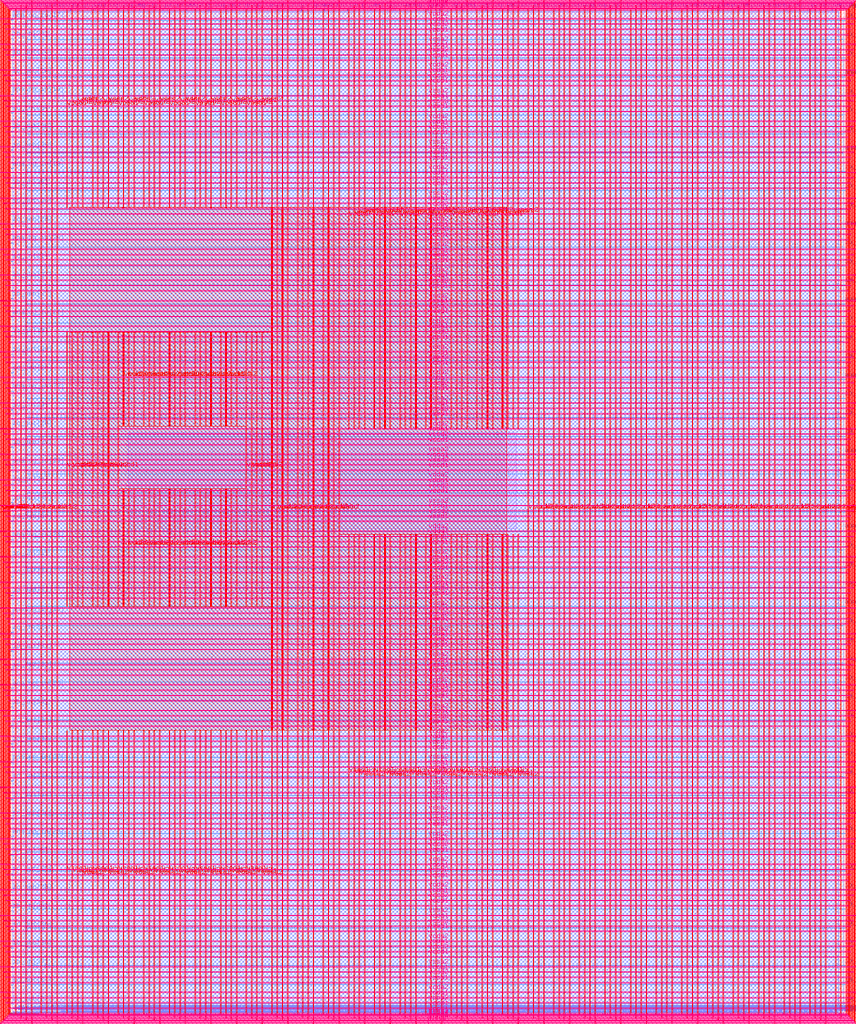
<source format=lef>
VERSION 5.7 ;
  NOWIREEXTENSIONATPIN ON ;
  DIVIDERCHAR "/" ;
  BUSBITCHARS "[]" ;
MACRO user_project_wrapper
  CLASS BLOCK ;
  FOREIGN user_project_wrapper ;
  ORIGIN 0.000 0.000 ;
  SIZE 2920.000 BY 3520.000 ;
  PIN analog_io[0]
    DIRECTION INOUT ;
    USE SIGNAL ;
    PORT
      LAYER met3 ;
        RECT 2917.600 1426.380 2924.800 1427.580 ;
    END
  END analog_io[0]
  PIN analog_io[10]
    DIRECTION INOUT ;
    USE SIGNAL ;
    PORT
      LAYER met2 ;
        RECT 2230.490 3517.600 2231.050 3524.800 ;
    END
  END analog_io[10]
  PIN analog_io[11]
    DIRECTION INOUT ;
    USE SIGNAL ;
    PORT
      LAYER met2 ;
        RECT 1905.730 3517.600 1906.290 3524.800 ;
    END
  END analog_io[11]
  PIN analog_io[12]
    DIRECTION INOUT ;
    USE SIGNAL ;
    PORT
      LAYER met2 ;
        RECT 1581.430 3517.600 1581.990 3524.800 ;
    END
  END analog_io[12]
  PIN analog_io[13]
    DIRECTION INOUT ;
    USE SIGNAL ;
    PORT
      LAYER met2 ;
        RECT 1257.130 3517.600 1257.690 3524.800 ;
    END
  END analog_io[13]
  PIN analog_io[14]
    DIRECTION INOUT ;
    USE SIGNAL ;
    PORT
      LAYER met2 ;
        RECT 932.370 3517.600 932.930 3524.800 ;
    END
  END analog_io[14]
  PIN analog_io[15]
    DIRECTION INOUT ;
    USE SIGNAL ;
    PORT
      LAYER met2 ;
        RECT 608.070 3517.600 608.630 3524.800 ;
    END
  END analog_io[15]
  PIN analog_io[16]
    DIRECTION INOUT ;
    USE SIGNAL ;
    PORT
      LAYER met2 ;
        RECT 283.770 3517.600 284.330 3524.800 ;
    END
  END analog_io[16]
  PIN analog_io[17]
    DIRECTION INOUT ;
    USE SIGNAL ;
    PORT
      LAYER met3 ;
        RECT -4.800 3486.100 2.400 3487.300 ;
    END
  END analog_io[17]
  PIN analog_io[18]
    DIRECTION INOUT ;
    USE SIGNAL ;
    PORT
      LAYER met3 ;
        RECT -4.800 3224.980 2.400 3226.180 ;
    END
  END analog_io[18]
  PIN analog_io[19]
    DIRECTION INOUT ;
    USE SIGNAL ;
    PORT
      LAYER met3 ;
        RECT -4.800 2964.540 2.400 2965.740 ;
    END
  END analog_io[19]
  PIN analog_io[1]
    DIRECTION INOUT ;
    USE SIGNAL ;
    PORT
      LAYER met3 ;
        RECT 2917.600 1692.260 2924.800 1693.460 ;
    END
  END analog_io[1]
  PIN analog_io[20]
    DIRECTION INOUT ;
    USE SIGNAL ;
    PORT
      LAYER met3 ;
        RECT -4.800 2703.420 2.400 2704.620 ;
    END
  END analog_io[20]
  PIN analog_io[21]
    DIRECTION INOUT ;
    USE SIGNAL ;
    PORT
      LAYER met3 ;
        RECT -4.800 2442.980 2.400 2444.180 ;
    END
  END analog_io[21]
  PIN analog_io[22]
    DIRECTION INOUT ;
    USE SIGNAL ;
    PORT
      LAYER met3 ;
        RECT -4.800 2182.540 2.400 2183.740 ;
    END
  END analog_io[22]
  PIN analog_io[23]
    DIRECTION INOUT ;
    USE SIGNAL ;
    PORT
      LAYER met3 ;
        RECT -4.800 1921.420 2.400 1922.620 ;
    END
  END analog_io[23]
  PIN analog_io[24]
    DIRECTION INOUT ;
    USE SIGNAL ;
    PORT
      LAYER met3 ;
        RECT -4.800 1660.980 2.400 1662.180 ;
    END
  END analog_io[24]
  PIN analog_io[25]
    DIRECTION INOUT ;
    USE SIGNAL ;
    PORT
      LAYER met3 ;
        RECT -4.800 1399.860 2.400 1401.060 ;
    END
  END analog_io[25]
  PIN analog_io[26]
    DIRECTION INOUT ;
    USE SIGNAL ;
    PORT
      LAYER met3 ;
        RECT -4.800 1139.420 2.400 1140.620 ;
    END
  END analog_io[26]
  PIN analog_io[27]
    DIRECTION INOUT ;
    USE SIGNAL ;
    PORT
      LAYER met3 ;
        RECT -4.800 878.980 2.400 880.180 ;
    END
  END analog_io[27]
  PIN analog_io[28]
    DIRECTION INOUT ;
    USE SIGNAL ;
    PORT
      LAYER met3 ;
        RECT -4.800 617.860 2.400 619.060 ;
    END
  END analog_io[28]
  PIN analog_io[2]
    DIRECTION INOUT ;
    USE SIGNAL ;
    PORT
      LAYER met3 ;
        RECT 2917.600 1958.140 2924.800 1959.340 ;
    END
  END analog_io[2]
  PIN analog_io[3]
    DIRECTION INOUT ;
    USE SIGNAL ;
    PORT
      LAYER met3 ;
        RECT 2917.600 2223.340 2924.800 2224.540 ;
    END
  END analog_io[3]
  PIN analog_io[4]
    DIRECTION INOUT ;
    USE SIGNAL ;
    PORT
      LAYER met3 ;
        RECT 2917.600 2489.220 2924.800 2490.420 ;
    END
  END analog_io[4]
  PIN analog_io[5]
    DIRECTION INOUT ;
    USE SIGNAL ;
    PORT
      LAYER met3 ;
        RECT 2917.600 2755.100 2924.800 2756.300 ;
    END
  END analog_io[5]
  PIN analog_io[6]
    DIRECTION INOUT ;
    USE SIGNAL ;
    PORT
      LAYER met3 ;
        RECT 2917.600 3020.300 2924.800 3021.500 ;
    END
  END analog_io[6]
  PIN analog_io[7]
    DIRECTION INOUT ;
    USE SIGNAL ;
    PORT
      LAYER met3 ;
        RECT 2917.600 3286.180 2924.800 3287.380 ;
    END
  END analog_io[7]
  PIN analog_io[8]
    DIRECTION INOUT ;
    USE SIGNAL ;
    PORT
      LAYER met2 ;
        RECT 2879.090 3517.600 2879.650 3524.800 ;
    END
  END analog_io[8]
  PIN analog_io[9]
    DIRECTION INOUT ;
    USE SIGNAL ;
    PORT
      LAYER met2 ;
        RECT 2554.790 3517.600 2555.350 3524.800 ;
    END
  END analog_io[9]
  PIN io_in[0]
    DIRECTION INPUT ;
    USE SIGNAL ;
    PORT
      LAYER met3 ;
        RECT 2917.600 32.380 2924.800 33.580 ;
    END
  END io_in[0]
  PIN io_in[10]
    DIRECTION INPUT ;
    USE SIGNAL ;
    PORT
      LAYER met3 ;
        RECT 2917.600 2289.980 2924.800 2291.180 ;
    END
  END io_in[10]
  PIN io_in[11]
    DIRECTION INPUT ;
    USE SIGNAL ;
    PORT
      LAYER met3 ;
        RECT 2917.600 2555.860 2924.800 2557.060 ;
    END
  END io_in[11]
  PIN io_in[12]
    DIRECTION INPUT ;
    USE SIGNAL ;
    PORT
      LAYER met3 ;
        RECT 2917.600 2821.060 2924.800 2822.260 ;
    END
  END io_in[12]
  PIN io_in[13]
    DIRECTION INPUT ;
    USE SIGNAL ;
    PORT
      LAYER met3 ;
        RECT 2917.600 3086.940 2924.800 3088.140 ;
    END
  END io_in[13]
  PIN io_in[14]
    DIRECTION INPUT ;
    USE SIGNAL ;
    PORT
      LAYER met3 ;
        RECT 2917.600 3352.820 2924.800 3354.020 ;
    END
  END io_in[14]
  PIN io_in[15]
    DIRECTION INPUT ;
    USE SIGNAL ;
    PORT
      LAYER met2 ;
        RECT 2798.130 3517.600 2798.690 3524.800 ;
    END
  END io_in[15]
  PIN io_in[16]
    DIRECTION INPUT ;
    USE SIGNAL ;
    PORT
      LAYER met2 ;
        RECT 2473.830 3517.600 2474.390 3524.800 ;
    END
  END io_in[16]
  PIN io_in[17]
    DIRECTION INPUT ;
    USE SIGNAL ;
    PORT
      LAYER met2 ;
        RECT 2149.070 3517.600 2149.630 3524.800 ;
    END
  END io_in[17]
  PIN io_in[18]
    DIRECTION INPUT ;
    USE SIGNAL ;
    PORT
      LAYER met2 ;
        RECT 1824.770 3517.600 1825.330 3524.800 ;
    END
  END io_in[18]
  PIN io_in[19]
    DIRECTION INPUT ;
    USE SIGNAL ;
    PORT
      LAYER met2 ;
        RECT 1500.470 3517.600 1501.030 3524.800 ;
    END
  END io_in[19]
  PIN io_in[1]
    DIRECTION INPUT ;
    USE SIGNAL ;
    PORT
      LAYER met3 ;
        RECT 2917.600 230.940 2924.800 232.140 ;
    END
  END io_in[1]
  PIN io_in[20]
    DIRECTION INPUT ;
    USE SIGNAL ;
    PORT
      LAYER met2 ;
        RECT 1175.710 3517.600 1176.270 3524.800 ;
    END
  END io_in[20]
  PIN io_in[21]
    DIRECTION INPUT ;
    USE SIGNAL ;
    PORT
      LAYER met2 ;
        RECT 851.410 3517.600 851.970 3524.800 ;
    END
  END io_in[21]
  PIN io_in[22]
    DIRECTION INPUT ;
    USE SIGNAL ;
    PORT
      LAYER met2 ;
        RECT 527.110 3517.600 527.670 3524.800 ;
    END
  END io_in[22]
  PIN io_in[23]
    DIRECTION INPUT ;
    USE SIGNAL ;
    PORT
      LAYER met2 ;
        RECT 202.350 3517.600 202.910 3524.800 ;
    END
  END io_in[23]
  PIN io_in[24]
    DIRECTION INPUT ;
    USE SIGNAL ;
    PORT
      LAYER met3 ;
        RECT -4.800 3420.820 2.400 3422.020 ;
    END
  END io_in[24]
  PIN io_in[25]
    DIRECTION INPUT ;
    USE SIGNAL ;
    PORT
      LAYER met3 ;
        RECT -4.800 3159.700 2.400 3160.900 ;
    END
  END io_in[25]
  PIN io_in[26]
    DIRECTION INPUT ;
    USE SIGNAL ;
    PORT
      LAYER met3 ;
        RECT -4.800 2899.260 2.400 2900.460 ;
    END
  END io_in[26]
  PIN io_in[27]
    DIRECTION INPUT ;
    USE SIGNAL ;
    PORT
      LAYER met3 ;
        RECT -4.800 2638.820 2.400 2640.020 ;
    END
  END io_in[27]
  PIN io_in[28]
    DIRECTION INPUT ;
    USE SIGNAL ;
    PORT
      LAYER met3 ;
        RECT -4.800 2377.700 2.400 2378.900 ;
    END
  END io_in[28]
  PIN io_in[29]
    DIRECTION INPUT ;
    USE SIGNAL ;
    PORT
      LAYER met3 ;
        RECT -4.800 2117.260 2.400 2118.460 ;
    END
  END io_in[29]
  PIN io_in[2]
    DIRECTION INPUT ;
    USE SIGNAL ;
    PORT
      LAYER met3 ;
        RECT 2917.600 430.180 2924.800 431.380 ;
    END
  END io_in[2]
  PIN io_in[30]
    DIRECTION INPUT ;
    USE SIGNAL ;
    PORT
      LAYER met3 ;
        RECT -4.800 1856.140 2.400 1857.340 ;
    END
  END io_in[30]
  PIN io_in[31]
    DIRECTION INPUT ;
    USE SIGNAL ;
    PORT
      LAYER met3 ;
        RECT -4.800 1595.700 2.400 1596.900 ;
    END
  END io_in[31]
  PIN io_in[32]
    DIRECTION INPUT ;
    USE SIGNAL ;
    PORT
      LAYER met3 ;
        RECT -4.800 1335.260 2.400 1336.460 ;
    END
  END io_in[32]
  PIN io_in[33]
    DIRECTION INPUT ;
    USE SIGNAL ;
    PORT
      LAYER met3 ;
        RECT -4.800 1074.140 2.400 1075.340 ;
    END
  END io_in[33]
  PIN io_in[34]
    DIRECTION INPUT ;
    USE SIGNAL ;
    PORT
      LAYER met3 ;
        RECT -4.800 813.700 2.400 814.900 ;
    END
  END io_in[34]
  PIN io_in[35]
    DIRECTION INPUT ;
    USE SIGNAL ;
    PORT
      LAYER met3 ;
        RECT -4.800 552.580 2.400 553.780 ;
    END
  END io_in[35]
  PIN io_in[36]
    DIRECTION INPUT ;
    USE SIGNAL ;
    PORT
      LAYER met3 ;
        RECT -4.800 357.420 2.400 358.620 ;
    END
  END io_in[36]
  PIN io_in[37]
    DIRECTION INPUT ;
    USE SIGNAL ;
    PORT
      LAYER met3 ;
        RECT -4.800 161.580 2.400 162.780 ;
    END
  END io_in[37]
  PIN io_in[3]
    DIRECTION INPUT ;
    USE SIGNAL ;
    PORT
      LAYER met3 ;
        RECT 2917.600 629.420 2924.800 630.620 ;
    END
  END io_in[3]
  PIN io_in[4]
    DIRECTION INPUT ;
    USE SIGNAL ;
    PORT
      LAYER met3 ;
        RECT 2917.600 828.660 2924.800 829.860 ;
    END
  END io_in[4]
  PIN io_in[5]
    DIRECTION INPUT ;
    USE SIGNAL ;
    PORT
      LAYER met3 ;
        RECT 2917.600 1027.900 2924.800 1029.100 ;
    END
  END io_in[5]
  PIN io_in[6]
    DIRECTION INPUT ;
    USE SIGNAL ;
    PORT
      LAYER met3 ;
        RECT 2917.600 1227.140 2924.800 1228.340 ;
    END
  END io_in[6]
  PIN io_in[7]
    DIRECTION INPUT ;
    USE SIGNAL ;
    PORT
      LAYER met3 ;
        RECT 2917.600 1493.020 2924.800 1494.220 ;
    END
  END io_in[7]
  PIN io_in[8]
    DIRECTION INPUT ;
    USE SIGNAL ;
    PORT
      LAYER met3 ;
        RECT 2917.600 1758.900 2924.800 1760.100 ;
    END
  END io_in[8]
  PIN io_in[9]
    DIRECTION INPUT ;
    USE SIGNAL ;
    PORT
      LAYER met3 ;
        RECT 2917.600 2024.100 2924.800 2025.300 ;
    END
  END io_in[9]
  PIN io_oeb[0]
    DIRECTION OUTPUT TRISTATE ;
    USE SIGNAL ;
    PORT
      LAYER met3 ;
        RECT 2917.600 164.980 2924.800 166.180 ;
    END
  END io_oeb[0]
  PIN io_oeb[10]
    DIRECTION OUTPUT TRISTATE ;
    USE SIGNAL ;
    PORT
      LAYER met3 ;
        RECT 2917.600 2422.580 2924.800 2423.780 ;
    END
  END io_oeb[10]
  PIN io_oeb[11]
    DIRECTION OUTPUT TRISTATE ;
    USE SIGNAL ;
    PORT
      LAYER met3 ;
        RECT 2917.600 2688.460 2924.800 2689.660 ;
    END
  END io_oeb[11]
  PIN io_oeb[12]
    DIRECTION OUTPUT TRISTATE ;
    USE SIGNAL ;
    PORT
      LAYER met3 ;
        RECT 2917.600 2954.340 2924.800 2955.540 ;
    END
  END io_oeb[12]
  PIN io_oeb[13]
    DIRECTION OUTPUT TRISTATE ;
    USE SIGNAL ;
    PORT
      LAYER met3 ;
        RECT 2917.600 3219.540 2924.800 3220.740 ;
    END
  END io_oeb[13]
  PIN io_oeb[14]
    DIRECTION OUTPUT TRISTATE ;
    USE SIGNAL ;
    PORT
      LAYER met3 ;
        RECT 2917.600 3485.420 2924.800 3486.620 ;
    END
  END io_oeb[14]
  PIN io_oeb[15]
    DIRECTION OUTPUT TRISTATE ;
    USE SIGNAL ;
    PORT
      LAYER met2 ;
        RECT 2635.750 3517.600 2636.310 3524.800 ;
    END
  END io_oeb[15]
  PIN io_oeb[16]
    DIRECTION OUTPUT TRISTATE ;
    USE SIGNAL ;
    PORT
      LAYER met2 ;
        RECT 2311.450 3517.600 2312.010 3524.800 ;
    END
  END io_oeb[16]
  PIN io_oeb[17]
    DIRECTION OUTPUT TRISTATE ;
    USE SIGNAL ;
    PORT
      LAYER met2 ;
        RECT 1987.150 3517.600 1987.710 3524.800 ;
    END
  END io_oeb[17]
  PIN io_oeb[18]
    DIRECTION OUTPUT TRISTATE ;
    USE SIGNAL ;
    PORT
      LAYER met2 ;
        RECT 1662.390 3517.600 1662.950 3524.800 ;
    END
  END io_oeb[18]
  PIN io_oeb[19]
    DIRECTION OUTPUT TRISTATE ;
    USE SIGNAL ;
    PORT
      LAYER met2 ;
        RECT 1338.090 3517.600 1338.650 3524.800 ;
    END
  END io_oeb[19]
  PIN io_oeb[1]
    DIRECTION OUTPUT TRISTATE ;
    USE SIGNAL ;
    PORT
      LAYER met3 ;
        RECT 2917.600 364.220 2924.800 365.420 ;
    END
  END io_oeb[1]
  PIN io_oeb[20]
    DIRECTION OUTPUT TRISTATE ;
    USE SIGNAL ;
    PORT
      LAYER met2 ;
        RECT 1013.790 3517.600 1014.350 3524.800 ;
    END
  END io_oeb[20]
  PIN io_oeb[21]
    DIRECTION OUTPUT TRISTATE ;
    USE SIGNAL ;
    PORT
      LAYER met2 ;
        RECT 689.030 3517.600 689.590 3524.800 ;
    END
  END io_oeb[21]
  PIN io_oeb[22]
    DIRECTION OUTPUT TRISTATE ;
    USE SIGNAL ;
    PORT
      LAYER met2 ;
        RECT 364.730 3517.600 365.290 3524.800 ;
    END
  END io_oeb[22]
  PIN io_oeb[23]
    DIRECTION OUTPUT TRISTATE ;
    USE SIGNAL ;
    PORT
      LAYER met2 ;
        RECT 40.430 3517.600 40.990 3524.800 ;
    END
  END io_oeb[23]
  PIN io_oeb[24]
    DIRECTION OUTPUT TRISTATE ;
    USE SIGNAL ;
    PORT
      LAYER met3 ;
        RECT -4.800 3290.260 2.400 3291.460 ;
    END
  END io_oeb[24]
  PIN io_oeb[25]
    DIRECTION OUTPUT TRISTATE ;
    USE SIGNAL ;
    PORT
      LAYER met3 ;
        RECT -4.800 3029.820 2.400 3031.020 ;
    END
  END io_oeb[25]
  PIN io_oeb[26]
    DIRECTION OUTPUT TRISTATE ;
    USE SIGNAL ;
    PORT
      LAYER met3 ;
        RECT -4.800 2768.700 2.400 2769.900 ;
    END
  END io_oeb[26]
  PIN io_oeb[27]
    DIRECTION OUTPUT TRISTATE ;
    USE SIGNAL ;
    PORT
      LAYER met3 ;
        RECT -4.800 2508.260 2.400 2509.460 ;
    END
  END io_oeb[27]
  PIN io_oeb[28]
    DIRECTION OUTPUT TRISTATE ;
    USE SIGNAL ;
    PORT
      LAYER met3 ;
        RECT -4.800 2247.140 2.400 2248.340 ;
    END
  END io_oeb[28]
  PIN io_oeb[29]
    DIRECTION OUTPUT TRISTATE ;
    USE SIGNAL ;
    PORT
      LAYER met3 ;
        RECT -4.800 1986.700 2.400 1987.900 ;
    END
  END io_oeb[29]
  PIN io_oeb[2]
    DIRECTION OUTPUT TRISTATE ;
    USE SIGNAL ;
    PORT
      LAYER met3 ;
        RECT 2917.600 563.460 2924.800 564.660 ;
    END
  END io_oeb[2]
  PIN io_oeb[30]
    DIRECTION OUTPUT TRISTATE ;
    USE SIGNAL ;
    PORT
      LAYER met3 ;
        RECT -4.800 1726.260 2.400 1727.460 ;
    END
  END io_oeb[30]
  PIN io_oeb[31]
    DIRECTION OUTPUT TRISTATE ;
    USE SIGNAL ;
    PORT
      LAYER met3 ;
        RECT -4.800 1465.140 2.400 1466.340 ;
    END
  END io_oeb[31]
  PIN io_oeb[32]
    DIRECTION OUTPUT TRISTATE ;
    USE SIGNAL ;
    PORT
      LAYER met3 ;
        RECT -4.800 1204.700 2.400 1205.900 ;
    END
  END io_oeb[32]
  PIN io_oeb[33]
    DIRECTION OUTPUT TRISTATE ;
    USE SIGNAL ;
    PORT
      LAYER met3 ;
        RECT -4.800 943.580 2.400 944.780 ;
    END
  END io_oeb[33]
  PIN io_oeb[34]
    DIRECTION OUTPUT TRISTATE ;
    USE SIGNAL ;
    PORT
      LAYER met3 ;
        RECT -4.800 683.140 2.400 684.340 ;
    END
  END io_oeb[34]
  PIN io_oeb[35]
    DIRECTION OUTPUT TRISTATE ;
    USE SIGNAL ;
    PORT
      LAYER met3 ;
        RECT -4.800 422.700 2.400 423.900 ;
    END
  END io_oeb[35]
  PIN io_oeb[36]
    DIRECTION OUTPUT TRISTATE ;
    USE SIGNAL ;
    PORT
      LAYER met3 ;
        RECT -4.800 226.860 2.400 228.060 ;
    END
  END io_oeb[36]
  PIN io_oeb[37]
    DIRECTION OUTPUT TRISTATE ;
    USE SIGNAL ;
    PORT
      LAYER met3 ;
        RECT -4.800 31.700 2.400 32.900 ;
    END
  END io_oeb[37]
  PIN io_oeb[3]
    DIRECTION OUTPUT TRISTATE ;
    USE SIGNAL ;
    PORT
      LAYER met3 ;
        RECT 2917.600 762.700 2924.800 763.900 ;
    END
  END io_oeb[3]
  PIN io_oeb[4]
    DIRECTION OUTPUT TRISTATE ;
    USE SIGNAL ;
    PORT
      LAYER met3 ;
        RECT 2917.600 961.940 2924.800 963.140 ;
    END
  END io_oeb[4]
  PIN io_oeb[5]
    DIRECTION OUTPUT TRISTATE ;
    USE SIGNAL ;
    PORT
      LAYER met3 ;
        RECT 2917.600 1161.180 2924.800 1162.380 ;
    END
  END io_oeb[5]
  PIN io_oeb[6]
    DIRECTION OUTPUT TRISTATE ;
    USE SIGNAL ;
    PORT
      LAYER met3 ;
        RECT 2917.600 1360.420 2924.800 1361.620 ;
    END
  END io_oeb[6]
  PIN io_oeb[7]
    DIRECTION OUTPUT TRISTATE ;
    USE SIGNAL ;
    PORT
      LAYER met3 ;
        RECT 2917.600 1625.620 2924.800 1626.820 ;
    END
  END io_oeb[7]
  PIN io_oeb[8]
    DIRECTION OUTPUT TRISTATE ;
    USE SIGNAL ;
    PORT
      LAYER met3 ;
        RECT 2917.600 1891.500 2924.800 1892.700 ;
    END
  END io_oeb[8]
  PIN io_oeb[9]
    DIRECTION OUTPUT TRISTATE ;
    USE SIGNAL ;
    PORT
      LAYER met3 ;
        RECT 2917.600 2157.380 2924.800 2158.580 ;
    END
  END io_oeb[9]
  PIN io_out[0]
    DIRECTION OUTPUT TRISTATE ;
    USE SIGNAL ;
    PORT
      LAYER met3 ;
        RECT 2917.600 98.340 2924.800 99.540 ;
    END
  END io_out[0]
  PIN io_out[10]
    DIRECTION OUTPUT TRISTATE ;
    USE SIGNAL ;
    PORT
      LAYER met3 ;
        RECT 2917.600 2356.620 2924.800 2357.820 ;
    END
  END io_out[10]
  PIN io_out[11]
    DIRECTION OUTPUT TRISTATE ;
    USE SIGNAL ;
    PORT
      LAYER met3 ;
        RECT 2917.600 2621.820 2924.800 2623.020 ;
    END
  END io_out[11]
  PIN io_out[12]
    DIRECTION OUTPUT TRISTATE ;
    USE SIGNAL ;
    PORT
      LAYER met3 ;
        RECT 2917.600 2887.700 2924.800 2888.900 ;
    END
  END io_out[12]
  PIN io_out[13]
    DIRECTION OUTPUT TRISTATE ;
    USE SIGNAL ;
    PORT
      LAYER met3 ;
        RECT 2917.600 3153.580 2924.800 3154.780 ;
    END
  END io_out[13]
  PIN io_out[14]
    DIRECTION OUTPUT TRISTATE ;
    USE SIGNAL ;
    PORT
      LAYER met3 ;
        RECT 2917.600 3418.780 2924.800 3419.980 ;
    END
  END io_out[14]
  PIN io_out[15]
    DIRECTION OUTPUT TRISTATE ;
    USE SIGNAL ;
    PORT
      LAYER met2 ;
        RECT 2717.170 3517.600 2717.730 3524.800 ;
    END
  END io_out[15]
  PIN io_out[16]
    DIRECTION OUTPUT TRISTATE ;
    USE SIGNAL ;
    PORT
      LAYER met2 ;
        RECT 2392.410 3517.600 2392.970 3524.800 ;
    END
  END io_out[16]
  PIN io_out[17]
    DIRECTION OUTPUT TRISTATE ;
    USE SIGNAL ;
    PORT
      LAYER met2 ;
        RECT 2068.110 3517.600 2068.670 3524.800 ;
    END
  END io_out[17]
  PIN io_out[18]
    DIRECTION OUTPUT TRISTATE ;
    USE SIGNAL ;
    PORT
      LAYER met2 ;
        RECT 1743.810 3517.600 1744.370 3524.800 ;
    END
  END io_out[18]
  PIN io_out[19]
    DIRECTION OUTPUT TRISTATE ;
    USE SIGNAL ;
    PORT
      LAYER met2 ;
        RECT 1419.050 3517.600 1419.610 3524.800 ;
    END
  END io_out[19]
  PIN io_out[1]
    DIRECTION OUTPUT TRISTATE ;
    USE SIGNAL ;
    PORT
      LAYER met3 ;
        RECT 2917.600 297.580 2924.800 298.780 ;
    END
  END io_out[1]
  PIN io_out[20]
    DIRECTION OUTPUT TRISTATE ;
    USE SIGNAL ;
    PORT
      LAYER met2 ;
        RECT 1094.750 3517.600 1095.310 3524.800 ;
    END
  END io_out[20]
  PIN io_out[21]
    DIRECTION OUTPUT TRISTATE ;
    USE SIGNAL ;
    PORT
      LAYER met2 ;
        RECT 770.450 3517.600 771.010 3524.800 ;
    END
  END io_out[21]
  PIN io_out[22]
    DIRECTION OUTPUT TRISTATE ;
    USE SIGNAL ;
    PORT
      LAYER met2 ;
        RECT 445.690 3517.600 446.250 3524.800 ;
    END
  END io_out[22]
  PIN io_out[23]
    DIRECTION OUTPUT TRISTATE ;
    USE SIGNAL ;
    PORT
      LAYER met2 ;
        RECT 121.390 3517.600 121.950 3524.800 ;
    END
  END io_out[23]
  PIN io_out[24]
    DIRECTION OUTPUT TRISTATE ;
    USE SIGNAL ;
    PORT
      LAYER met3 ;
        RECT -4.800 3355.540 2.400 3356.740 ;
    END
  END io_out[24]
  PIN io_out[25]
    DIRECTION OUTPUT TRISTATE ;
    USE SIGNAL ;
    PORT
      LAYER met3 ;
        RECT -4.800 3095.100 2.400 3096.300 ;
    END
  END io_out[25]
  PIN io_out[26]
    DIRECTION OUTPUT TRISTATE ;
    USE SIGNAL ;
    PORT
      LAYER met3 ;
        RECT -4.800 2833.980 2.400 2835.180 ;
    END
  END io_out[26]
  PIN io_out[27]
    DIRECTION OUTPUT TRISTATE ;
    USE SIGNAL ;
    PORT
      LAYER met3 ;
        RECT -4.800 2573.540 2.400 2574.740 ;
    END
  END io_out[27]
  PIN io_out[28]
    DIRECTION OUTPUT TRISTATE ;
    USE SIGNAL ;
    PORT
      LAYER met3 ;
        RECT -4.800 2312.420 2.400 2313.620 ;
    END
  END io_out[28]
  PIN io_out[29]
    DIRECTION OUTPUT TRISTATE ;
    USE SIGNAL ;
    PORT
      LAYER met3 ;
        RECT -4.800 2051.980 2.400 2053.180 ;
    END
  END io_out[29]
  PIN io_out[2]
    DIRECTION OUTPUT TRISTATE ;
    USE SIGNAL ;
    PORT
      LAYER met3 ;
        RECT 2917.600 496.820 2924.800 498.020 ;
    END
  END io_out[2]
  PIN io_out[30]
    DIRECTION OUTPUT TRISTATE ;
    USE SIGNAL ;
    PORT
      LAYER met3 ;
        RECT -4.800 1791.540 2.400 1792.740 ;
    END
  END io_out[30]
  PIN io_out[31]
    DIRECTION OUTPUT TRISTATE ;
    USE SIGNAL ;
    PORT
      LAYER met3 ;
        RECT -4.800 1530.420 2.400 1531.620 ;
    END
  END io_out[31]
  PIN io_out[32]
    DIRECTION OUTPUT TRISTATE ;
    USE SIGNAL ;
    PORT
      LAYER met3 ;
        RECT -4.800 1269.980 2.400 1271.180 ;
    END
  END io_out[32]
  PIN io_out[33]
    DIRECTION OUTPUT TRISTATE ;
    USE SIGNAL ;
    PORT
      LAYER met3 ;
        RECT -4.800 1008.860 2.400 1010.060 ;
    END
  END io_out[33]
  PIN io_out[34]
    DIRECTION OUTPUT TRISTATE ;
    USE SIGNAL ;
    PORT
      LAYER met3 ;
        RECT -4.800 748.420 2.400 749.620 ;
    END
  END io_out[34]
  PIN io_out[35]
    DIRECTION OUTPUT TRISTATE ;
    USE SIGNAL ;
    PORT
      LAYER met3 ;
        RECT -4.800 487.300 2.400 488.500 ;
    END
  END io_out[35]
  PIN io_out[36]
    DIRECTION OUTPUT TRISTATE ;
    USE SIGNAL ;
    PORT
      LAYER met3 ;
        RECT -4.800 292.140 2.400 293.340 ;
    END
  END io_out[36]
  PIN io_out[37]
    DIRECTION OUTPUT TRISTATE ;
    USE SIGNAL ;
    PORT
      LAYER met3 ;
        RECT -4.800 96.300 2.400 97.500 ;
    END
  END io_out[37]
  PIN io_out[3]
    DIRECTION OUTPUT TRISTATE ;
    USE SIGNAL ;
    PORT
      LAYER met3 ;
        RECT 2917.600 696.060 2924.800 697.260 ;
    END
  END io_out[3]
  PIN io_out[4]
    DIRECTION OUTPUT TRISTATE ;
    USE SIGNAL ;
    PORT
      LAYER met3 ;
        RECT 2917.600 895.300 2924.800 896.500 ;
    END
  END io_out[4]
  PIN io_out[5]
    DIRECTION OUTPUT TRISTATE ;
    USE SIGNAL ;
    PORT
      LAYER met3 ;
        RECT 2917.600 1094.540 2924.800 1095.740 ;
    END
  END io_out[5]
  PIN io_out[6]
    DIRECTION OUTPUT TRISTATE ;
    USE SIGNAL ;
    PORT
      LAYER met3 ;
        RECT 2917.600 1293.780 2924.800 1294.980 ;
    END
  END io_out[6]
  PIN io_out[7]
    DIRECTION OUTPUT TRISTATE ;
    USE SIGNAL ;
    PORT
      LAYER met3 ;
        RECT 2917.600 1559.660 2924.800 1560.860 ;
    END
  END io_out[7]
  PIN io_out[8]
    DIRECTION OUTPUT TRISTATE ;
    USE SIGNAL ;
    PORT
      LAYER met3 ;
        RECT 2917.600 1824.860 2924.800 1826.060 ;
    END
  END io_out[8]
  PIN io_out[9]
    DIRECTION OUTPUT TRISTATE ;
    USE SIGNAL ;
    PORT
      LAYER met3 ;
        RECT 2917.600 2090.740 2924.800 2091.940 ;
    END
  END io_out[9]
  PIN la_data_in[0]
    DIRECTION INPUT ;
    USE SIGNAL ;
    PORT
      LAYER met2 ;
        RECT 629.230 -4.800 629.790 2.400 ;
    END
  END la_data_in[0]
  PIN la_data_in[100]
    DIRECTION INPUT ;
    USE SIGNAL ;
    PORT
      LAYER met2 ;
        RECT 2402.530 -4.800 2403.090 2.400 ;
    END
  END la_data_in[100]
  PIN la_data_in[101]
    DIRECTION INPUT ;
    USE SIGNAL ;
    PORT
      LAYER met2 ;
        RECT 2420.010 -4.800 2420.570 2.400 ;
    END
  END la_data_in[101]
  PIN la_data_in[102]
    DIRECTION INPUT ;
    USE SIGNAL ;
    PORT
      LAYER met2 ;
        RECT 2437.950 -4.800 2438.510 2.400 ;
    END
  END la_data_in[102]
  PIN la_data_in[103]
    DIRECTION INPUT ;
    USE SIGNAL ;
    PORT
      LAYER met2 ;
        RECT 2455.430 -4.800 2455.990 2.400 ;
    END
  END la_data_in[103]
  PIN la_data_in[104]
    DIRECTION INPUT ;
    USE SIGNAL ;
    PORT
      LAYER met2 ;
        RECT 2473.370 -4.800 2473.930 2.400 ;
    END
  END la_data_in[104]
  PIN la_data_in[105]
    DIRECTION INPUT ;
    USE SIGNAL ;
    PORT
      LAYER met2 ;
        RECT 2490.850 -4.800 2491.410 2.400 ;
    END
  END la_data_in[105]
  PIN la_data_in[106]
    DIRECTION INPUT ;
    USE SIGNAL ;
    PORT
      LAYER met2 ;
        RECT 2508.790 -4.800 2509.350 2.400 ;
    END
  END la_data_in[106]
  PIN la_data_in[107]
    DIRECTION INPUT ;
    USE SIGNAL ;
    PORT
      LAYER met2 ;
        RECT 2526.730 -4.800 2527.290 2.400 ;
    END
  END la_data_in[107]
  PIN la_data_in[108]
    DIRECTION INPUT ;
    USE SIGNAL ;
    PORT
      LAYER met2 ;
        RECT 2544.210 -4.800 2544.770 2.400 ;
    END
  END la_data_in[108]
  PIN la_data_in[109]
    DIRECTION INPUT ;
    USE SIGNAL ;
    PORT
      LAYER met2 ;
        RECT 2562.150 -4.800 2562.710 2.400 ;
    END
  END la_data_in[109]
  PIN la_data_in[10]
    DIRECTION INPUT ;
    USE SIGNAL ;
    PORT
      LAYER met2 ;
        RECT 806.330 -4.800 806.890 2.400 ;
    END
  END la_data_in[10]
  PIN la_data_in[110]
    DIRECTION INPUT ;
    USE SIGNAL ;
    PORT
      LAYER met2 ;
        RECT 2579.630 -4.800 2580.190 2.400 ;
    END
  END la_data_in[110]
  PIN la_data_in[111]
    DIRECTION INPUT ;
    USE SIGNAL ;
    PORT
      LAYER met2 ;
        RECT 2597.570 -4.800 2598.130 2.400 ;
    END
  END la_data_in[111]
  PIN la_data_in[112]
    DIRECTION INPUT ;
    USE SIGNAL ;
    PORT
      LAYER met2 ;
        RECT 2615.050 -4.800 2615.610 2.400 ;
    END
  END la_data_in[112]
  PIN la_data_in[113]
    DIRECTION INPUT ;
    USE SIGNAL ;
    PORT
      LAYER met2 ;
        RECT 2632.990 -4.800 2633.550 2.400 ;
    END
  END la_data_in[113]
  PIN la_data_in[114]
    DIRECTION INPUT ;
    USE SIGNAL ;
    PORT
      LAYER met2 ;
        RECT 2650.470 -4.800 2651.030 2.400 ;
    END
  END la_data_in[114]
  PIN la_data_in[115]
    DIRECTION INPUT ;
    USE SIGNAL ;
    PORT
      LAYER met2 ;
        RECT 2668.410 -4.800 2668.970 2.400 ;
    END
  END la_data_in[115]
  PIN la_data_in[116]
    DIRECTION INPUT ;
    USE SIGNAL ;
    PORT
      LAYER met2 ;
        RECT 2685.890 -4.800 2686.450 2.400 ;
    END
  END la_data_in[116]
  PIN la_data_in[117]
    DIRECTION INPUT ;
    USE SIGNAL ;
    PORT
      LAYER met2 ;
        RECT 2703.830 -4.800 2704.390 2.400 ;
    END
  END la_data_in[117]
  PIN la_data_in[118]
    DIRECTION INPUT ;
    USE SIGNAL ;
    PORT
      LAYER met2 ;
        RECT 2721.770 -4.800 2722.330 2.400 ;
    END
  END la_data_in[118]
  PIN la_data_in[119]
    DIRECTION INPUT ;
    USE SIGNAL ;
    PORT
      LAYER met2 ;
        RECT 2739.250 -4.800 2739.810 2.400 ;
    END
  END la_data_in[119]
  PIN la_data_in[11]
    DIRECTION INPUT ;
    USE SIGNAL ;
    PORT
      LAYER met2 ;
        RECT 824.270 -4.800 824.830 2.400 ;
    END
  END la_data_in[11]
  PIN la_data_in[120]
    DIRECTION INPUT ;
    USE SIGNAL ;
    PORT
      LAYER met2 ;
        RECT 2757.190 -4.800 2757.750 2.400 ;
    END
  END la_data_in[120]
  PIN la_data_in[121]
    DIRECTION INPUT ;
    USE SIGNAL ;
    PORT
      LAYER met2 ;
        RECT 2774.670 -4.800 2775.230 2.400 ;
    END
  END la_data_in[121]
  PIN la_data_in[122]
    DIRECTION INPUT ;
    USE SIGNAL ;
    PORT
      LAYER met2 ;
        RECT 2792.610 -4.800 2793.170 2.400 ;
    END
  END la_data_in[122]
  PIN la_data_in[123]
    DIRECTION INPUT ;
    USE SIGNAL ;
    PORT
      LAYER met2 ;
        RECT 2810.090 -4.800 2810.650 2.400 ;
    END
  END la_data_in[123]
  PIN la_data_in[124]
    DIRECTION INPUT ;
    USE SIGNAL ;
    PORT
      LAYER met2 ;
        RECT 2828.030 -4.800 2828.590 2.400 ;
    END
  END la_data_in[124]
  PIN la_data_in[125]
    DIRECTION INPUT ;
    USE SIGNAL ;
    PORT
      LAYER met2 ;
        RECT 2845.510 -4.800 2846.070 2.400 ;
    END
  END la_data_in[125]
  PIN la_data_in[126]
    DIRECTION INPUT ;
    USE SIGNAL ;
    PORT
      LAYER met2 ;
        RECT 2863.450 -4.800 2864.010 2.400 ;
    END
  END la_data_in[126]
  PIN la_data_in[127]
    DIRECTION INPUT ;
    USE SIGNAL ;
    PORT
      LAYER met2 ;
        RECT 2881.390 -4.800 2881.950 2.400 ;
    END
  END la_data_in[127]
  PIN la_data_in[12]
    DIRECTION INPUT ;
    USE SIGNAL ;
    PORT
      LAYER met2 ;
        RECT 841.750 -4.800 842.310 2.400 ;
    END
  END la_data_in[12]
  PIN la_data_in[13]
    DIRECTION INPUT ;
    USE SIGNAL ;
    PORT
      LAYER met2 ;
        RECT 859.690 -4.800 860.250 2.400 ;
    END
  END la_data_in[13]
  PIN la_data_in[14]
    DIRECTION INPUT ;
    USE SIGNAL ;
    PORT
      LAYER met2 ;
        RECT 877.170 -4.800 877.730 2.400 ;
    END
  END la_data_in[14]
  PIN la_data_in[15]
    DIRECTION INPUT ;
    USE SIGNAL ;
    PORT
      LAYER met2 ;
        RECT 895.110 -4.800 895.670 2.400 ;
    END
  END la_data_in[15]
  PIN la_data_in[16]
    DIRECTION INPUT ;
    USE SIGNAL ;
    PORT
      LAYER met2 ;
        RECT 912.590 -4.800 913.150 2.400 ;
    END
  END la_data_in[16]
  PIN la_data_in[17]
    DIRECTION INPUT ;
    USE SIGNAL ;
    PORT
      LAYER met2 ;
        RECT 930.530 -4.800 931.090 2.400 ;
    END
  END la_data_in[17]
  PIN la_data_in[18]
    DIRECTION INPUT ;
    USE SIGNAL ;
    PORT
      LAYER met2 ;
        RECT 948.470 -4.800 949.030 2.400 ;
    END
  END la_data_in[18]
  PIN la_data_in[19]
    DIRECTION INPUT ;
    USE SIGNAL ;
    PORT
      LAYER met2 ;
        RECT 965.950 -4.800 966.510 2.400 ;
    END
  END la_data_in[19]
  PIN la_data_in[1]
    DIRECTION INPUT ;
    USE SIGNAL ;
    PORT
      LAYER met2 ;
        RECT 646.710 -4.800 647.270 2.400 ;
    END
  END la_data_in[1]
  PIN la_data_in[20]
    DIRECTION INPUT ;
    USE SIGNAL ;
    PORT
      LAYER met2 ;
        RECT 983.890 -4.800 984.450 2.400 ;
    END
  END la_data_in[20]
  PIN la_data_in[21]
    DIRECTION INPUT ;
    USE SIGNAL ;
    PORT
      LAYER met2 ;
        RECT 1001.370 -4.800 1001.930 2.400 ;
    END
  END la_data_in[21]
  PIN la_data_in[22]
    DIRECTION INPUT ;
    USE SIGNAL ;
    PORT
      LAYER met2 ;
        RECT 1019.310 -4.800 1019.870 2.400 ;
    END
  END la_data_in[22]
  PIN la_data_in[23]
    DIRECTION INPUT ;
    USE SIGNAL ;
    PORT
      LAYER met2 ;
        RECT 1036.790 -4.800 1037.350 2.400 ;
    END
  END la_data_in[23]
  PIN la_data_in[24]
    DIRECTION INPUT ;
    USE SIGNAL ;
    PORT
      LAYER met2 ;
        RECT 1054.730 -4.800 1055.290 2.400 ;
    END
  END la_data_in[24]
  PIN la_data_in[25]
    DIRECTION INPUT ;
    USE SIGNAL ;
    PORT
      LAYER met2 ;
        RECT 1072.210 -4.800 1072.770 2.400 ;
    END
  END la_data_in[25]
  PIN la_data_in[26]
    DIRECTION INPUT ;
    USE SIGNAL ;
    PORT
      LAYER met2 ;
        RECT 1090.150 -4.800 1090.710 2.400 ;
    END
  END la_data_in[26]
  PIN la_data_in[27]
    DIRECTION INPUT ;
    USE SIGNAL ;
    PORT
      LAYER met2 ;
        RECT 1107.630 -4.800 1108.190 2.400 ;
    END
  END la_data_in[27]
  PIN la_data_in[28]
    DIRECTION INPUT ;
    USE SIGNAL ;
    PORT
      LAYER met2 ;
        RECT 1125.570 -4.800 1126.130 2.400 ;
    END
  END la_data_in[28]
  PIN la_data_in[29]
    DIRECTION INPUT ;
    USE SIGNAL ;
    PORT
      LAYER met2 ;
        RECT 1143.510 -4.800 1144.070 2.400 ;
    END
  END la_data_in[29]
  PIN la_data_in[2]
    DIRECTION INPUT ;
    USE SIGNAL ;
    PORT
      LAYER met2 ;
        RECT 664.650 -4.800 665.210 2.400 ;
    END
  END la_data_in[2]
  PIN la_data_in[30]
    DIRECTION INPUT ;
    USE SIGNAL ;
    PORT
      LAYER met2 ;
        RECT 1160.990 -4.800 1161.550 2.400 ;
    END
  END la_data_in[30]
  PIN la_data_in[31]
    DIRECTION INPUT ;
    USE SIGNAL ;
    PORT
      LAYER met2 ;
        RECT 1178.930 -4.800 1179.490 2.400 ;
    END
  END la_data_in[31]
  PIN la_data_in[32]
    DIRECTION INPUT ;
    USE SIGNAL ;
    PORT
      LAYER met2 ;
        RECT 1196.410 -4.800 1196.970 2.400 ;
    END
  END la_data_in[32]
  PIN la_data_in[33]
    DIRECTION INPUT ;
    USE SIGNAL ;
    PORT
      LAYER met2 ;
        RECT 1214.350 -4.800 1214.910 2.400 ;
    END
  END la_data_in[33]
  PIN la_data_in[34]
    DIRECTION INPUT ;
    USE SIGNAL ;
    PORT
      LAYER met2 ;
        RECT 1231.830 -4.800 1232.390 2.400 ;
    END
  END la_data_in[34]
  PIN la_data_in[35]
    DIRECTION INPUT ;
    USE SIGNAL ;
    PORT
      LAYER met2 ;
        RECT 1249.770 -4.800 1250.330 2.400 ;
    END
  END la_data_in[35]
  PIN la_data_in[36]
    DIRECTION INPUT ;
    USE SIGNAL ;
    PORT
      LAYER met2 ;
        RECT 1267.250 -4.800 1267.810 2.400 ;
    END
  END la_data_in[36]
  PIN la_data_in[37]
    DIRECTION INPUT ;
    USE SIGNAL ;
    PORT
      LAYER met2 ;
        RECT 1285.190 -4.800 1285.750 2.400 ;
    END
  END la_data_in[37]
  PIN la_data_in[38]
    DIRECTION INPUT ;
    USE SIGNAL ;
    PORT
      LAYER met2 ;
        RECT 1303.130 -4.800 1303.690 2.400 ;
    END
  END la_data_in[38]
  PIN la_data_in[39]
    DIRECTION INPUT ;
    USE SIGNAL ;
    PORT
      LAYER met2 ;
        RECT 1320.610 -4.800 1321.170 2.400 ;
    END
  END la_data_in[39]
  PIN la_data_in[3]
    DIRECTION INPUT ;
    USE SIGNAL ;
    PORT
      LAYER met2 ;
        RECT 682.130 -4.800 682.690 2.400 ;
    END
  END la_data_in[3]
  PIN la_data_in[40]
    DIRECTION INPUT ;
    USE SIGNAL ;
    PORT
      LAYER met2 ;
        RECT 1338.550 -4.800 1339.110 2.400 ;
    END
  END la_data_in[40]
  PIN la_data_in[41]
    DIRECTION INPUT ;
    USE SIGNAL ;
    PORT
      LAYER met2 ;
        RECT 1356.030 -4.800 1356.590 2.400 ;
    END
  END la_data_in[41]
  PIN la_data_in[42]
    DIRECTION INPUT ;
    USE SIGNAL ;
    PORT
      LAYER met2 ;
        RECT 1373.970 -4.800 1374.530 2.400 ;
    END
  END la_data_in[42]
  PIN la_data_in[43]
    DIRECTION INPUT ;
    USE SIGNAL ;
    PORT
      LAYER met2 ;
        RECT 1391.450 -4.800 1392.010 2.400 ;
    END
  END la_data_in[43]
  PIN la_data_in[44]
    DIRECTION INPUT ;
    USE SIGNAL ;
    PORT
      LAYER met2 ;
        RECT 1409.390 -4.800 1409.950 2.400 ;
    END
  END la_data_in[44]
  PIN la_data_in[45]
    DIRECTION INPUT ;
    USE SIGNAL ;
    PORT
      LAYER met2 ;
        RECT 1426.870 -4.800 1427.430 2.400 ;
    END
  END la_data_in[45]
  PIN la_data_in[46]
    DIRECTION INPUT ;
    USE SIGNAL ;
    PORT
      LAYER met2 ;
        RECT 1444.810 -4.800 1445.370 2.400 ;
    END
  END la_data_in[46]
  PIN la_data_in[47]
    DIRECTION INPUT ;
    USE SIGNAL ;
    PORT
      LAYER met2 ;
        RECT 1462.750 -4.800 1463.310 2.400 ;
    END
  END la_data_in[47]
  PIN la_data_in[48]
    DIRECTION INPUT ;
    USE SIGNAL ;
    PORT
      LAYER met2 ;
        RECT 1480.230 -4.800 1480.790 2.400 ;
    END
  END la_data_in[48]
  PIN la_data_in[49]
    DIRECTION INPUT ;
    USE SIGNAL ;
    PORT
      LAYER met2 ;
        RECT 1498.170 -4.800 1498.730 2.400 ;
    END
  END la_data_in[49]
  PIN la_data_in[4]
    DIRECTION INPUT ;
    USE SIGNAL ;
    PORT
      LAYER met2 ;
        RECT 700.070 -4.800 700.630 2.400 ;
    END
  END la_data_in[4]
  PIN la_data_in[50]
    DIRECTION INPUT ;
    USE SIGNAL ;
    PORT
      LAYER met2 ;
        RECT 1515.650 -4.800 1516.210 2.400 ;
    END
  END la_data_in[50]
  PIN la_data_in[51]
    DIRECTION INPUT ;
    USE SIGNAL ;
    PORT
      LAYER met2 ;
        RECT 1533.590 -4.800 1534.150 2.400 ;
    END
  END la_data_in[51]
  PIN la_data_in[52]
    DIRECTION INPUT ;
    USE SIGNAL ;
    PORT
      LAYER met2 ;
        RECT 1551.070 -4.800 1551.630 2.400 ;
    END
  END la_data_in[52]
  PIN la_data_in[53]
    DIRECTION INPUT ;
    USE SIGNAL ;
    PORT
      LAYER met2 ;
        RECT 1569.010 -4.800 1569.570 2.400 ;
    END
  END la_data_in[53]
  PIN la_data_in[54]
    DIRECTION INPUT ;
    USE SIGNAL ;
    PORT
      LAYER met2 ;
        RECT 1586.490 -4.800 1587.050 2.400 ;
    END
  END la_data_in[54]
  PIN la_data_in[55]
    DIRECTION INPUT ;
    USE SIGNAL ;
    PORT
      LAYER met2 ;
        RECT 1604.430 -4.800 1604.990 2.400 ;
    END
  END la_data_in[55]
  PIN la_data_in[56]
    DIRECTION INPUT ;
    USE SIGNAL ;
    PORT
      LAYER met2 ;
        RECT 1621.910 -4.800 1622.470 2.400 ;
    END
  END la_data_in[56]
  PIN la_data_in[57]
    DIRECTION INPUT ;
    USE SIGNAL ;
    PORT
      LAYER met2 ;
        RECT 1639.850 -4.800 1640.410 2.400 ;
    END
  END la_data_in[57]
  PIN la_data_in[58]
    DIRECTION INPUT ;
    USE SIGNAL ;
    PORT
      LAYER met2 ;
        RECT 1657.790 -4.800 1658.350 2.400 ;
    END
  END la_data_in[58]
  PIN la_data_in[59]
    DIRECTION INPUT ;
    USE SIGNAL ;
    PORT
      LAYER met2 ;
        RECT 1675.270 -4.800 1675.830 2.400 ;
    END
  END la_data_in[59]
  PIN la_data_in[5]
    DIRECTION INPUT ;
    USE SIGNAL ;
    PORT
      LAYER met2 ;
        RECT 717.550 -4.800 718.110 2.400 ;
    END
  END la_data_in[5]
  PIN la_data_in[60]
    DIRECTION INPUT ;
    USE SIGNAL ;
    PORT
      LAYER met2 ;
        RECT 1693.210 -4.800 1693.770 2.400 ;
    END
  END la_data_in[60]
  PIN la_data_in[61]
    DIRECTION INPUT ;
    USE SIGNAL ;
    PORT
      LAYER met2 ;
        RECT 1710.690 -4.800 1711.250 2.400 ;
    END
  END la_data_in[61]
  PIN la_data_in[62]
    DIRECTION INPUT ;
    USE SIGNAL ;
    PORT
      LAYER met2 ;
        RECT 1728.630 -4.800 1729.190 2.400 ;
    END
  END la_data_in[62]
  PIN la_data_in[63]
    DIRECTION INPUT ;
    USE SIGNAL ;
    PORT
      LAYER met2 ;
        RECT 1746.110 -4.800 1746.670 2.400 ;
    END
  END la_data_in[63]
  PIN la_data_in[64]
    DIRECTION INPUT ;
    USE SIGNAL ;
    PORT
      LAYER met2 ;
        RECT 1764.050 -4.800 1764.610 2.400 ;
    END
  END la_data_in[64]
  PIN la_data_in[65]
    DIRECTION INPUT ;
    USE SIGNAL ;
    PORT
      LAYER met2 ;
        RECT 1781.530 -4.800 1782.090 2.400 ;
    END
  END la_data_in[65]
  PIN la_data_in[66]
    DIRECTION INPUT ;
    USE SIGNAL ;
    PORT
      LAYER met2 ;
        RECT 1799.470 -4.800 1800.030 2.400 ;
    END
  END la_data_in[66]
  PIN la_data_in[67]
    DIRECTION INPUT ;
    USE SIGNAL ;
    PORT
      LAYER met2 ;
        RECT 1817.410 -4.800 1817.970 2.400 ;
    END
  END la_data_in[67]
  PIN la_data_in[68]
    DIRECTION INPUT ;
    USE SIGNAL ;
    PORT
      LAYER met2 ;
        RECT 1834.890 -4.800 1835.450 2.400 ;
    END
  END la_data_in[68]
  PIN la_data_in[69]
    DIRECTION INPUT ;
    USE SIGNAL ;
    PORT
      LAYER met2 ;
        RECT 1852.830 -4.800 1853.390 2.400 ;
    END
  END la_data_in[69]
  PIN la_data_in[6]
    DIRECTION INPUT ;
    USE SIGNAL ;
    PORT
      LAYER met2 ;
        RECT 735.490 -4.800 736.050 2.400 ;
    END
  END la_data_in[6]
  PIN la_data_in[70]
    DIRECTION INPUT ;
    USE SIGNAL ;
    PORT
      LAYER met2 ;
        RECT 1870.310 -4.800 1870.870 2.400 ;
    END
  END la_data_in[70]
  PIN la_data_in[71]
    DIRECTION INPUT ;
    USE SIGNAL ;
    PORT
      LAYER met2 ;
        RECT 1888.250 -4.800 1888.810 2.400 ;
    END
  END la_data_in[71]
  PIN la_data_in[72]
    DIRECTION INPUT ;
    USE SIGNAL ;
    PORT
      LAYER met2 ;
        RECT 1905.730 -4.800 1906.290 2.400 ;
    END
  END la_data_in[72]
  PIN la_data_in[73]
    DIRECTION INPUT ;
    USE SIGNAL ;
    PORT
      LAYER met2 ;
        RECT 1923.670 -4.800 1924.230 2.400 ;
    END
  END la_data_in[73]
  PIN la_data_in[74]
    DIRECTION INPUT ;
    USE SIGNAL ;
    PORT
      LAYER met2 ;
        RECT 1941.150 -4.800 1941.710 2.400 ;
    END
  END la_data_in[74]
  PIN la_data_in[75]
    DIRECTION INPUT ;
    USE SIGNAL ;
    PORT
      LAYER met2 ;
        RECT 1959.090 -4.800 1959.650 2.400 ;
    END
  END la_data_in[75]
  PIN la_data_in[76]
    DIRECTION INPUT ;
    USE SIGNAL ;
    PORT
      LAYER met2 ;
        RECT 1976.570 -4.800 1977.130 2.400 ;
    END
  END la_data_in[76]
  PIN la_data_in[77]
    DIRECTION INPUT ;
    USE SIGNAL ;
    PORT
      LAYER met2 ;
        RECT 1994.510 -4.800 1995.070 2.400 ;
    END
  END la_data_in[77]
  PIN la_data_in[78]
    DIRECTION INPUT ;
    USE SIGNAL ;
    PORT
      LAYER met2 ;
        RECT 2012.450 -4.800 2013.010 2.400 ;
    END
  END la_data_in[78]
  PIN la_data_in[79]
    DIRECTION INPUT ;
    USE SIGNAL ;
    PORT
      LAYER met2 ;
        RECT 2029.930 -4.800 2030.490 2.400 ;
    END
  END la_data_in[79]
  PIN la_data_in[7]
    DIRECTION INPUT ;
    USE SIGNAL ;
    PORT
      LAYER met2 ;
        RECT 752.970 -4.800 753.530 2.400 ;
    END
  END la_data_in[7]
  PIN la_data_in[80]
    DIRECTION INPUT ;
    USE SIGNAL ;
    PORT
      LAYER met2 ;
        RECT 2047.870 -4.800 2048.430 2.400 ;
    END
  END la_data_in[80]
  PIN la_data_in[81]
    DIRECTION INPUT ;
    USE SIGNAL ;
    PORT
      LAYER met2 ;
        RECT 2065.350 -4.800 2065.910 2.400 ;
    END
  END la_data_in[81]
  PIN la_data_in[82]
    DIRECTION INPUT ;
    USE SIGNAL ;
    PORT
      LAYER met2 ;
        RECT 2083.290 -4.800 2083.850 2.400 ;
    END
  END la_data_in[82]
  PIN la_data_in[83]
    DIRECTION INPUT ;
    USE SIGNAL ;
    PORT
      LAYER met2 ;
        RECT 2100.770 -4.800 2101.330 2.400 ;
    END
  END la_data_in[83]
  PIN la_data_in[84]
    DIRECTION INPUT ;
    USE SIGNAL ;
    PORT
      LAYER met2 ;
        RECT 2118.710 -4.800 2119.270 2.400 ;
    END
  END la_data_in[84]
  PIN la_data_in[85]
    DIRECTION INPUT ;
    USE SIGNAL ;
    PORT
      LAYER met2 ;
        RECT 2136.190 -4.800 2136.750 2.400 ;
    END
  END la_data_in[85]
  PIN la_data_in[86]
    DIRECTION INPUT ;
    USE SIGNAL ;
    PORT
      LAYER met2 ;
        RECT 2154.130 -4.800 2154.690 2.400 ;
    END
  END la_data_in[86]
  PIN la_data_in[87]
    DIRECTION INPUT ;
    USE SIGNAL ;
    PORT
      LAYER met2 ;
        RECT 2172.070 -4.800 2172.630 2.400 ;
    END
  END la_data_in[87]
  PIN la_data_in[88]
    DIRECTION INPUT ;
    USE SIGNAL ;
    PORT
      LAYER met2 ;
        RECT 2189.550 -4.800 2190.110 2.400 ;
    END
  END la_data_in[88]
  PIN la_data_in[89]
    DIRECTION INPUT ;
    USE SIGNAL ;
    PORT
      LAYER met2 ;
        RECT 2207.490 -4.800 2208.050 2.400 ;
    END
  END la_data_in[89]
  PIN la_data_in[8]
    DIRECTION INPUT ;
    USE SIGNAL ;
    PORT
      LAYER met2 ;
        RECT 770.910 -4.800 771.470 2.400 ;
    END
  END la_data_in[8]
  PIN la_data_in[90]
    DIRECTION INPUT ;
    USE SIGNAL ;
    PORT
      LAYER met2 ;
        RECT 2224.970 -4.800 2225.530 2.400 ;
    END
  END la_data_in[90]
  PIN la_data_in[91]
    DIRECTION INPUT ;
    USE SIGNAL ;
    PORT
      LAYER met2 ;
        RECT 2242.910 -4.800 2243.470 2.400 ;
    END
  END la_data_in[91]
  PIN la_data_in[92]
    DIRECTION INPUT ;
    USE SIGNAL ;
    PORT
      LAYER met2 ;
        RECT 2260.390 -4.800 2260.950 2.400 ;
    END
  END la_data_in[92]
  PIN la_data_in[93]
    DIRECTION INPUT ;
    USE SIGNAL ;
    PORT
      LAYER met2 ;
        RECT 2278.330 -4.800 2278.890 2.400 ;
    END
  END la_data_in[93]
  PIN la_data_in[94]
    DIRECTION INPUT ;
    USE SIGNAL ;
    PORT
      LAYER met2 ;
        RECT 2295.810 -4.800 2296.370 2.400 ;
    END
  END la_data_in[94]
  PIN la_data_in[95]
    DIRECTION INPUT ;
    USE SIGNAL ;
    PORT
      LAYER met2 ;
        RECT 2313.750 -4.800 2314.310 2.400 ;
    END
  END la_data_in[95]
  PIN la_data_in[96]
    DIRECTION INPUT ;
    USE SIGNAL ;
    PORT
      LAYER met2 ;
        RECT 2331.230 -4.800 2331.790 2.400 ;
    END
  END la_data_in[96]
  PIN la_data_in[97]
    DIRECTION INPUT ;
    USE SIGNAL ;
    PORT
      LAYER met2 ;
        RECT 2349.170 -4.800 2349.730 2.400 ;
    END
  END la_data_in[97]
  PIN la_data_in[98]
    DIRECTION INPUT ;
    USE SIGNAL ;
    PORT
      LAYER met2 ;
        RECT 2367.110 -4.800 2367.670 2.400 ;
    END
  END la_data_in[98]
  PIN la_data_in[99]
    DIRECTION INPUT ;
    USE SIGNAL ;
    PORT
      LAYER met2 ;
        RECT 2384.590 -4.800 2385.150 2.400 ;
    END
  END la_data_in[99]
  PIN la_data_in[9]
    DIRECTION INPUT ;
    USE SIGNAL ;
    PORT
      LAYER met2 ;
        RECT 788.850 -4.800 789.410 2.400 ;
    END
  END la_data_in[9]
  PIN la_data_out[0]
    DIRECTION OUTPUT TRISTATE ;
    USE SIGNAL ;
    PORT
      LAYER met2 ;
        RECT 634.750 -4.800 635.310 2.400 ;
    END
  END la_data_out[0]
  PIN la_data_out[100]
    DIRECTION OUTPUT TRISTATE ;
    USE SIGNAL ;
    PORT
      LAYER met2 ;
        RECT 2408.510 -4.800 2409.070 2.400 ;
    END
  END la_data_out[100]
  PIN la_data_out[101]
    DIRECTION OUTPUT TRISTATE ;
    USE SIGNAL ;
    PORT
      LAYER met2 ;
        RECT 2425.990 -4.800 2426.550 2.400 ;
    END
  END la_data_out[101]
  PIN la_data_out[102]
    DIRECTION OUTPUT TRISTATE ;
    USE SIGNAL ;
    PORT
      LAYER met2 ;
        RECT 2443.930 -4.800 2444.490 2.400 ;
    END
  END la_data_out[102]
  PIN la_data_out[103]
    DIRECTION OUTPUT TRISTATE ;
    USE SIGNAL ;
    PORT
      LAYER met2 ;
        RECT 2461.410 -4.800 2461.970 2.400 ;
    END
  END la_data_out[103]
  PIN la_data_out[104]
    DIRECTION OUTPUT TRISTATE ;
    USE SIGNAL ;
    PORT
      LAYER met2 ;
        RECT 2479.350 -4.800 2479.910 2.400 ;
    END
  END la_data_out[104]
  PIN la_data_out[105]
    DIRECTION OUTPUT TRISTATE ;
    USE SIGNAL ;
    PORT
      LAYER met2 ;
        RECT 2496.830 -4.800 2497.390 2.400 ;
    END
  END la_data_out[105]
  PIN la_data_out[106]
    DIRECTION OUTPUT TRISTATE ;
    USE SIGNAL ;
    PORT
      LAYER met2 ;
        RECT 2514.770 -4.800 2515.330 2.400 ;
    END
  END la_data_out[106]
  PIN la_data_out[107]
    DIRECTION OUTPUT TRISTATE ;
    USE SIGNAL ;
    PORT
      LAYER met2 ;
        RECT 2532.250 -4.800 2532.810 2.400 ;
    END
  END la_data_out[107]
  PIN la_data_out[108]
    DIRECTION OUTPUT TRISTATE ;
    USE SIGNAL ;
    PORT
      LAYER met2 ;
        RECT 2550.190 -4.800 2550.750 2.400 ;
    END
  END la_data_out[108]
  PIN la_data_out[109]
    DIRECTION OUTPUT TRISTATE ;
    USE SIGNAL ;
    PORT
      LAYER met2 ;
        RECT 2567.670 -4.800 2568.230 2.400 ;
    END
  END la_data_out[109]
  PIN la_data_out[10]
    DIRECTION OUTPUT TRISTATE ;
    USE SIGNAL ;
    PORT
      LAYER met2 ;
        RECT 812.310 -4.800 812.870 2.400 ;
    END
  END la_data_out[10]
  PIN la_data_out[110]
    DIRECTION OUTPUT TRISTATE ;
    USE SIGNAL ;
    PORT
      LAYER met2 ;
        RECT 2585.610 -4.800 2586.170 2.400 ;
    END
  END la_data_out[110]
  PIN la_data_out[111]
    DIRECTION OUTPUT TRISTATE ;
    USE SIGNAL ;
    PORT
      LAYER met2 ;
        RECT 2603.550 -4.800 2604.110 2.400 ;
    END
  END la_data_out[111]
  PIN la_data_out[112]
    DIRECTION OUTPUT TRISTATE ;
    USE SIGNAL ;
    PORT
      LAYER met2 ;
        RECT 2621.030 -4.800 2621.590 2.400 ;
    END
  END la_data_out[112]
  PIN la_data_out[113]
    DIRECTION OUTPUT TRISTATE ;
    USE SIGNAL ;
    PORT
      LAYER met2 ;
        RECT 2638.970 -4.800 2639.530 2.400 ;
    END
  END la_data_out[113]
  PIN la_data_out[114]
    DIRECTION OUTPUT TRISTATE ;
    USE SIGNAL ;
    PORT
      LAYER met2 ;
        RECT 2656.450 -4.800 2657.010 2.400 ;
    END
  END la_data_out[114]
  PIN la_data_out[115]
    DIRECTION OUTPUT TRISTATE ;
    USE SIGNAL ;
    PORT
      LAYER met2 ;
        RECT 2674.390 -4.800 2674.950 2.400 ;
    END
  END la_data_out[115]
  PIN la_data_out[116]
    DIRECTION OUTPUT TRISTATE ;
    USE SIGNAL ;
    PORT
      LAYER met2 ;
        RECT 2691.870 -4.800 2692.430 2.400 ;
    END
  END la_data_out[116]
  PIN la_data_out[117]
    DIRECTION OUTPUT TRISTATE ;
    USE SIGNAL ;
    PORT
      LAYER met2 ;
        RECT 2709.810 -4.800 2710.370 2.400 ;
    END
  END la_data_out[117]
  PIN la_data_out[118]
    DIRECTION OUTPUT TRISTATE ;
    USE SIGNAL ;
    PORT
      LAYER met2 ;
        RECT 2727.290 -4.800 2727.850 2.400 ;
    END
  END la_data_out[118]
  PIN la_data_out[119]
    DIRECTION OUTPUT TRISTATE ;
    USE SIGNAL ;
    PORT
      LAYER met2 ;
        RECT 2745.230 -4.800 2745.790 2.400 ;
    END
  END la_data_out[119]
  PIN la_data_out[11]
    DIRECTION OUTPUT TRISTATE ;
    USE SIGNAL ;
    PORT
      LAYER met2 ;
        RECT 830.250 -4.800 830.810 2.400 ;
    END
  END la_data_out[11]
  PIN la_data_out[120]
    DIRECTION OUTPUT TRISTATE ;
    USE SIGNAL ;
    PORT
      LAYER met2 ;
        RECT 2763.170 -4.800 2763.730 2.400 ;
    END
  END la_data_out[120]
  PIN la_data_out[121]
    DIRECTION OUTPUT TRISTATE ;
    USE SIGNAL ;
    PORT
      LAYER met2 ;
        RECT 2780.650 -4.800 2781.210 2.400 ;
    END
  END la_data_out[121]
  PIN la_data_out[122]
    DIRECTION OUTPUT TRISTATE ;
    USE SIGNAL ;
    PORT
      LAYER met2 ;
        RECT 2798.590 -4.800 2799.150 2.400 ;
    END
  END la_data_out[122]
  PIN la_data_out[123]
    DIRECTION OUTPUT TRISTATE ;
    USE SIGNAL ;
    PORT
      LAYER met2 ;
        RECT 2816.070 -4.800 2816.630 2.400 ;
    END
  END la_data_out[123]
  PIN la_data_out[124]
    DIRECTION OUTPUT TRISTATE ;
    USE SIGNAL ;
    PORT
      LAYER met2 ;
        RECT 2834.010 -4.800 2834.570 2.400 ;
    END
  END la_data_out[124]
  PIN la_data_out[125]
    DIRECTION OUTPUT TRISTATE ;
    USE SIGNAL ;
    PORT
      LAYER met2 ;
        RECT 2851.490 -4.800 2852.050 2.400 ;
    END
  END la_data_out[125]
  PIN la_data_out[126]
    DIRECTION OUTPUT TRISTATE ;
    USE SIGNAL ;
    PORT
      LAYER met2 ;
        RECT 2869.430 -4.800 2869.990 2.400 ;
    END
  END la_data_out[126]
  PIN la_data_out[127]
    DIRECTION OUTPUT TRISTATE ;
    USE SIGNAL ;
    PORT
      LAYER met2 ;
        RECT 2886.910 -4.800 2887.470 2.400 ;
    END
  END la_data_out[127]
  PIN la_data_out[12]
    DIRECTION OUTPUT TRISTATE ;
    USE SIGNAL ;
    PORT
      LAYER met2 ;
        RECT 847.730 -4.800 848.290 2.400 ;
    END
  END la_data_out[12]
  PIN la_data_out[13]
    DIRECTION OUTPUT TRISTATE ;
    USE SIGNAL ;
    PORT
      LAYER met2 ;
        RECT 865.670 -4.800 866.230 2.400 ;
    END
  END la_data_out[13]
  PIN la_data_out[14]
    DIRECTION OUTPUT TRISTATE ;
    USE SIGNAL ;
    PORT
      LAYER met2 ;
        RECT 883.150 -4.800 883.710 2.400 ;
    END
  END la_data_out[14]
  PIN la_data_out[15]
    DIRECTION OUTPUT TRISTATE ;
    USE SIGNAL ;
    PORT
      LAYER met2 ;
        RECT 901.090 -4.800 901.650 2.400 ;
    END
  END la_data_out[15]
  PIN la_data_out[16]
    DIRECTION OUTPUT TRISTATE ;
    USE SIGNAL ;
    PORT
      LAYER met2 ;
        RECT 918.570 -4.800 919.130 2.400 ;
    END
  END la_data_out[16]
  PIN la_data_out[17]
    DIRECTION OUTPUT TRISTATE ;
    USE SIGNAL ;
    PORT
      LAYER met2 ;
        RECT 936.510 -4.800 937.070 2.400 ;
    END
  END la_data_out[17]
  PIN la_data_out[18]
    DIRECTION OUTPUT TRISTATE ;
    USE SIGNAL ;
    PORT
      LAYER met2 ;
        RECT 953.990 -4.800 954.550 2.400 ;
    END
  END la_data_out[18]
  PIN la_data_out[19]
    DIRECTION OUTPUT TRISTATE ;
    USE SIGNAL ;
    PORT
      LAYER met2 ;
        RECT 971.930 -4.800 972.490 2.400 ;
    END
  END la_data_out[19]
  PIN la_data_out[1]
    DIRECTION OUTPUT TRISTATE ;
    USE SIGNAL ;
    PORT
      LAYER met2 ;
        RECT 652.690 -4.800 653.250 2.400 ;
    END
  END la_data_out[1]
  PIN la_data_out[20]
    DIRECTION OUTPUT TRISTATE ;
    USE SIGNAL ;
    PORT
      LAYER met2 ;
        RECT 989.410 -4.800 989.970 2.400 ;
    END
  END la_data_out[20]
  PIN la_data_out[21]
    DIRECTION OUTPUT TRISTATE ;
    USE SIGNAL ;
    PORT
      LAYER met2 ;
        RECT 1007.350 -4.800 1007.910 2.400 ;
    END
  END la_data_out[21]
  PIN la_data_out[22]
    DIRECTION OUTPUT TRISTATE ;
    USE SIGNAL ;
    PORT
      LAYER met2 ;
        RECT 1025.290 -4.800 1025.850 2.400 ;
    END
  END la_data_out[22]
  PIN la_data_out[23]
    DIRECTION OUTPUT TRISTATE ;
    USE SIGNAL ;
    PORT
      LAYER met2 ;
        RECT 1042.770 -4.800 1043.330 2.400 ;
    END
  END la_data_out[23]
  PIN la_data_out[24]
    DIRECTION OUTPUT TRISTATE ;
    USE SIGNAL ;
    PORT
      LAYER met2 ;
        RECT 1060.710 -4.800 1061.270 2.400 ;
    END
  END la_data_out[24]
  PIN la_data_out[25]
    DIRECTION OUTPUT TRISTATE ;
    USE SIGNAL ;
    PORT
      LAYER met2 ;
        RECT 1078.190 -4.800 1078.750 2.400 ;
    END
  END la_data_out[25]
  PIN la_data_out[26]
    DIRECTION OUTPUT TRISTATE ;
    USE SIGNAL ;
    PORT
      LAYER met2 ;
        RECT 1096.130 -4.800 1096.690 2.400 ;
    END
  END la_data_out[26]
  PIN la_data_out[27]
    DIRECTION OUTPUT TRISTATE ;
    USE SIGNAL ;
    PORT
      LAYER met2 ;
        RECT 1113.610 -4.800 1114.170 2.400 ;
    END
  END la_data_out[27]
  PIN la_data_out[28]
    DIRECTION OUTPUT TRISTATE ;
    USE SIGNAL ;
    PORT
      LAYER met2 ;
        RECT 1131.550 -4.800 1132.110 2.400 ;
    END
  END la_data_out[28]
  PIN la_data_out[29]
    DIRECTION OUTPUT TRISTATE ;
    USE SIGNAL ;
    PORT
      LAYER met2 ;
        RECT 1149.030 -4.800 1149.590 2.400 ;
    END
  END la_data_out[29]
  PIN la_data_out[2]
    DIRECTION OUTPUT TRISTATE ;
    USE SIGNAL ;
    PORT
      LAYER met2 ;
        RECT 670.630 -4.800 671.190 2.400 ;
    END
  END la_data_out[2]
  PIN la_data_out[30]
    DIRECTION OUTPUT TRISTATE ;
    USE SIGNAL ;
    PORT
      LAYER met2 ;
        RECT 1166.970 -4.800 1167.530 2.400 ;
    END
  END la_data_out[30]
  PIN la_data_out[31]
    DIRECTION OUTPUT TRISTATE ;
    USE SIGNAL ;
    PORT
      LAYER met2 ;
        RECT 1184.910 -4.800 1185.470 2.400 ;
    END
  END la_data_out[31]
  PIN la_data_out[32]
    DIRECTION OUTPUT TRISTATE ;
    USE SIGNAL ;
    PORT
      LAYER met2 ;
        RECT 1202.390 -4.800 1202.950 2.400 ;
    END
  END la_data_out[32]
  PIN la_data_out[33]
    DIRECTION OUTPUT TRISTATE ;
    USE SIGNAL ;
    PORT
      LAYER met2 ;
        RECT 1220.330 -4.800 1220.890 2.400 ;
    END
  END la_data_out[33]
  PIN la_data_out[34]
    DIRECTION OUTPUT TRISTATE ;
    USE SIGNAL ;
    PORT
      LAYER met2 ;
        RECT 1237.810 -4.800 1238.370 2.400 ;
    END
  END la_data_out[34]
  PIN la_data_out[35]
    DIRECTION OUTPUT TRISTATE ;
    USE SIGNAL ;
    PORT
      LAYER met2 ;
        RECT 1255.750 -4.800 1256.310 2.400 ;
    END
  END la_data_out[35]
  PIN la_data_out[36]
    DIRECTION OUTPUT TRISTATE ;
    USE SIGNAL ;
    PORT
      LAYER met2 ;
        RECT 1273.230 -4.800 1273.790 2.400 ;
    END
  END la_data_out[36]
  PIN la_data_out[37]
    DIRECTION OUTPUT TRISTATE ;
    USE SIGNAL ;
    PORT
      LAYER met2 ;
        RECT 1291.170 -4.800 1291.730 2.400 ;
    END
  END la_data_out[37]
  PIN la_data_out[38]
    DIRECTION OUTPUT TRISTATE ;
    USE SIGNAL ;
    PORT
      LAYER met2 ;
        RECT 1308.650 -4.800 1309.210 2.400 ;
    END
  END la_data_out[38]
  PIN la_data_out[39]
    DIRECTION OUTPUT TRISTATE ;
    USE SIGNAL ;
    PORT
      LAYER met2 ;
        RECT 1326.590 -4.800 1327.150 2.400 ;
    END
  END la_data_out[39]
  PIN la_data_out[3]
    DIRECTION OUTPUT TRISTATE ;
    USE SIGNAL ;
    PORT
      LAYER met2 ;
        RECT 688.110 -4.800 688.670 2.400 ;
    END
  END la_data_out[3]
  PIN la_data_out[40]
    DIRECTION OUTPUT TRISTATE ;
    USE SIGNAL ;
    PORT
      LAYER met2 ;
        RECT 1344.070 -4.800 1344.630 2.400 ;
    END
  END la_data_out[40]
  PIN la_data_out[41]
    DIRECTION OUTPUT TRISTATE ;
    USE SIGNAL ;
    PORT
      LAYER met2 ;
        RECT 1362.010 -4.800 1362.570 2.400 ;
    END
  END la_data_out[41]
  PIN la_data_out[42]
    DIRECTION OUTPUT TRISTATE ;
    USE SIGNAL ;
    PORT
      LAYER met2 ;
        RECT 1379.950 -4.800 1380.510 2.400 ;
    END
  END la_data_out[42]
  PIN la_data_out[43]
    DIRECTION OUTPUT TRISTATE ;
    USE SIGNAL ;
    PORT
      LAYER met2 ;
        RECT 1397.430 -4.800 1397.990 2.400 ;
    END
  END la_data_out[43]
  PIN la_data_out[44]
    DIRECTION OUTPUT TRISTATE ;
    USE SIGNAL ;
    PORT
      LAYER met2 ;
        RECT 1415.370 -4.800 1415.930 2.400 ;
    END
  END la_data_out[44]
  PIN la_data_out[45]
    DIRECTION OUTPUT TRISTATE ;
    USE SIGNAL ;
    PORT
      LAYER met2 ;
        RECT 1432.850 -4.800 1433.410 2.400 ;
    END
  END la_data_out[45]
  PIN la_data_out[46]
    DIRECTION OUTPUT TRISTATE ;
    USE SIGNAL ;
    PORT
      LAYER met2 ;
        RECT 1450.790 -4.800 1451.350 2.400 ;
    END
  END la_data_out[46]
  PIN la_data_out[47]
    DIRECTION OUTPUT TRISTATE ;
    USE SIGNAL ;
    PORT
      LAYER met2 ;
        RECT 1468.270 -4.800 1468.830 2.400 ;
    END
  END la_data_out[47]
  PIN la_data_out[48]
    DIRECTION OUTPUT TRISTATE ;
    USE SIGNAL ;
    PORT
      LAYER met2 ;
        RECT 1486.210 -4.800 1486.770 2.400 ;
    END
  END la_data_out[48]
  PIN la_data_out[49]
    DIRECTION OUTPUT TRISTATE ;
    USE SIGNAL ;
    PORT
      LAYER met2 ;
        RECT 1503.690 -4.800 1504.250 2.400 ;
    END
  END la_data_out[49]
  PIN la_data_out[4]
    DIRECTION OUTPUT TRISTATE ;
    USE SIGNAL ;
    PORT
      LAYER met2 ;
        RECT 706.050 -4.800 706.610 2.400 ;
    END
  END la_data_out[4]
  PIN la_data_out[50]
    DIRECTION OUTPUT TRISTATE ;
    USE SIGNAL ;
    PORT
      LAYER met2 ;
        RECT 1521.630 -4.800 1522.190 2.400 ;
    END
  END la_data_out[50]
  PIN la_data_out[51]
    DIRECTION OUTPUT TRISTATE ;
    USE SIGNAL ;
    PORT
      LAYER met2 ;
        RECT 1539.570 -4.800 1540.130 2.400 ;
    END
  END la_data_out[51]
  PIN la_data_out[52]
    DIRECTION OUTPUT TRISTATE ;
    USE SIGNAL ;
    PORT
      LAYER met2 ;
        RECT 1557.050 -4.800 1557.610 2.400 ;
    END
  END la_data_out[52]
  PIN la_data_out[53]
    DIRECTION OUTPUT TRISTATE ;
    USE SIGNAL ;
    PORT
      LAYER met2 ;
        RECT 1574.990 -4.800 1575.550 2.400 ;
    END
  END la_data_out[53]
  PIN la_data_out[54]
    DIRECTION OUTPUT TRISTATE ;
    USE SIGNAL ;
    PORT
      LAYER met2 ;
        RECT 1592.470 -4.800 1593.030 2.400 ;
    END
  END la_data_out[54]
  PIN la_data_out[55]
    DIRECTION OUTPUT TRISTATE ;
    USE SIGNAL ;
    PORT
      LAYER met2 ;
        RECT 1610.410 -4.800 1610.970 2.400 ;
    END
  END la_data_out[55]
  PIN la_data_out[56]
    DIRECTION OUTPUT TRISTATE ;
    USE SIGNAL ;
    PORT
      LAYER met2 ;
        RECT 1627.890 -4.800 1628.450 2.400 ;
    END
  END la_data_out[56]
  PIN la_data_out[57]
    DIRECTION OUTPUT TRISTATE ;
    USE SIGNAL ;
    PORT
      LAYER met2 ;
        RECT 1645.830 -4.800 1646.390 2.400 ;
    END
  END la_data_out[57]
  PIN la_data_out[58]
    DIRECTION OUTPUT TRISTATE ;
    USE SIGNAL ;
    PORT
      LAYER met2 ;
        RECT 1663.310 -4.800 1663.870 2.400 ;
    END
  END la_data_out[58]
  PIN la_data_out[59]
    DIRECTION OUTPUT TRISTATE ;
    USE SIGNAL ;
    PORT
      LAYER met2 ;
        RECT 1681.250 -4.800 1681.810 2.400 ;
    END
  END la_data_out[59]
  PIN la_data_out[5]
    DIRECTION OUTPUT TRISTATE ;
    USE SIGNAL ;
    PORT
      LAYER met2 ;
        RECT 723.530 -4.800 724.090 2.400 ;
    END
  END la_data_out[5]
  PIN la_data_out[60]
    DIRECTION OUTPUT TRISTATE ;
    USE SIGNAL ;
    PORT
      LAYER met2 ;
        RECT 1699.190 -4.800 1699.750 2.400 ;
    END
  END la_data_out[60]
  PIN la_data_out[61]
    DIRECTION OUTPUT TRISTATE ;
    USE SIGNAL ;
    PORT
      LAYER met2 ;
        RECT 1716.670 -4.800 1717.230 2.400 ;
    END
  END la_data_out[61]
  PIN la_data_out[62]
    DIRECTION OUTPUT TRISTATE ;
    USE SIGNAL ;
    PORT
      LAYER met2 ;
        RECT 1734.610 -4.800 1735.170 2.400 ;
    END
  END la_data_out[62]
  PIN la_data_out[63]
    DIRECTION OUTPUT TRISTATE ;
    USE SIGNAL ;
    PORT
      LAYER met2 ;
        RECT 1752.090 -4.800 1752.650 2.400 ;
    END
  END la_data_out[63]
  PIN la_data_out[64]
    DIRECTION OUTPUT TRISTATE ;
    USE SIGNAL ;
    PORT
      LAYER met2 ;
        RECT 1770.030 -4.800 1770.590 2.400 ;
    END
  END la_data_out[64]
  PIN la_data_out[65]
    DIRECTION OUTPUT TRISTATE ;
    USE SIGNAL ;
    PORT
      LAYER met2 ;
        RECT 1787.510 -4.800 1788.070 2.400 ;
    END
  END la_data_out[65]
  PIN la_data_out[66]
    DIRECTION OUTPUT TRISTATE ;
    USE SIGNAL ;
    PORT
      LAYER met2 ;
        RECT 1805.450 -4.800 1806.010 2.400 ;
    END
  END la_data_out[66]
  PIN la_data_out[67]
    DIRECTION OUTPUT TRISTATE ;
    USE SIGNAL ;
    PORT
      LAYER met2 ;
        RECT 1822.930 -4.800 1823.490 2.400 ;
    END
  END la_data_out[67]
  PIN la_data_out[68]
    DIRECTION OUTPUT TRISTATE ;
    USE SIGNAL ;
    PORT
      LAYER met2 ;
        RECT 1840.870 -4.800 1841.430 2.400 ;
    END
  END la_data_out[68]
  PIN la_data_out[69]
    DIRECTION OUTPUT TRISTATE ;
    USE SIGNAL ;
    PORT
      LAYER met2 ;
        RECT 1858.350 -4.800 1858.910 2.400 ;
    END
  END la_data_out[69]
  PIN la_data_out[6]
    DIRECTION OUTPUT TRISTATE ;
    USE SIGNAL ;
    PORT
      LAYER met2 ;
        RECT 741.470 -4.800 742.030 2.400 ;
    END
  END la_data_out[6]
  PIN la_data_out[70]
    DIRECTION OUTPUT TRISTATE ;
    USE SIGNAL ;
    PORT
      LAYER met2 ;
        RECT 1876.290 -4.800 1876.850 2.400 ;
    END
  END la_data_out[70]
  PIN la_data_out[71]
    DIRECTION OUTPUT TRISTATE ;
    USE SIGNAL ;
    PORT
      LAYER met2 ;
        RECT 1894.230 -4.800 1894.790 2.400 ;
    END
  END la_data_out[71]
  PIN la_data_out[72]
    DIRECTION OUTPUT TRISTATE ;
    USE SIGNAL ;
    PORT
      LAYER met2 ;
        RECT 1911.710 -4.800 1912.270 2.400 ;
    END
  END la_data_out[72]
  PIN la_data_out[73]
    DIRECTION OUTPUT TRISTATE ;
    USE SIGNAL ;
    PORT
      LAYER met2 ;
        RECT 1929.650 -4.800 1930.210 2.400 ;
    END
  END la_data_out[73]
  PIN la_data_out[74]
    DIRECTION OUTPUT TRISTATE ;
    USE SIGNAL ;
    PORT
      LAYER met2 ;
        RECT 1947.130 -4.800 1947.690 2.400 ;
    END
  END la_data_out[74]
  PIN la_data_out[75]
    DIRECTION OUTPUT TRISTATE ;
    USE SIGNAL ;
    PORT
      LAYER met2 ;
        RECT 1965.070 -4.800 1965.630 2.400 ;
    END
  END la_data_out[75]
  PIN la_data_out[76]
    DIRECTION OUTPUT TRISTATE ;
    USE SIGNAL ;
    PORT
      LAYER met2 ;
        RECT 1982.550 -4.800 1983.110 2.400 ;
    END
  END la_data_out[76]
  PIN la_data_out[77]
    DIRECTION OUTPUT TRISTATE ;
    USE SIGNAL ;
    PORT
      LAYER met2 ;
        RECT 2000.490 -4.800 2001.050 2.400 ;
    END
  END la_data_out[77]
  PIN la_data_out[78]
    DIRECTION OUTPUT TRISTATE ;
    USE SIGNAL ;
    PORT
      LAYER met2 ;
        RECT 2017.970 -4.800 2018.530 2.400 ;
    END
  END la_data_out[78]
  PIN la_data_out[79]
    DIRECTION OUTPUT TRISTATE ;
    USE SIGNAL ;
    PORT
      LAYER met2 ;
        RECT 2035.910 -4.800 2036.470 2.400 ;
    END
  END la_data_out[79]
  PIN la_data_out[7]
    DIRECTION OUTPUT TRISTATE ;
    USE SIGNAL ;
    PORT
      LAYER met2 ;
        RECT 758.950 -4.800 759.510 2.400 ;
    END
  END la_data_out[7]
  PIN la_data_out[80]
    DIRECTION OUTPUT TRISTATE ;
    USE SIGNAL ;
    PORT
      LAYER met2 ;
        RECT 2053.850 -4.800 2054.410 2.400 ;
    END
  END la_data_out[80]
  PIN la_data_out[81]
    DIRECTION OUTPUT TRISTATE ;
    USE SIGNAL ;
    PORT
      LAYER met2 ;
        RECT 2071.330 -4.800 2071.890 2.400 ;
    END
  END la_data_out[81]
  PIN la_data_out[82]
    DIRECTION OUTPUT TRISTATE ;
    USE SIGNAL ;
    PORT
      LAYER met2 ;
        RECT 2089.270 -4.800 2089.830 2.400 ;
    END
  END la_data_out[82]
  PIN la_data_out[83]
    DIRECTION OUTPUT TRISTATE ;
    USE SIGNAL ;
    PORT
      LAYER met2 ;
        RECT 2106.750 -4.800 2107.310 2.400 ;
    END
  END la_data_out[83]
  PIN la_data_out[84]
    DIRECTION OUTPUT TRISTATE ;
    USE SIGNAL ;
    PORT
      LAYER met2 ;
        RECT 2124.690 -4.800 2125.250 2.400 ;
    END
  END la_data_out[84]
  PIN la_data_out[85]
    DIRECTION OUTPUT TRISTATE ;
    USE SIGNAL ;
    PORT
      LAYER met2 ;
        RECT 2142.170 -4.800 2142.730 2.400 ;
    END
  END la_data_out[85]
  PIN la_data_out[86]
    DIRECTION OUTPUT TRISTATE ;
    USE SIGNAL ;
    PORT
      LAYER met2 ;
        RECT 2160.110 -4.800 2160.670 2.400 ;
    END
  END la_data_out[86]
  PIN la_data_out[87]
    DIRECTION OUTPUT TRISTATE ;
    USE SIGNAL ;
    PORT
      LAYER met2 ;
        RECT 2177.590 -4.800 2178.150 2.400 ;
    END
  END la_data_out[87]
  PIN la_data_out[88]
    DIRECTION OUTPUT TRISTATE ;
    USE SIGNAL ;
    PORT
      LAYER met2 ;
        RECT 2195.530 -4.800 2196.090 2.400 ;
    END
  END la_data_out[88]
  PIN la_data_out[89]
    DIRECTION OUTPUT TRISTATE ;
    USE SIGNAL ;
    PORT
      LAYER met2 ;
        RECT 2213.010 -4.800 2213.570 2.400 ;
    END
  END la_data_out[89]
  PIN la_data_out[8]
    DIRECTION OUTPUT TRISTATE ;
    USE SIGNAL ;
    PORT
      LAYER met2 ;
        RECT 776.890 -4.800 777.450 2.400 ;
    END
  END la_data_out[8]
  PIN la_data_out[90]
    DIRECTION OUTPUT TRISTATE ;
    USE SIGNAL ;
    PORT
      LAYER met2 ;
        RECT 2230.950 -4.800 2231.510 2.400 ;
    END
  END la_data_out[90]
  PIN la_data_out[91]
    DIRECTION OUTPUT TRISTATE ;
    USE SIGNAL ;
    PORT
      LAYER met2 ;
        RECT 2248.890 -4.800 2249.450 2.400 ;
    END
  END la_data_out[91]
  PIN la_data_out[92]
    DIRECTION OUTPUT TRISTATE ;
    USE SIGNAL ;
    PORT
      LAYER met2 ;
        RECT 2266.370 -4.800 2266.930 2.400 ;
    END
  END la_data_out[92]
  PIN la_data_out[93]
    DIRECTION OUTPUT TRISTATE ;
    USE SIGNAL ;
    PORT
      LAYER met2 ;
        RECT 2284.310 -4.800 2284.870 2.400 ;
    END
  END la_data_out[93]
  PIN la_data_out[94]
    DIRECTION OUTPUT TRISTATE ;
    USE SIGNAL ;
    PORT
      LAYER met2 ;
        RECT 2301.790 -4.800 2302.350 2.400 ;
    END
  END la_data_out[94]
  PIN la_data_out[95]
    DIRECTION OUTPUT TRISTATE ;
    USE SIGNAL ;
    PORT
      LAYER met2 ;
        RECT 2319.730 -4.800 2320.290 2.400 ;
    END
  END la_data_out[95]
  PIN la_data_out[96]
    DIRECTION OUTPUT TRISTATE ;
    USE SIGNAL ;
    PORT
      LAYER met2 ;
        RECT 2337.210 -4.800 2337.770 2.400 ;
    END
  END la_data_out[96]
  PIN la_data_out[97]
    DIRECTION OUTPUT TRISTATE ;
    USE SIGNAL ;
    PORT
      LAYER met2 ;
        RECT 2355.150 -4.800 2355.710 2.400 ;
    END
  END la_data_out[97]
  PIN la_data_out[98]
    DIRECTION OUTPUT TRISTATE ;
    USE SIGNAL ;
    PORT
      LAYER met2 ;
        RECT 2372.630 -4.800 2373.190 2.400 ;
    END
  END la_data_out[98]
  PIN la_data_out[99]
    DIRECTION OUTPUT TRISTATE ;
    USE SIGNAL ;
    PORT
      LAYER met2 ;
        RECT 2390.570 -4.800 2391.130 2.400 ;
    END
  END la_data_out[99]
  PIN la_data_out[9]
    DIRECTION OUTPUT TRISTATE ;
    USE SIGNAL ;
    PORT
      LAYER met2 ;
        RECT 794.370 -4.800 794.930 2.400 ;
    END
  END la_data_out[9]
  PIN la_oenb[0]
    DIRECTION INPUT ;
    USE SIGNAL ;
    PORT
      LAYER met2 ;
        RECT 640.730 -4.800 641.290 2.400 ;
    END
  END la_oenb[0]
  PIN la_oenb[100]
    DIRECTION INPUT ;
    USE SIGNAL ;
    PORT
      LAYER met2 ;
        RECT 2414.030 -4.800 2414.590 2.400 ;
    END
  END la_oenb[100]
  PIN la_oenb[101]
    DIRECTION INPUT ;
    USE SIGNAL ;
    PORT
      LAYER met2 ;
        RECT 2431.970 -4.800 2432.530 2.400 ;
    END
  END la_oenb[101]
  PIN la_oenb[102]
    DIRECTION INPUT ;
    USE SIGNAL ;
    PORT
      LAYER met2 ;
        RECT 2449.450 -4.800 2450.010 2.400 ;
    END
  END la_oenb[102]
  PIN la_oenb[103]
    DIRECTION INPUT ;
    USE SIGNAL ;
    PORT
      LAYER met2 ;
        RECT 2467.390 -4.800 2467.950 2.400 ;
    END
  END la_oenb[103]
  PIN la_oenb[104]
    DIRECTION INPUT ;
    USE SIGNAL ;
    PORT
      LAYER met2 ;
        RECT 2485.330 -4.800 2485.890 2.400 ;
    END
  END la_oenb[104]
  PIN la_oenb[105]
    DIRECTION INPUT ;
    USE SIGNAL ;
    PORT
      LAYER met2 ;
        RECT 2502.810 -4.800 2503.370 2.400 ;
    END
  END la_oenb[105]
  PIN la_oenb[106]
    DIRECTION INPUT ;
    USE SIGNAL ;
    PORT
      LAYER met2 ;
        RECT 2520.750 -4.800 2521.310 2.400 ;
    END
  END la_oenb[106]
  PIN la_oenb[107]
    DIRECTION INPUT ;
    USE SIGNAL ;
    PORT
      LAYER met2 ;
        RECT 2538.230 -4.800 2538.790 2.400 ;
    END
  END la_oenb[107]
  PIN la_oenb[108]
    DIRECTION INPUT ;
    USE SIGNAL ;
    PORT
      LAYER met2 ;
        RECT 2556.170 -4.800 2556.730 2.400 ;
    END
  END la_oenb[108]
  PIN la_oenb[109]
    DIRECTION INPUT ;
    USE SIGNAL ;
    PORT
      LAYER met2 ;
        RECT 2573.650 -4.800 2574.210 2.400 ;
    END
  END la_oenb[109]
  PIN la_oenb[10]
    DIRECTION INPUT ;
    USE SIGNAL ;
    PORT
      LAYER met2 ;
        RECT 818.290 -4.800 818.850 2.400 ;
    END
  END la_oenb[10]
  PIN la_oenb[110]
    DIRECTION INPUT ;
    USE SIGNAL ;
    PORT
      LAYER met2 ;
        RECT 2591.590 -4.800 2592.150 2.400 ;
    END
  END la_oenb[110]
  PIN la_oenb[111]
    DIRECTION INPUT ;
    USE SIGNAL ;
    PORT
      LAYER met2 ;
        RECT 2609.070 -4.800 2609.630 2.400 ;
    END
  END la_oenb[111]
  PIN la_oenb[112]
    DIRECTION INPUT ;
    USE SIGNAL ;
    PORT
      LAYER met2 ;
        RECT 2627.010 -4.800 2627.570 2.400 ;
    END
  END la_oenb[112]
  PIN la_oenb[113]
    DIRECTION INPUT ;
    USE SIGNAL ;
    PORT
      LAYER met2 ;
        RECT 2644.950 -4.800 2645.510 2.400 ;
    END
  END la_oenb[113]
  PIN la_oenb[114]
    DIRECTION INPUT ;
    USE SIGNAL ;
    PORT
      LAYER met2 ;
        RECT 2662.430 -4.800 2662.990 2.400 ;
    END
  END la_oenb[114]
  PIN la_oenb[115]
    DIRECTION INPUT ;
    USE SIGNAL ;
    PORT
      LAYER met2 ;
        RECT 2680.370 -4.800 2680.930 2.400 ;
    END
  END la_oenb[115]
  PIN la_oenb[116]
    DIRECTION INPUT ;
    USE SIGNAL ;
    PORT
      LAYER met2 ;
        RECT 2697.850 -4.800 2698.410 2.400 ;
    END
  END la_oenb[116]
  PIN la_oenb[117]
    DIRECTION INPUT ;
    USE SIGNAL ;
    PORT
      LAYER met2 ;
        RECT 2715.790 -4.800 2716.350 2.400 ;
    END
  END la_oenb[117]
  PIN la_oenb[118]
    DIRECTION INPUT ;
    USE SIGNAL ;
    PORT
      LAYER met2 ;
        RECT 2733.270 -4.800 2733.830 2.400 ;
    END
  END la_oenb[118]
  PIN la_oenb[119]
    DIRECTION INPUT ;
    USE SIGNAL ;
    PORT
      LAYER met2 ;
        RECT 2751.210 -4.800 2751.770 2.400 ;
    END
  END la_oenb[119]
  PIN la_oenb[11]
    DIRECTION INPUT ;
    USE SIGNAL ;
    PORT
      LAYER met2 ;
        RECT 835.770 -4.800 836.330 2.400 ;
    END
  END la_oenb[11]
  PIN la_oenb[120]
    DIRECTION INPUT ;
    USE SIGNAL ;
    PORT
      LAYER met2 ;
        RECT 2768.690 -4.800 2769.250 2.400 ;
    END
  END la_oenb[120]
  PIN la_oenb[121]
    DIRECTION INPUT ;
    USE SIGNAL ;
    PORT
      LAYER met2 ;
        RECT 2786.630 -4.800 2787.190 2.400 ;
    END
  END la_oenb[121]
  PIN la_oenb[122]
    DIRECTION INPUT ;
    USE SIGNAL ;
    PORT
      LAYER met2 ;
        RECT 2804.110 -4.800 2804.670 2.400 ;
    END
  END la_oenb[122]
  PIN la_oenb[123]
    DIRECTION INPUT ;
    USE SIGNAL ;
    PORT
      LAYER met2 ;
        RECT 2822.050 -4.800 2822.610 2.400 ;
    END
  END la_oenb[123]
  PIN la_oenb[124]
    DIRECTION INPUT ;
    USE SIGNAL ;
    PORT
      LAYER met2 ;
        RECT 2839.990 -4.800 2840.550 2.400 ;
    END
  END la_oenb[124]
  PIN la_oenb[125]
    DIRECTION INPUT ;
    USE SIGNAL ;
    PORT
      LAYER met2 ;
        RECT 2857.470 -4.800 2858.030 2.400 ;
    END
  END la_oenb[125]
  PIN la_oenb[126]
    DIRECTION INPUT ;
    USE SIGNAL ;
    PORT
      LAYER met2 ;
        RECT 2875.410 -4.800 2875.970 2.400 ;
    END
  END la_oenb[126]
  PIN la_oenb[127]
    DIRECTION INPUT ;
    USE SIGNAL ;
    PORT
      LAYER met2 ;
        RECT 2892.890 -4.800 2893.450 2.400 ;
    END
  END la_oenb[127]
  PIN la_oenb[12]
    DIRECTION INPUT ;
    USE SIGNAL ;
    PORT
      LAYER met2 ;
        RECT 853.710 -4.800 854.270 2.400 ;
    END
  END la_oenb[12]
  PIN la_oenb[13]
    DIRECTION INPUT ;
    USE SIGNAL ;
    PORT
      LAYER met2 ;
        RECT 871.190 -4.800 871.750 2.400 ;
    END
  END la_oenb[13]
  PIN la_oenb[14]
    DIRECTION INPUT ;
    USE SIGNAL ;
    PORT
      LAYER met2 ;
        RECT 889.130 -4.800 889.690 2.400 ;
    END
  END la_oenb[14]
  PIN la_oenb[15]
    DIRECTION INPUT ;
    USE SIGNAL ;
    PORT
      LAYER met2 ;
        RECT 907.070 -4.800 907.630 2.400 ;
    END
  END la_oenb[15]
  PIN la_oenb[16]
    DIRECTION INPUT ;
    USE SIGNAL ;
    PORT
      LAYER met2 ;
        RECT 924.550 -4.800 925.110 2.400 ;
    END
  END la_oenb[16]
  PIN la_oenb[17]
    DIRECTION INPUT ;
    USE SIGNAL ;
    PORT
      LAYER met2 ;
        RECT 942.490 -4.800 943.050 2.400 ;
    END
  END la_oenb[17]
  PIN la_oenb[18]
    DIRECTION INPUT ;
    USE SIGNAL ;
    PORT
      LAYER met2 ;
        RECT 959.970 -4.800 960.530 2.400 ;
    END
  END la_oenb[18]
  PIN la_oenb[19]
    DIRECTION INPUT ;
    USE SIGNAL ;
    PORT
      LAYER met2 ;
        RECT 977.910 -4.800 978.470 2.400 ;
    END
  END la_oenb[19]
  PIN la_oenb[1]
    DIRECTION INPUT ;
    USE SIGNAL ;
    PORT
      LAYER met2 ;
        RECT 658.670 -4.800 659.230 2.400 ;
    END
  END la_oenb[1]
  PIN la_oenb[20]
    DIRECTION INPUT ;
    USE SIGNAL ;
    PORT
      LAYER met2 ;
        RECT 995.390 -4.800 995.950 2.400 ;
    END
  END la_oenb[20]
  PIN la_oenb[21]
    DIRECTION INPUT ;
    USE SIGNAL ;
    PORT
      LAYER met2 ;
        RECT 1013.330 -4.800 1013.890 2.400 ;
    END
  END la_oenb[21]
  PIN la_oenb[22]
    DIRECTION INPUT ;
    USE SIGNAL ;
    PORT
      LAYER met2 ;
        RECT 1030.810 -4.800 1031.370 2.400 ;
    END
  END la_oenb[22]
  PIN la_oenb[23]
    DIRECTION INPUT ;
    USE SIGNAL ;
    PORT
      LAYER met2 ;
        RECT 1048.750 -4.800 1049.310 2.400 ;
    END
  END la_oenb[23]
  PIN la_oenb[24]
    DIRECTION INPUT ;
    USE SIGNAL ;
    PORT
      LAYER met2 ;
        RECT 1066.690 -4.800 1067.250 2.400 ;
    END
  END la_oenb[24]
  PIN la_oenb[25]
    DIRECTION INPUT ;
    USE SIGNAL ;
    PORT
      LAYER met2 ;
        RECT 1084.170 -4.800 1084.730 2.400 ;
    END
  END la_oenb[25]
  PIN la_oenb[26]
    DIRECTION INPUT ;
    USE SIGNAL ;
    PORT
      LAYER met2 ;
        RECT 1102.110 -4.800 1102.670 2.400 ;
    END
  END la_oenb[26]
  PIN la_oenb[27]
    DIRECTION INPUT ;
    USE SIGNAL ;
    PORT
      LAYER met2 ;
        RECT 1119.590 -4.800 1120.150 2.400 ;
    END
  END la_oenb[27]
  PIN la_oenb[28]
    DIRECTION INPUT ;
    USE SIGNAL ;
    PORT
      LAYER met2 ;
        RECT 1137.530 -4.800 1138.090 2.400 ;
    END
  END la_oenb[28]
  PIN la_oenb[29]
    DIRECTION INPUT ;
    USE SIGNAL ;
    PORT
      LAYER met2 ;
        RECT 1155.010 -4.800 1155.570 2.400 ;
    END
  END la_oenb[29]
  PIN la_oenb[2]
    DIRECTION INPUT ;
    USE SIGNAL ;
    PORT
      LAYER met2 ;
        RECT 676.150 -4.800 676.710 2.400 ;
    END
  END la_oenb[2]
  PIN la_oenb[30]
    DIRECTION INPUT ;
    USE SIGNAL ;
    PORT
      LAYER met2 ;
        RECT 1172.950 -4.800 1173.510 2.400 ;
    END
  END la_oenb[30]
  PIN la_oenb[31]
    DIRECTION INPUT ;
    USE SIGNAL ;
    PORT
      LAYER met2 ;
        RECT 1190.430 -4.800 1190.990 2.400 ;
    END
  END la_oenb[31]
  PIN la_oenb[32]
    DIRECTION INPUT ;
    USE SIGNAL ;
    PORT
      LAYER met2 ;
        RECT 1208.370 -4.800 1208.930 2.400 ;
    END
  END la_oenb[32]
  PIN la_oenb[33]
    DIRECTION INPUT ;
    USE SIGNAL ;
    PORT
      LAYER met2 ;
        RECT 1225.850 -4.800 1226.410 2.400 ;
    END
  END la_oenb[33]
  PIN la_oenb[34]
    DIRECTION INPUT ;
    USE SIGNAL ;
    PORT
      LAYER met2 ;
        RECT 1243.790 -4.800 1244.350 2.400 ;
    END
  END la_oenb[34]
  PIN la_oenb[35]
    DIRECTION INPUT ;
    USE SIGNAL ;
    PORT
      LAYER met2 ;
        RECT 1261.730 -4.800 1262.290 2.400 ;
    END
  END la_oenb[35]
  PIN la_oenb[36]
    DIRECTION INPUT ;
    USE SIGNAL ;
    PORT
      LAYER met2 ;
        RECT 1279.210 -4.800 1279.770 2.400 ;
    END
  END la_oenb[36]
  PIN la_oenb[37]
    DIRECTION INPUT ;
    USE SIGNAL ;
    PORT
      LAYER met2 ;
        RECT 1297.150 -4.800 1297.710 2.400 ;
    END
  END la_oenb[37]
  PIN la_oenb[38]
    DIRECTION INPUT ;
    USE SIGNAL ;
    PORT
      LAYER met2 ;
        RECT 1314.630 -4.800 1315.190 2.400 ;
    END
  END la_oenb[38]
  PIN la_oenb[39]
    DIRECTION INPUT ;
    USE SIGNAL ;
    PORT
      LAYER met2 ;
        RECT 1332.570 -4.800 1333.130 2.400 ;
    END
  END la_oenb[39]
  PIN la_oenb[3]
    DIRECTION INPUT ;
    USE SIGNAL ;
    PORT
      LAYER met2 ;
        RECT 694.090 -4.800 694.650 2.400 ;
    END
  END la_oenb[3]
  PIN la_oenb[40]
    DIRECTION INPUT ;
    USE SIGNAL ;
    PORT
      LAYER met2 ;
        RECT 1350.050 -4.800 1350.610 2.400 ;
    END
  END la_oenb[40]
  PIN la_oenb[41]
    DIRECTION INPUT ;
    USE SIGNAL ;
    PORT
      LAYER met2 ;
        RECT 1367.990 -4.800 1368.550 2.400 ;
    END
  END la_oenb[41]
  PIN la_oenb[42]
    DIRECTION INPUT ;
    USE SIGNAL ;
    PORT
      LAYER met2 ;
        RECT 1385.470 -4.800 1386.030 2.400 ;
    END
  END la_oenb[42]
  PIN la_oenb[43]
    DIRECTION INPUT ;
    USE SIGNAL ;
    PORT
      LAYER met2 ;
        RECT 1403.410 -4.800 1403.970 2.400 ;
    END
  END la_oenb[43]
  PIN la_oenb[44]
    DIRECTION INPUT ;
    USE SIGNAL ;
    PORT
      LAYER met2 ;
        RECT 1421.350 -4.800 1421.910 2.400 ;
    END
  END la_oenb[44]
  PIN la_oenb[45]
    DIRECTION INPUT ;
    USE SIGNAL ;
    PORT
      LAYER met2 ;
        RECT 1438.830 -4.800 1439.390 2.400 ;
    END
  END la_oenb[45]
  PIN la_oenb[46]
    DIRECTION INPUT ;
    USE SIGNAL ;
    PORT
      LAYER met2 ;
        RECT 1456.770 -4.800 1457.330 2.400 ;
    END
  END la_oenb[46]
  PIN la_oenb[47]
    DIRECTION INPUT ;
    USE SIGNAL ;
    PORT
      LAYER met2 ;
        RECT 1474.250 -4.800 1474.810 2.400 ;
    END
  END la_oenb[47]
  PIN la_oenb[48]
    DIRECTION INPUT ;
    USE SIGNAL ;
    PORT
      LAYER met2 ;
        RECT 1492.190 -4.800 1492.750 2.400 ;
    END
  END la_oenb[48]
  PIN la_oenb[49]
    DIRECTION INPUT ;
    USE SIGNAL ;
    PORT
      LAYER met2 ;
        RECT 1509.670 -4.800 1510.230 2.400 ;
    END
  END la_oenb[49]
  PIN la_oenb[4]
    DIRECTION INPUT ;
    USE SIGNAL ;
    PORT
      LAYER met2 ;
        RECT 712.030 -4.800 712.590 2.400 ;
    END
  END la_oenb[4]
  PIN la_oenb[50]
    DIRECTION INPUT ;
    USE SIGNAL ;
    PORT
      LAYER met2 ;
        RECT 1527.610 -4.800 1528.170 2.400 ;
    END
  END la_oenb[50]
  PIN la_oenb[51]
    DIRECTION INPUT ;
    USE SIGNAL ;
    PORT
      LAYER met2 ;
        RECT 1545.090 -4.800 1545.650 2.400 ;
    END
  END la_oenb[51]
  PIN la_oenb[52]
    DIRECTION INPUT ;
    USE SIGNAL ;
    PORT
      LAYER met2 ;
        RECT 1563.030 -4.800 1563.590 2.400 ;
    END
  END la_oenb[52]
  PIN la_oenb[53]
    DIRECTION INPUT ;
    USE SIGNAL ;
    PORT
      LAYER met2 ;
        RECT 1580.970 -4.800 1581.530 2.400 ;
    END
  END la_oenb[53]
  PIN la_oenb[54]
    DIRECTION INPUT ;
    USE SIGNAL ;
    PORT
      LAYER met2 ;
        RECT 1598.450 -4.800 1599.010 2.400 ;
    END
  END la_oenb[54]
  PIN la_oenb[55]
    DIRECTION INPUT ;
    USE SIGNAL ;
    PORT
      LAYER met2 ;
        RECT 1616.390 -4.800 1616.950 2.400 ;
    END
  END la_oenb[55]
  PIN la_oenb[56]
    DIRECTION INPUT ;
    USE SIGNAL ;
    PORT
      LAYER met2 ;
        RECT 1633.870 -4.800 1634.430 2.400 ;
    END
  END la_oenb[56]
  PIN la_oenb[57]
    DIRECTION INPUT ;
    USE SIGNAL ;
    PORT
      LAYER met2 ;
        RECT 1651.810 -4.800 1652.370 2.400 ;
    END
  END la_oenb[57]
  PIN la_oenb[58]
    DIRECTION INPUT ;
    USE SIGNAL ;
    PORT
      LAYER met2 ;
        RECT 1669.290 -4.800 1669.850 2.400 ;
    END
  END la_oenb[58]
  PIN la_oenb[59]
    DIRECTION INPUT ;
    USE SIGNAL ;
    PORT
      LAYER met2 ;
        RECT 1687.230 -4.800 1687.790 2.400 ;
    END
  END la_oenb[59]
  PIN la_oenb[5]
    DIRECTION INPUT ;
    USE SIGNAL ;
    PORT
      LAYER met2 ;
        RECT 729.510 -4.800 730.070 2.400 ;
    END
  END la_oenb[5]
  PIN la_oenb[60]
    DIRECTION INPUT ;
    USE SIGNAL ;
    PORT
      LAYER met2 ;
        RECT 1704.710 -4.800 1705.270 2.400 ;
    END
  END la_oenb[60]
  PIN la_oenb[61]
    DIRECTION INPUT ;
    USE SIGNAL ;
    PORT
      LAYER met2 ;
        RECT 1722.650 -4.800 1723.210 2.400 ;
    END
  END la_oenb[61]
  PIN la_oenb[62]
    DIRECTION INPUT ;
    USE SIGNAL ;
    PORT
      LAYER met2 ;
        RECT 1740.130 -4.800 1740.690 2.400 ;
    END
  END la_oenb[62]
  PIN la_oenb[63]
    DIRECTION INPUT ;
    USE SIGNAL ;
    PORT
      LAYER met2 ;
        RECT 1758.070 -4.800 1758.630 2.400 ;
    END
  END la_oenb[63]
  PIN la_oenb[64]
    DIRECTION INPUT ;
    USE SIGNAL ;
    PORT
      LAYER met2 ;
        RECT 1776.010 -4.800 1776.570 2.400 ;
    END
  END la_oenb[64]
  PIN la_oenb[65]
    DIRECTION INPUT ;
    USE SIGNAL ;
    PORT
      LAYER met2 ;
        RECT 1793.490 -4.800 1794.050 2.400 ;
    END
  END la_oenb[65]
  PIN la_oenb[66]
    DIRECTION INPUT ;
    USE SIGNAL ;
    PORT
      LAYER met2 ;
        RECT 1811.430 -4.800 1811.990 2.400 ;
    END
  END la_oenb[66]
  PIN la_oenb[67]
    DIRECTION INPUT ;
    USE SIGNAL ;
    PORT
      LAYER met2 ;
        RECT 1828.910 -4.800 1829.470 2.400 ;
    END
  END la_oenb[67]
  PIN la_oenb[68]
    DIRECTION INPUT ;
    USE SIGNAL ;
    PORT
      LAYER met2 ;
        RECT 1846.850 -4.800 1847.410 2.400 ;
    END
  END la_oenb[68]
  PIN la_oenb[69]
    DIRECTION INPUT ;
    USE SIGNAL ;
    PORT
      LAYER met2 ;
        RECT 1864.330 -4.800 1864.890 2.400 ;
    END
  END la_oenb[69]
  PIN la_oenb[6]
    DIRECTION INPUT ;
    USE SIGNAL ;
    PORT
      LAYER met2 ;
        RECT 747.450 -4.800 748.010 2.400 ;
    END
  END la_oenb[6]
  PIN la_oenb[70]
    DIRECTION INPUT ;
    USE SIGNAL ;
    PORT
      LAYER met2 ;
        RECT 1882.270 -4.800 1882.830 2.400 ;
    END
  END la_oenb[70]
  PIN la_oenb[71]
    DIRECTION INPUT ;
    USE SIGNAL ;
    PORT
      LAYER met2 ;
        RECT 1899.750 -4.800 1900.310 2.400 ;
    END
  END la_oenb[71]
  PIN la_oenb[72]
    DIRECTION INPUT ;
    USE SIGNAL ;
    PORT
      LAYER met2 ;
        RECT 1917.690 -4.800 1918.250 2.400 ;
    END
  END la_oenb[72]
  PIN la_oenb[73]
    DIRECTION INPUT ;
    USE SIGNAL ;
    PORT
      LAYER met2 ;
        RECT 1935.630 -4.800 1936.190 2.400 ;
    END
  END la_oenb[73]
  PIN la_oenb[74]
    DIRECTION INPUT ;
    USE SIGNAL ;
    PORT
      LAYER met2 ;
        RECT 1953.110 -4.800 1953.670 2.400 ;
    END
  END la_oenb[74]
  PIN la_oenb[75]
    DIRECTION INPUT ;
    USE SIGNAL ;
    PORT
      LAYER met2 ;
        RECT 1971.050 -4.800 1971.610 2.400 ;
    END
  END la_oenb[75]
  PIN la_oenb[76]
    DIRECTION INPUT ;
    USE SIGNAL ;
    PORT
      LAYER met2 ;
        RECT 1988.530 -4.800 1989.090 2.400 ;
    END
  END la_oenb[76]
  PIN la_oenb[77]
    DIRECTION INPUT ;
    USE SIGNAL ;
    PORT
      LAYER met2 ;
        RECT 2006.470 -4.800 2007.030 2.400 ;
    END
  END la_oenb[77]
  PIN la_oenb[78]
    DIRECTION INPUT ;
    USE SIGNAL ;
    PORT
      LAYER met2 ;
        RECT 2023.950 -4.800 2024.510 2.400 ;
    END
  END la_oenb[78]
  PIN la_oenb[79]
    DIRECTION INPUT ;
    USE SIGNAL ;
    PORT
      LAYER met2 ;
        RECT 2041.890 -4.800 2042.450 2.400 ;
    END
  END la_oenb[79]
  PIN la_oenb[7]
    DIRECTION INPUT ;
    USE SIGNAL ;
    PORT
      LAYER met2 ;
        RECT 764.930 -4.800 765.490 2.400 ;
    END
  END la_oenb[7]
  PIN la_oenb[80]
    DIRECTION INPUT ;
    USE SIGNAL ;
    PORT
      LAYER met2 ;
        RECT 2059.370 -4.800 2059.930 2.400 ;
    END
  END la_oenb[80]
  PIN la_oenb[81]
    DIRECTION INPUT ;
    USE SIGNAL ;
    PORT
      LAYER met2 ;
        RECT 2077.310 -4.800 2077.870 2.400 ;
    END
  END la_oenb[81]
  PIN la_oenb[82]
    DIRECTION INPUT ;
    USE SIGNAL ;
    PORT
      LAYER met2 ;
        RECT 2094.790 -4.800 2095.350 2.400 ;
    END
  END la_oenb[82]
  PIN la_oenb[83]
    DIRECTION INPUT ;
    USE SIGNAL ;
    PORT
      LAYER met2 ;
        RECT 2112.730 -4.800 2113.290 2.400 ;
    END
  END la_oenb[83]
  PIN la_oenb[84]
    DIRECTION INPUT ;
    USE SIGNAL ;
    PORT
      LAYER met2 ;
        RECT 2130.670 -4.800 2131.230 2.400 ;
    END
  END la_oenb[84]
  PIN la_oenb[85]
    DIRECTION INPUT ;
    USE SIGNAL ;
    PORT
      LAYER met2 ;
        RECT 2148.150 -4.800 2148.710 2.400 ;
    END
  END la_oenb[85]
  PIN la_oenb[86]
    DIRECTION INPUT ;
    USE SIGNAL ;
    PORT
      LAYER met2 ;
        RECT 2166.090 -4.800 2166.650 2.400 ;
    END
  END la_oenb[86]
  PIN la_oenb[87]
    DIRECTION INPUT ;
    USE SIGNAL ;
    PORT
      LAYER met2 ;
        RECT 2183.570 -4.800 2184.130 2.400 ;
    END
  END la_oenb[87]
  PIN la_oenb[88]
    DIRECTION INPUT ;
    USE SIGNAL ;
    PORT
      LAYER met2 ;
        RECT 2201.510 -4.800 2202.070 2.400 ;
    END
  END la_oenb[88]
  PIN la_oenb[89]
    DIRECTION INPUT ;
    USE SIGNAL ;
    PORT
      LAYER met2 ;
        RECT 2218.990 -4.800 2219.550 2.400 ;
    END
  END la_oenb[89]
  PIN la_oenb[8]
    DIRECTION INPUT ;
    USE SIGNAL ;
    PORT
      LAYER met2 ;
        RECT 782.870 -4.800 783.430 2.400 ;
    END
  END la_oenb[8]
  PIN la_oenb[90]
    DIRECTION INPUT ;
    USE SIGNAL ;
    PORT
      LAYER met2 ;
        RECT 2236.930 -4.800 2237.490 2.400 ;
    END
  END la_oenb[90]
  PIN la_oenb[91]
    DIRECTION INPUT ;
    USE SIGNAL ;
    PORT
      LAYER met2 ;
        RECT 2254.410 -4.800 2254.970 2.400 ;
    END
  END la_oenb[91]
  PIN la_oenb[92]
    DIRECTION INPUT ;
    USE SIGNAL ;
    PORT
      LAYER met2 ;
        RECT 2272.350 -4.800 2272.910 2.400 ;
    END
  END la_oenb[92]
  PIN la_oenb[93]
    DIRECTION INPUT ;
    USE SIGNAL ;
    PORT
      LAYER met2 ;
        RECT 2290.290 -4.800 2290.850 2.400 ;
    END
  END la_oenb[93]
  PIN la_oenb[94]
    DIRECTION INPUT ;
    USE SIGNAL ;
    PORT
      LAYER met2 ;
        RECT 2307.770 -4.800 2308.330 2.400 ;
    END
  END la_oenb[94]
  PIN la_oenb[95]
    DIRECTION INPUT ;
    USE SIGNAL ;
    PORT
      LAYER met2 ;
        RECT 2325.710 -4.800 2326.270 2.400 ;
    END
  END la_oenb[95]
  PIN la_oenb[96]
    DIRECTION INPUT ;
    USE SIGNAL ;
    PORT
      LAYER met2 ;
        RECT 2343.190 -4.800 2343.750 2.400 ;
    END
  END la_oenb[96]
  PIN la_oenb[97]
    DIRECTION INPUT ;
    USE SIGNAL ;
    PORT
      LAYER met2 ;
        RECT 2361.130 -4.800 2361.690 2.400 ;
    END
  END la_oenb[97]
  PIN la_oenb[98]
    DIRECTION INPUT ;
    USE SIGNAL ;
    PORT
      LAYER met2 ;
        RECT 2378.610 -4.800 2379.170 2.400 ;
    END
  END la_oenb[98]
  PIN la_oenb[99]
    DIRECTION INPUT ;
    USE SIGNAL ;
    PORT
      LAYER met2 ;
        RECT 2396.550 -4.800 2397.110 2.400 ;
    END
  END la_oenb[99]
  PIN la_oenb[9]
    DIRECTION INPUT ;
    USE SIGNAL ;
    PORT
      LAYER met2 ;
        RECT 800.350 -4.800 800.910 2.400 ;
    END
  END la_oenb[9]
  PIN user_clock2
    DIRECTION INPUT ;
    USE SIGNAL ;
    PORT
      LAYER met2 ;
        RECT 2898.870 -4.800 2899.430 2.400 ;
    END
  END user_clock2
  PIN user_irq[0]
    DIRECTION OUTPUT TRISTATE ;
    USE SIGNAL ;
    PORT
      LAYER met2 ;
        RECT 2904.850 -4.800 2905.410 2.400 ;
    END
  END user_irq[0]
  PIN user_irq[1]
    DIRECTION OUTPUT TRISTATE ;
    USE SIGNAL ;
    PORT
      LAYER met2 ;
        RECT 2910.830 -4.800 2911.390 2.400 ;
    END
  END user_irq[1]
  PIN user_irq[2]
    DIRECTION OUTPUT TRISTATE ;
    USE SIGNAL ;
    PORT
      LAYER met2 ;
        RECT 2916.810 -4.800 2917.370 2.400 ;
    END
  END user_irq[2]
  PIN vccd1
    DIRECTION INPUT ;
    USE POWER ;
    PORT
      LAYER met5 ;
        RECT -10.030 -4.670 2929.650 -1.570 ;
    END
    PORT
      LAYER met5 ;
        RECT -14.830 14.330 2934.450 17.430 ;
    END
    PORT
      LAYER met5 ;
        RECT -14.830 194.330 2934.450 197.430 ;
    END
    PORT
      LAYER met5 ;
        RECT -14.830 374.330 2934.450 377.430 ;
    END
    PORT
      LAYER met5 ;
        RECT -14.830 554.330 2934.450 557.430 ;
    END
    PORT
      LAYER met5 ;
        RECT -14.830 734.330 2934.450 737.430 ;
    END
    PORT
      LAYER met5 ;
        RECT -14.830 914.330 2934.450 917.430 ;
    END
    PORT
      LAYER met5 ;
        RECT -14.830 1094.330 2934.450 1097.430 ;
    END
    PORT
      LAYER met5 ;
        RECT -14.830 1274.330 2934.450 1277.430 ;
    END
    PORT
      LAYER met5 ;
        RECT -14.830 1454.330 2934.450 1457.430 ;
    END
    PORT
      LAYER met5 ;
        RECT -14.830 1634.330 2934.450 1637.430 ;
    END
    PORT
      LAYER met5 ;
        RECT -14.830 1814.330 2934.450 1817.430 ;
    END
    PORT
      LAYER met5 ;
        RECT -14.830 1994.330 2934.450 1997.430 ;
    END
    PORT
      LAYER met5 ;
        RECT -14.830 2174.330 2934.450 2177.430 ;
    END
    PORT
      LAYER met5 ;
        RECT -14.830 2354.330 2934.450 2357.430 ;
    END
    PORT
      LAYER met5 ;
        RECT -14.830 2534.330 2934.450 2537.430 ;
    END
    PORT
      LAYER met5 ;
        RECT -14.830 2714.330 2934.450 2717.430 ;
    END
    PORT
      LAYER met5 ;
        RECT -14.830 2894.330 2934.450 2897.430 ;
    END
    PORT
      LAYER met5 ;
        RECT -14.830 3074.330 2934.450 3077.430 ;
    END
    PORT
      LAYER met5 ;
        RECT -14.830 3254.330 2934.450 3257.430 ;
    END
    PORT
      LAYER met5 ;
        RECT -14.830 3434.330 2934.450 3437.430 ;
    END
    PORT
      LAYER met5 ;
        RECT -10.030 3521.250 2929.650 3524.350 ;
    END
    PORT
      LAYER met4 ;
        RECT 188.970 -9.470 192.070 990.000 ;
    END
    PORT
      LAYER met4 ;
        RECT 368.970 -9.470 372.070 990.000 ;
    END
    PORT
      LAYER met4 ;
        RECT 548.970 -9.470 552.070 990.000 ;
    END
    PORT
      LAYER met4 ;
        RECT 728.970 -9.470 732.070 990.000 ;
    END
    PORT
      LAYER met4 ;
        RECT 1268.970 -9.470 1272.070 1680.000 ;
    END
    PORT
      LAYER met4 ;
        RECT 1448.970 -9.470 1452.070 1680.000 ;
    END
    PORT
      LAYER met4 ;
        RECT 1628.970 -9.470 1632.070 1680.000 ;
    END
    PORT
      LAYER met4 ;
        RECT 548.970 1426.540 552.070 1840.000 ;
    END
    PORT
      LAYER met4 ;
        RECT 728.970 1426.540 732.070 1840.000 ;
    END
    PORT
      LAYER met4 ;
        RECT 188.970 1426.540 192.070 2390.000 ;
    END
    PORT
      LAYER met4 ;
        RECT 368.970 1426.540 372.070 2390.000 ;
    END
    PORT
      LAYER met4 ;
        RECT 548.970 2060.000 552.070 2390.000 ;
    END
    PORT
      LAYER met4 ;
        RECT 728.970 2060.000 732.070 2390.000 ;
    END
    PORT
      LAYER met4 ;
        RECT -10.030 -4.670 -6.930 3524.350 ;
    END
    PORT
      LAYER met4 ;
        RECT 2926.550 -4.670 2929.650 3524.350 ;
    END
    PORT
      LAYER met4 ;
        RECT 8.970 -9.470 12.070 3529.150 ;
    END
    PORT
      LAYER met4 ;
        RECT 188.970 2826.540 192.070 3529.150 ;
    END
    PORT
      LAYER met4 ;
        RECT 368.970 2826.540 372.070 3529.150 ;
    END
    PORT
      LAYER met4 ;
        RECT 548.970 2826.540 552.070 3529.150 ;
    END
    PORT
      LAYER met4 ;
        RECT 728.970 2826.540 732.070 3529.150 ;
    END
    PORT
      LAYER met4 ;
        RECT 908.970 -9.470 912.070 3529.150 ;
    END
    PORT
      LAYER met4 ;
        RECT 1088.970 -9.470 1092.070 3529.150 ;
    END
    PORT
      LAYER met4 ;
        RECT 1268.970 2050.000 1272.070 3529.150 ;
    END
    PORT
      LAYER met4 ;
        RECT 1448.970 2050.000 1452.070 3529.150 ;
    END
    PORT
      LAYER met4 ;
        RECT 1628.970 2050.000 1632.070 3529.150 ;
    END
    PORT
      LAYER met4 ;
        RECT 1808.970 -9.470 1812.070 3529.150 ;
    END
    PORT
      LAYER met4 ;
        RECT 1988.970 -9.470 1992.070 3529.150 ;
    END
    PORT
      LAYER met4 ;
        RECT 2168.970 -9.470 2172.070 3529.150 ;
    END
    PORT
      LAYER met4 ;
        RECT 2348.970 -9.470 2352.070 3529.150 ;
    END
    PORT
      LAYER met4 ;
        RECT 2528.970 -9.470 2532.070 3529.150 ;
    END
    PORT
      LAYER met4 ;
        RECT 2708.970 -9.470 2712.070 3529.150 ;
    END
    PORT
      LAYER met4 ;
        RECT 2888.970 -9.470 2892.070 3529.150 ;
    END
  END vccd1
  PIN vccd2
    DIRECTION INPUT ;
    USE POWER ;
    PORT
      LAYER met5 ;
        RECT -19.630 -14.270 2939.250 -11.170 ;
    END
    PORT
      LAYER met5 ;
        RECT -24.430 32.930 2944.050 36.030 ;
    END
    PORT
      LAYER met5 ;
        RECT -24.430 212.930 2944.050 216.030 ;
    END
    PORT
      LAYER met5 ;
        RECT -24.430 392.930 2944.050 396.030 ;
    END
    PORT
      LAYER met5 ;
        RECT -24.430 572.930 2944.050 576.030 ;
    END
    PORT
      LAYER met5 ;
        RECT -24.430 752.930 2944.050 756.030 ;
    END
    PORT
      LAYER met5 ;
        RECT -24.430 932.930 2944.050 936.030 ;
    END
    PORT
      LAYER met5 ;
        RECT -24.430 1112.930 2944.050 1116.030 ;
    END
    PORT
      LAYER met5 ;
        RECT -24.430 1292.930 2944.050 1296.030 ;
    END
    PORT
      LAYER met5 ;
        RECT -24.430 1472.930 2944.050 1476.030 ;
    END
    PORT
      LAYER met5 ;
        RECT -24.430 1652.930 2944.050 1656.030 ;
    END
    PORT
      LAYER met5 ;
        RECT -24.430 1832.930 2944.050 1836.030 ;
    END
    PORT
      LAYER met5 ;
        RECT -24.430 2012.930 2944.050 2016.030 ;
    END
    PORT
      LAYER met5 ;
        RECT -24.430 2192.930 2944.050 2196.030 ;
    END
    PORT
      LAYER met5 ;
        RECT -24.430 2372.930 2944.050 2376.030 ;
    END
    PORT
      LAYER met5 ;
        RECT -24.430 2552.930 2944.050 2556.030 ;
    END
    PORT
      LAYER met5 ;
        RECT -24.430 2732.930 2944.050 2736.030 ;
    END
    PORT
      LAYER met5 ;
        RECT -24.430 2912.930 2944.050 2916.030 ;
    END
    PORT
      LAYER met5 ;
        RECT -24.430 3092.930 2944.050 3096.030 ;
    END
    PORT
      LAYER met5 ;
        RECT -24.430 3272.930 2944.050 3276.030 ;
    END
    PORT
      LAYER met5 ;
        RECT -24.430 3452.930 2944.050 3456.030 ;
    END
    PORT
      LAYER met5 ;
        RECT -19.630 3530.850 2939.250 3533.950 ;
    END
    PORT
      LAYER met4 ;
        RECT 207.570 -19.070 210.670 990.000 ;
    END
    PORT
      LAYER met4 ;
        RECT 387.570 -19.070 390.670 990.000 ;
    END
    PORT
      LAYER met4 ;
        RECT 567.570 -19.070 570.670 990.000 ;
    END
    PORT
      LAYER met4 ;
        RECT 747.570 -19.070 750.670 990.000 ;
    END
    PORT
      LAYER met4 ;
        RECT 1287.570 -19.070 1290.670 1680.000 ;
    END
    PORT
      LAYER met4 ;
        RECT 1467.570 -19.070 1470.670 1680.000 ;
    END
    PORT
      LAYER met4 ;
        RECT 1647.570 -19.070 1650.670 1680.000 ;
    END
    PORT
      LAYER met4 ;
        RECT 387.570 1426.540 390.670 1840.000 ;
    END
    PORT
      LAYER met4 ;
        RECT 567.570 1426.540 570.670 1840.000 ;
    END
    PORT
      LAYER met4 ;
        RECT 747.570 1426.540 750.670 1840.000 ;
    END
    PORT
      LAYER met4 ;
        RECT 207.570 1426.540 210.670 2390.000 ;
    END
    PORT
      LAYER met4 ;
        RECT 387.570 2060.000 390.670 2390.000 ;
    END
    PORT
      LAYER met4 ;
        RECT 567.570 2060.000 570.670 2390.000 ;
    END
    PORT
      LAYER met4 ;
        RECT 747.570 2060.000 750.670 2390.000 ;
    END
    PORT
      LAYER met4 ;
        RECT -19.630 -14.270 -16.530 3533.950 ;
    END
    PORT
      LAYER met4 ;
        RECT 2936.150 -14.270 2939.250 3533.950 ;
    END
    PORT
      LAYER met4 ;
        RECT 27.570 -19.070 30.670 3538.750 ;
    END
    PORT
      LAYER met4 ;
        RECT 207.570 2826.540 210.670 3538.750 ;
    END
    PORT
      LAYER met4 ;
        RECT 387.570 2826.540 390.670 3538.750 ;
    END
    PORT
      LAYER met4 ;
        RECT 567.570 2826.540 570.670 3538.750 ;
    END
    PORT
      LAYER met4 ;
        RECT 747.570 2826.540 750.670 3538.750 ;
    END
    PORT
      LAYER met4 ;
        RECT 927.570 -19.070 930.670 3538.750 ;
    END
    PORT
      LAYER met4 ;
        RECT 1107.570 -19.070 1110.670 3538.750 ;
    END
    PORT
      LAYER met4 ;
        RECT 1287.570 2050.000 1290.670 3538.750 ;
    END
    PORT
      LAYER met4 ;
        RECT 1467.570 2050.000 1470.670 3538.750 ;
    END
    PORT
      LAYER met4 ;
        RECT 1647.570 2050.000 1650.670 3538.750 ;
    END
    PORT
      LAYER met4 ;
        RECT 1827.570 -19.070 1830.670 3538.750 ;
    END
    PORT
      LAYER met4 ;
        RECT 2007.570 -19.070 2010.670 3538.750 ;
    END
    PORT
      LAYER met4 ;
        RECT 2187.570 -19.070 2190.670 3538.750 ;
    END
    PORT
      LAYER met4 ;
        RECT 2367.570 -19.070 2370.670 3538.750 ;
    END
    PORT
      LAYER met4 ;
        RECT 2547.570 -19.070 2550.670 3538.750 ;
    END
    PORT
      LAYER met4 ;
        RECT 2727.570 -19.070 2730.670 3538.750 ;
    END
    PORT
      LAYER met4 ;
        RECT 2907.570 -19.070 2910.670 3538.750 ;
    END
  END vccd2
  PIN vdda1
    DIRECTION INPUT ;
    USE POWER ;
    PORT
      LAYER met5 ;
        RECT -29.230 -23.870 2948.850 -20.770 ;
    END
    PORT
      LAYER met5 ;
        RECT -34.030 51.530 2953.650 54.630 ;
    END
    PORT
      LAYER met5 ;
        RECT -34.030 231.530 2953.650 234.630 ;
    END
    PORT
      LAYER met5 ;
        RECT -34.030 411.530 2953.650 414.630 ;
    END
    PORT
      LAYER met5 ;
        RECT -34.030 591.530 2953.650 594.630 ;
    END
    PORT
      LAYER met5 ;
        RECT -34.030 771.530 2953.650 774.630 ;
    END
    PORT
      LAYER met5 ;
        RECT -34.030 951.530 2953.650 954.630 ;
    END
    PORT
      LAYER met5 ;
        RECT -34.030 1131.530 2953.650 1134.630 ;
    END
    PORT
      LAYER met5 ;
        RECT -34.030 1311.530 2953.650 1314.630 ;
    END
    PORT
      LAYER met5 ;
        RECT -34.030 1491.530 2953.650 1494.630 ;
    END
    PORT
      LAYER met5 ;
        RECT -34.030 1671.530 2953.650 1674.630 ;
    END
    PORT
      LAYER met5 ;
        RECT -34.030 1851.530 2953.650 1854.630 ;
    END
    PORT
      LAYER met5 ;
        RECT -34.030 2031.530 2953.650 2034.630 ;
    END
    PORT
      LAYER met5 ;
        RECT -34.030 2211.530 2953.650 2214.630 ;
    END
    PORT
      LAYER met5 ;
        RECT -34.030 2391.530 2953.650 2394.630 ;
    END
    PORT
      LAYER met5 ;
        RECT -34.030 2571.530 2953.650 2574.630 ;
    END
    PORT
      LAYER met5 ;
        RECT -34.030 2751.530 2953.650 2754.630 ;
    END
    PORT
      LAYER met5 ;
        RECT -34.030 2931.530 2953.650 2934.630 ;
    END
    PORT
      LAYER met5 ;
        RECT -34.030 3111.530 2953.650 3114.630 ;
    END
    PORT
      LAYER met5 ;
        RECT -34.030 3291.530 2953.650 3294.630 ;
    END
    PORT
      LAYER met5 ;
        RECT -34.030 3471.530 2953.650 3474.630 ;
    END
    PORT
      LAYER met5 ;
        RECT -29.230 3540.450 2948.850 3543.550 ;
    END
    PORT
      LAYER met4 ;
        RECT 226.170 -28.670 229.270 990.000 ;
    END
    PORT
      LAYER met4 ;
        RECT 406.170 -28.670 409.270 990.000 ;
    END
    PORT
      LAYER met4 ;
        RECT 586.170 -28.670 589.270 990.000 ;
    END
    PORT
      LAYER met4 ;
        RECT 766.170 -28.670 769.270 990.000 ;
    END
    PORT
      LAYER met4 ;
        RECT 1306.170 -28.670 1309.270 1680.000 ;
    END
    PORT
      LAYER met4 ;
        RECT 1486.170 -28.670 1489.270 1680.000 ;
    END
    PORT
      LAYER met4 ;
        RECT 1666.170 -28.670 1669.270 1680.000 ;
    END
    PORT
      LAYER met4 ;
        RECT 406.170 1426.540 409.270 1840.000 ;
    END
    PORT
      LAYER met4 ;
        RECT 586.170 1426.540 589.270 1840.000 ;
    END
    PORT
      LAYER met4 ;
        RECT 766.170 1426.540 769.270 1840.000 ;
    END
    PORT
      LAYER met4 ;
        RECT 226.170 1426.540 229.270 2390.000 ;
    END
    PORT
      LAYER met4 ;
        RECT 406.170 2060.000 409.270 2390.000 ;
    END
    PORT
      LAYER met4 ;
        RECT 586.170 2060.000 589.270 2390.000 ;
    END
    PORT
      LAYER met4 ;
        RECT 766.170 2060.000 769.270 2390.000 ;
    END
    PORT
      LAYER met4 ;
        RECT -29.230 -23.870 -26.130 3543.550 ;
    END
    PORT
      LAYER met4 ;
        RECT 2945.750 -23.870 2948.850 3543.550 ;
    END
    PORT
      LAYER met4 ;
        RECT 46.170 -28.670 49.270 3548.350 ;
    END
    PORT
      LAYER met4 ;
        RECT 226.170 2826.540 229.270 3548.350 ;
    END
    PORT
      LAYER met4 ;
        RECT 406.170 2826.540 409.270 3548.350 ;
    END
    PORT
      LAYER met4 ;
        RECT 586.170 2826.540 589.270 3548.350 ;
    END
    PORT
      LAYER met4 ;
        RECT 766.170 2826.540 769.270 3548.350 ;
    END
    PORT
      LAYER met4 ;
        RECT 946.170 -28.670 949.270 3548.350 ;
    END
    PORT
      LAYER met4 ;
        RECT 1126.170 -28.670 1129.270 3548.350 ;
    END
    PORT
      LAYER met4 ;
        RECT 1306.170 2050.000 1309.270 3548.350 ;
    END
    PORT
      LAYER met4 ;
        RECT 1486.170 2050.000 1489.270 3548.350 ;
    END
    PORT
      LAYER met4 ;
        RECT 1666.170 2050.000 1669.270 3548.350 ;
    END
    PORT
      LAYER met4 ;
        RECT 1846.170 -28.670 1849.270 3548.350 ;
    END
    PORT
      LAYER met4 ;
        RECT 2026.170 -28.670 2029.270 3548.350 ;
    END
    PORT
      LAYER met4 ;
        RECT 2206.170 -28.670 2209.270 3548.350 ;
    END
    PORT
      LAYER met4 ;
        RECT 2386.170 -28.670 2389.270 3548.350 ;
    END
    PORT
      LAYER met4 ;
        RECT 2566.170 -28.670 2569.270 3548.350 ;
    END
    PORT
      LAYER met4 ;
        RECT 2746.170 -28.670 2749.270 3548.350 ;
    END
  END vdda1
  PIN vdda2
    DIRECTION INPUT ;
    USE POWER ;
    PORT
      LAYER met5 ;
        RECT -38.830 -33.470 2958.450 -30.370 ;
    END
    PORT
      LAYER met5 ;
        RECT -43.630 70.130 2963.250 73.230 ;
    END
    PORT
      LAYER met5 ;
        RECT -43.630 250.130 2963.250 253.230 ;
    END
    PORT
      LAYER met5 ;
        RECT -43.630 430.130 2963.250 433.230 ;
    END
    PORT
      LAYER met5 ;
        RECT -43.630 610.130 2963.250 613.230 ;
    END
    PORT
      LAYER met5 ;
        RECT -43.630 790.130 2963.250 793.230 ;
    END
    PORT
      LAYER met5 ;
        RECT -43.630 970.130 2963.250 973.230 ;
    END
    PORT
      LAYER met5 ;
        RECT -43.630 1150.130 2963.250 1153.230 ;
    END
    PORT
      LAYER met5 ;
        RECT -43.630 1330.130 2963.250 1333.230 ;
    END
    PORT
      LAYER met5 ;
        RECT -43.630 1510.130 2963.250 1513.230 ;
    END
    PORT
      LAYER met5 ;
        RECT -43.630 1690.130 2963.250 1693.230 ;
    END
    PORT
      LAYER met5 ;
        RECT -43.630 1870.130 2963.250 1873.230 ;
    END
    PORT
      LAYER met5 ;
        RECT -43.630 2050.130 2963.250 2053.230 ;
    END
    PORT
      LAYER met5 ;
        RECT -43.630 2230.130 2963.250 2233.230 ;
    END
    PORT
      LAYER met5 ;
        RECT -43.630 2410.130 2963.250 2413.230 ;
    END
    PORT
      LAYER met5 ;
        RECT -43.630 2590.130 2963.250 2593.230 ;
    END
    PORT
      LAYER met5 ;
        RECT -43.630 2770.130 2963.250 2773.230 ;
    END
    PORT
      LAYER met5 ;
        RECT -43.630 2950.130 2963.250 2953.230 ;
    END
    PORT
      LAYER met5 ;
        RECT -43.630 3130.130 2963.250 3133.230 ;
    END
    PORT
      LAYER met5 ;
        RECT -43.630 3310.130 2963.250 3313.230 ;
    END
    PORT
      LAYER met5 ;
        RECT -43.630 3490.130 2963.250 3493.230 ;
    END
    PORT
      LAYER met5 ;
        RECT -38.830 3550.050 2958.450 3553.150 ;
    END
    PORT
      LAYER met4 ;
        RECT 244.770 -38.270 247.870 990.000 ;
    END
    PORT
      LAYER met4 ;
        RECT 424.770 -38.270 427.870 990.000 ;
    END
    PORT
      LAYER met4 ;
        RECT 604.770 -38.270 607.870 990.000 ;
    END
    PORT
      LAYER met4 ;
        RECT 784.770 -38.270 787.870 990.000 ;
    END
    PORT
      LAYER met4 ;
        RECT 1324.770 -38.270 1327.870 1680.000 ;
    END
    PORT
      LAYER met4 ;
        RECT 1504.770 -38.270 1507.870 1680.000 ;
    END
    PORT
      LAYER met4 ;
        RECT 1684.770 -38.270 1687.870 1680.000 ;
    END
    PORT
      LAYER met4 ;
        RECT 424.770 1426.540 427.870 1840.000 ;
    END
    PORT
      LAYER met4 ;
        RECT 604.770 1426.540 607.870 1840.000 ;
    END
    PORT
      LAYER met4 ;
        RECT 784.770 1426.540 787.870 1840.000 ;
    END
    PORT
      LAYER met4 ;
        RECT 244.770 1426.540 247.870 2390.000 ;
    END
    PORT
      LAYER met4 ;
        RECT 424.770 2060.000 427.870 2390.000 ;
    END
    PORT
      LAYER met4 ;
        RECT 604.770 2060.000 607.870 2390.000 ;
    END
    PORT
      LAYER met4 ;
        RECT 784.770 2060.000 787.870 2390.000 ;
    END
    PORT
      LAYER met4 ;
        RECT -38.830 -33.470 -35.730 3553.150 ;
    END
    PORT
      LAYER met4 ;
        RECT 2955.350 -33.470 2958.450 3553.150 ;
    END
    PORT
      LAYER met4 ;
        RECT 64.770 -38.270 67.870 3557.950 ;
    END
    PORT
      LAYER met4 ;
        RECT 244.770 2826.540 247.870 3557.950 ;
    END
    PORT
      LAYER met4 ;
        RECT 424.770 2826.540 427.870 3557.950 ;
    END
    PORT
      LAYER met4 ;
        RECT 604.770 2826.540 607.870 3557.950 ;
    END
    PORT
      LAYER met4 ;
        RECT 784.770 2826.540 787.870 3557.950 ;
    END
    PORT
      LAYER met4 ;
        RECT 964.770 -38.270 967.870 3557.950 ;
    END
    PORT
      LAYER met4 ;
        RECT 1144.770 -38.270 1147.870 3557.950 ;
    END
    PORT
      LAYER met4 ;
        RECT 1324.770 2050.000 1327.870 3557.950 ;
    END
    PORT
      LAYER met4 ;
        RECT 1504.770 2050.000 1507.870 3557.950 ;
    END
    PORT
      LAYER met4 ;
        RECT 1684.770 2050.000 1687.870 3557.950 ;
    END
    PORT
      LAYER met4 ;
        RECT 1864.770 -38.270 1867.870 3557.950 ;
    END
    PORT
      LAYER met4 ;
        RECT 2044.770 -38.270 2047.870 3557.950 ;
    END
    PORT
      LAYER met4 ;
        RECT 2224.770 -38.270 2227.870 3557.950 ;
    END
    PORT
      LAYER met4 ;
        RECT 2404.770 -38.270 2407.870 3557.950 ;
    END
    PORT
      LAYER met4 ;
        RECT 2584.770 -38.270 2587.870 3557.950 ;
    END
    PORT
      LAYER met4 ;
        RECT 2764.770 -38.270 2767.870 3557.950 ;
    END
  END vdda2
  PIN vssa1
    DIRECTION INPUT ;
    USE GROUND ;
    PORT
      LAYER met5 ;
        RECT -34.030 -28.670 2953.650 -25.570 ;
    END
    PORT
      LAYER met5 ;
        RECT -34.030 141.530 2953.650 144.630 ;
    END
    PORT
      LAYER met5 ;
        RECT -34.030 321.530 2953.650 324.630 ;
    END
    PORT
      LAYER met5 ;
        RECT -34.030 501.530 2953.650 504.630 ;
    END
    PORT
      LAYER met5 ;
        RECT -34.030 681.530 2953.650 684.630 ;
    END
    PORT
      LAYER met5 ;
        RECT -34.030 861.530 2953.650 864.630 ;
    END
    PORT
      LAYER met5 ;
        RECT -34.030 1041.530 2953.650 1044.630 ;
    END
    PORT
      LAYER met5 ;
        RECT -34.030 1221.530 2953.650 1224.630 ;
    END
    PORT
      LAYER met5 ;
        RECT -34.030 1401.530 2953.650 1404.630 ;
    END
    PORT
      LAYER met5 ;
        RECT -34.030 1581.530 2953.650 1584.630 ;
    END
    PORT
      LAYER met5 ;
        RECT -34.030 1761.530 2953.650 1764.630 ;
    END
    PORT
      LAYER met5 ;
        RECT -34.030 1941.530 2953.650 1944.630 ;
    END
    PORT
      LAYER met5 ;
        RECT -34.030 2121.530 2953.650 2124.630 ;
    END
    PORT
      LAYER met5 ;
        RECT -34.030 2301.530 2953.650 2304.630 ;
    END
    PORT
      LAYER met5 ;
        RECT -34.030 2481.530 2953.650 2484.630 ;
    END
    PORT
      LAYER met5 ;
        RECT -34.030 2661.530 2953.650 2664.630 ;
    END
    PORT
      LAYER met5 ;
        RECT -34.030 2841.530 2953.650 2844.630 ;
    END
    PORT
      LAYER met5 ;
        RECT -34.030 3021.530 2953.650 3024.630 ;
    END
    PORT
      LAYER met5 ;
        RECT -34.030 3201.530 2953.650 3204.630 ;
    END
    PORT
      LAYER met5 ;
        RECT -34.030 3381.530 2953.650 3384.630 ;
    END
    PORT
      LAYER met5 ;
        RECT -34.030 3545.250 2953.650 3548.350 ;
    END
    PORT
      LAYER met4 ;
        RECT 316.170 -28.670 319.270 990.000 ;
    END
    PORT
      LAYER met4 ;
        RECT 496.170 -28.670 499.270 990.000 ;
    END
    PORT
      LAYER met4 ;
        RECT 676.170 -28.670 679.270 990.000 ;
    END
    PORT
      LAYER met4 ;
        RECT 856.170 -28.670 859.270 990.000 ;
    END
    PORT
      LAYER met4 ;
        RECT 1216.170 -28.670 1219.270 1680.000 ;
    END
    PORT
      LAYER met4 ;
        RECT 1396.170 -28.670 1399.270 1680.000 ;
    END
    PORT
      LAYER met4 ;
        RECT 1576.170 -28.670 1579.270 1680.000 ;
    END
    PORT
      LAYER met4 ;
        RECT 1756.170 -28.670 1759.270 1680.000 ;
    END
    PORT
      LAYER met4 ;
        RECT 496.170 1426.540 499.270 1840.000 ;
    END
    PORT
      LAYER met4 ;
        RECT 676.170 1426.540 679.270 1840.000 ;
    END
    PORT
      LAYER met4 ;
        RECT 316.170 1426.540 319.270 2390.000 ;
    END
    PORT
      LAYER met4 ;
        RECT 496.170 2060.000 499.270 2390.000 ;
    END
    PORT
      LAYER met4 ;
        RECT 676.170 2060.000 679.270 2390.000 ;
    END
    PORT
      LAYER met4 ;
        RECT 856.170 1426.540 859.270 2390.000 ;
    END
    PORT
      LAYER met4 ;
        RECT -34.030 -28.670 -30.930 3548.350 ;
    END
    PORT
      LAYER met4 ;
        RECT 136.170 -28.670 139.270 3548.350 ;
    END
    PORT
      LAYER met4 ;
        RECT 316.170 2826.540 319.270 3548.350 ;
    END
    PORT
      LAYER met4 ;
        RECT 496.170 2826.540 499.270 3548.350 ;
    END
    PORT
      LAYER met4 ;
        RECT 676.170 2826.540 679.270 3548.350 ;
    END
    PORT
      LAYER met4 ;
        RECT 856.170 2826.540 859.270 3548.350 ;
    END
    PORT
      LAYER met4 ;
        RECT 1036.170 -28.670 1039.270 3548.350 ;
    END
    PORT
      LAYER met4 ;
        RECT 1216.170 2050.000 1219.270 3548.350 ;
    END
    PORT
      LAYER met4 ;
        RECT 1396.170 2050.000 1399.270 3548.350 ;
    END
    PORT
      LAYER met4 ;
        RECT 1576.170 2050.000 1579.270 3548.350 ;
    END
    PORT
      LAYER met4 ;
        RECT 1756.170 2050.000 1759.270 3548.350 ;
    END
    PORT
      LAYER met4 ;
        RECT 1936.170 -28.670 1939.270 3548.350 ;
    END
    PORT
      LAYER met4 ;
        RECT 2116.170 -28.670 2119.270 3548.350 ;
    END
    PORT
      LAYER met4 ;
        RECT 2296.170 -28.670 2299.270 3548.350 ;
    END
    PORT
      LAYER met4 ;
        RECT 2476.170 -28.670 2479.270 3548.350 ;
    END
    PORT
      LAYER met4 ;
        RECT 2656.170 -28.670 2659.270 3548.350 ;
    END
    PORT
      LAYER met4 ;
        RECT 2836.170 -28.670 2839.270 3548.350 ;
    END
    PORT
      LAYER met4 ;
        RECT 2950.550 -28.670 2953.650 3548.350 ;
    END
  END vssa1
  PIN vssa2
    DIRECTION INPUT ;
    USE GROUND ;
    PORT
      LAYER met5 ;
        RECT -43.630 -38.270 2963.250 -35.170 ;
    END
    PORT
      LAYER met5 ;
        RECT -43.630 160.130 2963.250 163.230 ;
    END
    PORT
      LAYER met5 ;
        RECT -43.630 340.130 2963.250 343.230 ;
    END
    PORT
      LAYER met5 ;
        RECT -43.630 520.130 2963.250 523.230 ;
    END
    PORT
      LAYER met5 ;
        RECT -43.630 700.130 2963.250 703.230 ;
    END
    PORT
      LAYER met5 ;
        RECT -43.630 880.130 2963.250 883.230 ;
    END
    PORT
      LAYER met5 ;
        RECT -43.630 1060.130 2963.250 1063.230 ;
    END
    PORT
      LAYER met5 ;
        RECT -43.630 1240.130 2963.250 1243.230 ;
    END
    PORT
      LAYER met5 ;
        RECT -43.630 1420.130 2963.250 1423.230 ;
    END
    PORT
      LAYER met5 ;
        RECT -43.630 1600.130 2963.250 1603.230 ;
    END
    PORT
      LAYER met5 ;
        RECT -43.630 1780.130 2963.250 1783.230 ;
    END
    PORT
      LAYER met5 ;
        RECT -43.630 1960.130 2963.250 1963.230 ;
    END
    PORT
      LAYER met5 ;
        RECT -43.630 2140.130 2963.250 2143.230 ;
    END
    PORT
      LAYER met5 ;
        RECT -43.630 2320.130 2963.250 2323.230 ;
    END
    PORT
      LAYER met5 ;
        RECT -43.630 2500.130 2963.250 2503.230 ;
    END
    PORT
      LAYER met5 ;
        RECT -43.630 2680.130 2963.250 2683.230 ;
    END
    PORT
      LAYER met5 ;
        RECT -43.630 2860.130 2963.250 2863.230 ;
    END
    PORT
      LAYER met5 ;
        RECT -43.630 3040.130 2963.250 3043.230 ;
    END
    PORT
      LAYER met5 ;
        RECT -43.630 3220.130 2963.250 3223.230 ;
    END
    PORT
      LAYER met5 ;
        RECT -43.630 3400.130 2963.250 3403.230 ;
    END
    PORT
      LAYER met5 ;
        RECT -43.630 3554.850 2963.250 3557.950 ;
    END
    PORT
      LAYER met4 ;
        RECT 334.770 -38.270 337.870 990.000 ;
    END
    PORT
      LAYER met4 ;
        RECT 514.770 -38.270 517.870 990.000 ;
    END
    PORT
      LAYER met4 ;
        RECT 694.770 -38.270 697.870 990.000 ;
    END
    PORT
      LAYER met4 ;
        RECT 874.770 -38.270 877.870 990.000 ;
    END
    PORT
      LAYER met4 ;
        RECT 1234.770 -38.270 1237.870 1680.000 ;
    END
    PORT
      LAYER met4 ;
        RECT 1414.770 -38.270 1417.870 1680.000 ;
    END
    PORT
      LAYER met4 ;
        RECT 1594.770 -38.270 1597.870 1680.000 ;
    END
    PORT
      LAYER met4 ;
        RECT 1774.770 -38.270 1777.870 1680.000 ;
    END
    PORT
      LAYER met4 ;
        RECT 514.770 1426.540 517.870 1840.000 ;
    END
    PORT
      LAYER met4 ;
        RECT 694.770 1426.540 697.870 1840.000 ;
    END
    PORT
      LAYER met4 ;
        RECT 334.770 1426.540 337.870 2390.000 ;
    END
    PORT
      LAYER met4 ;
        RECT 514.770 2060.000 517.870 2390.000 ;
    END
    PORT
      LAYER met4 ;
        RECT 694.770 2060.000 697.870 2390.000 ;
    END
    PORT
      LAYER met4 ;
        RECT 874.770 1426.540 877.870 2390.000 ;
    END
    PORT
      LAYER met4 ;
        RECT -43.630 -38.270 -40.530 3557.950 ;
    END
    PORT
      LAYER met4 ;
        RECT 154.770 -38.270 157.870 3557.950 ;
    END
    PORT
      LAYER met4 ;
        RECT 334.770 2826.540 337.870 3557.950 ;
    END
    PORT
      LAYER met4 ;
        RECT 514.770 2826.540 517.870 3557.950 ;
    END
    PORT
      LAYER met4 ;
        RECT 694.770 2826.540 697.870 3557.950 ;
    END
    PORT
      LAYER met4 ;
        RECT 874.770 2826.540 877.870 3557.950 ;
    END
    PORT
      LAYER met4 ;
        RECT 1054.770 -38.270 1057.870 3557.950 ;
    END
    PORT
      LAYER met4 ;
        RECT 1234.770 2050.000 1237.870 3557.950 ;
    END
    PORT
      LAYER met4 ;
        RECT 1414.770 2050.000 1417.870 3557.950 ;
    END
    PORT
      LAYER met4 ;
        RECT 1594.770 2050.000 1597.870 3557.950 ;
    END
    PORT
      LAYER met4 ;
        RECT 1774.770 2050.000 1777.870 3557.950 ;
    END
    PORT
      LAYER met4 ;
        RECT 1954.770 -38.270 1957.870 3557.950 ;
    END
    PORT
      LAYER met4 ;
        RECT 2134.770 -38.270 2137.870 3557.950 ;
    END
    PORT
      LAYER met4 ;
        RECT 2314.770 -38.270 2317.870 3557.950 ;
    END
    PORT
      LAYER met4 ;
        RECT 2494.770 -38.270 2497.870 3557.950 ;
    END
    PORT
      LAYER met4 ;
        RECT 2674.770 -38.270 2677.870 3557.950 ;
    END
    PORT
      LAYER met4 ;
        RECT 2854.770 -38.270 2857.870 3557.950 ;
    END
    PORT
      LAYER met4 ;
        RECT 2960.150 -38.270 2963.250 3557.950 ;
    END
  END vssa2
  PIN vssd1
    DIRECTION INPUT ;
    USE GROUND ;
    PORT
      LAYER met5 ;
        RECT -14.830 -9.470 2934.450 -6.370 ;
    END
    PORT
      LAYER met5 ;
        RECT -14.830 104.330 2934.450 107.430 ;
    END
    PORT
      LAYER met5 ;
        RECT -14.830 284.330 2934.450 287.430 ;
    END
    PORT
      LAYER met5 ;
        RECT -14.830 464.330 2934.450 467.430 ;
    END
    PORT
      LAYER met5 ;
        RECT -14.830 644.330 2934.450 647.430 ;
    END
    PORT
      LAYER met5 ;
        RECT -14.830 824.330 2934.450 827.430 ;
    END
    PORT
      LAYER met5 ;
        RECT -14.830 1004.330 2934.450 1007.430 ;
    END
    PORT
      LAYER met5 ;
        RECT -14.830 1184.330 2934.450 1187.430 ;
    END
    PORT
      LAYER met5 ;
        RECT -14.830 1364.330 2934.450 1367.430 ;
    END
    PORT
      LAYER met5 ;
        RECT -14.830 1544.330 2934.450 1547.430 ;
    END
    PORT
      LAYER met5 ;
        RECT -14.830 1724.330 2934.450 1727.430 ;
    END
    PORT
      LAYER met5 ;
        RECT -14.830 1904.330 2934.450 1907.430 ;
    END
    PORT
      LAYER met5 ;
        RECT -14.830 2084.330 2934.450 2087.430 ;
    END
    PORT
      LAYER met5 ;
        RECT -14.830 2264.330 2934.450 2267.430 ;
    END
    PORT
      LAYER met5 ;
        RECT -14.830 2444.330 2934.450 2447.430 ;
    END
    PORT
      LAYER met5 ;
        RECT -14.830 2624.330 2934.450 2627.430 ;
    END
    PORT
      LAYER met5 ;
        RECT -14.830 2804.330 2934.450 2807.430 ;
    END
    PORT
      LAYER met5 ;
        RECT -14.830 2984.330 2934.450 2987.430 ;
    END
    PORT
      LAYER met5 ;
        RECT -14.830 3164.330 2934.450 3167.430 ;
    END
    PORT
      LAYER met5 ;
        RECT -14.830 3344.330 2934.450 3347.430 ;
    END
    PORT
      LAYER met5 ;
        RECT -14.830 3526.050 2934.450 3529.150 ;
    END
    PORT
      LAYER met4 ;
        RECT 278.970 -9.470 282.070 990.000 ;
    END
    PORT
      LAYER met4 ;
        RECT 458.970 -9.470 462.070 990.000 ;
    END
    PORT
      LAYER met4 ;
        RECT 638.970 -9.470 642.070 990.000 ;
    END
    PORT
      LAYER met4 ;
        RECT 818.970 -9.470 822.070 990.000 ;
    END
    PORT
      LAYER met4 ;
        RECT 1178.970 -9.470 1182.070 1680.000 ;
    END
    PORT
      LAYER met4 ;
        RECT 1358.970 -9.470 1362.070 1680.000 ;
    END
    PORT
      LAYER met4 ;
        RECT 1538.970 -9.470 1542.070 1680.000 ;
    END
    PORT
      LAYER met4 ;
        RECT 1718.970 -9.470 1722.070 1680.000 ;
    END
    PORT
      LAYER met4 ;
        RECT 458.970 1426.540 462.070 1840.000 ;
    END
    PORT
      LAYER met4 ;
        RECT 638.970 1426.540 642.070 1840.000 ;
    END
    PORT
      LAYER met4 ;
        RECT 278.970 1426.540 282.070 2390.000 ;
    END
    PORT
      LAYER met4 ;
        RECT 458.970 2060.000 462.070 2390.000 ;
    END
    PORT
      LAYER met4 ;
        RECT 638.970 2060.000 642.070 2390.000 ;
    END
    PORT
      LAYER met4 ;
        RECT 818.970 1426.540 822.070 2390.000 ;
    END
    PORT
      LAYER met4 ;
        RECT -14.830 -9.470 -11.730 3529.150 ;
    END
    PORT
      LAYER met4 ;
        RECT 98.970 -9.470 102.070 3529.150 ;
    END
    PORT
      LAYER met4 ;
        RECT 278.970 2826.540 282.070 3529.150 ;
    END
    PORT
      LAYER met4 ;
        RECT 458.970 2826.540 462.070 3529.150 ;
    END
    PORT
      LAYER met4 ;
        RECT 638.970 2826.540 642.070 3529.150 ;
    END
    PORT
      LAYER met4 ;
        RECT 818.970 2826.540 822.070 3529.150 ;
    END
    PORT
      LAYER met4 ;
        RECT 998.970 -9.470 1002.070 3529.150 ;
    END
    PORT
      LAYER met4 ;
        RECT 1178.970 2050.000 1182.070 3529.150 ;
    END
    PORT
      LAYER met4 ;
        RECT 1358.970 2050.000 1362.070 3529.150 ;
    END
    PORT
      LAYER met4 ;
        RECT 1538.970 2050.000 1542.070 3529.150 ;
    END
    PORT
      LAYER met4 ;
        RECT 1718.970 2050.000 1722.070 3529.150 ;
    END
    PORT
      LAYER met4 ;
        RECT 1898.970 -9.470 1902.070 3529.150 ;
    END
    PORT
      LAYER met4 ;
        RECT 2078.970 -9.470 2082.070 3529.150 ;
    END
    PORT
      LAYER met4 ;
        RECT 2258.970 -9.470 2262.070 3529.150 ;
    END
    PORT
      LAYER met4 ;
        RECT 2438.970 -9.470 2442.070 3529.150 ;
    END
    PORT
      LAYER met4 ;
        RECT 2618.970 -9.470 2622.070 3529.150 ;
    END
    PORT
      LAYER met4 ;
        RECT 2798.970 -9.470 2802.070 3529.150 ;
    END
    PORT
      LAYER met4 ;
        RECT 2931.350 -9.470 2934.450 3529.150 ;
    END
  END vssd1
  PIN vssd2
    DIRECTION INPUT ;
    USE GROUND ;
    PORT
      LAYER met5 ;
        RECT -24.430 -19.070 2944.050 -15.970 ;
    END
    PORT
      LAYER met5 ;
        RECT -24.430 122.930 2944.050 126.030 ;
    END
    PORT
      LAYER met5 ;
        RECT -24.430 302.930 2944.050 306.030 ;
    END
    PORT
      LAYER met5 ;
        RECT -24.430 482.930 2944.050 486.030 ;
    END
    PORT
      LAYER met5 ;
        RECT -24.430 662.930 2944.050 666.030 ;
    END
    PORT
      LAYER met5 ;
        RECT -24.430 842.930 2944.050 846.030 ;
    END
    PORT
      LAYER met5 ;
        RECT -24.430 1022.930 2944.050 1026.030 ;
    END
    PORT
      LAYER met5 ;
        RECT -24.430 1202.930 2944.050 1206.030 ;
    END
    PORT
      LAYER met5 ;
        RECT -24.430 1382.930 2944.050 1386.030 ;
    END
    PORT
      LAYER met5 ;
        RECT -24.430 1562.930 2944.050 1566.030 ;
    END
    PORT
      LAYER met5 ;
        RECT -24.430 1742.930 2944.050 1746.030 ;
    END
    PORT
      LAYER met5 ;
        RECT -24.430 1922.930 2944.050 1926.030 ;
    END
    PORT
      LAYER met5 ;
        RECT -24.430 2102.930 2944.050 2106.030 ;
    END
    PORT
      LAYER met5 ;
        RECT -24.430 2282.930 2944.050 2286.030 ;
    END
    PORT
      LAYER met5 ;
        RECT -24.430 2462.930 2944.050 2466.030 ;
    END
    PORT
      LAYER met5 ;
        RECT -24.430 2642.930 2944.050 2646.030 ;
    END
    PORT
      LAYER met5 ;
        RECT -24.430 2822.930 2944.050 2826.030 ;
    END
    PORT
      LAYER met5 ;
        RECT -24.430 3002.930 2944.050 3006.030 ;
    END
    PORT
      LAYER met5 ;
        RECT -24.430 3182.930 2944.050 3186.030 ;
    END
    PORT
      LAYER met5 ;
        RECT -24.430 3362.930 2944.050 3366.030 ;
    END
    PORT
      LAYER met5 ;
        RECT -24.430 3535.650 2944.050 3538.750 ;
    END
    PORT
      LAYER met4 ;
        RECT 297.570 -19.070 300.670 990.000 ;
    END
    PORT
      LAYER met4 ;
        RECT 477.570 -19.070 480.670 990.000 ;
    END
    PORT
      LAYER met4 ;
        RECT 657.570 -19.070 660.670 990.000 ;
    END
    PORT
      LAYER met4 ;
        RECT 837.570 -19.070 840.670 990.000 ;
    END
    PORT
      LAYER met4 ;
        RECT 1197.570 -19.070 1200.670 1680.000 ;
    END
    PORT
      LAYER met4 ;
        RECT 1377.570 -19.070 1380.670 1680.000 ;
    END
    PORT
      LAYER met4 ;
        RECT 1557.570 -19.070 1560.670 1680.000 ;
    END
    PORT
      LAYER met4 ;
        RECT 1737.570 -19.070 1740.670 1680.000 ;
    END
    PORT
      LAYER met4 ;
        RECT 477.570 1426.540 480.670 1840.000 ;
    END
    PORT
      LAYER met4 ;
        RECT 657.570 1426.540 660.670 1840.000 ;
    END
    PORT
      LAYER met4 ;
        RECT 297.570 1426.540 300.670 2390.000 ;
    END
    PORT
      LAYER met4 ;
        RECT 477.570 2060.000 480.670 2390.000 ;
    END
    PORT
      LAYER met4 ;
        RECT 657.570 2060.000 660.670 2390.000 ;
    END
    PORT
      LAYER met4 ;
        RECT 837.570 1426.540 840.670 2390.000 ;
    END
    PORT
      LAYER met4 ;
        RECT -24.430 -19.070 -21.330 3538.750 ;
    END
    PORT
      LAYER met4 ;
        RECT 117.570 -19.070 120.670 3538.750 ;
    END
    PORT
      LAYER met4 ;
        RECT 297.570 2826.540 300.670 3538.750 ;
    END
    PORT
      LAYER met4 ;
        RECT 477.570 2826.540 480.670 3538.750 ;
    END
    PORT
      LAYER met4 ;
        RECT 657.570 2826.540 660.670 3538.750 ;
    END
    PORT
      LAYER met4 ;
        RECT 837.570 2826.540 840.670 3538.750 ;
    END
    PORT
      LAYER met4 ;
        RECT 1017.570 -19.070 1020.670 3538.750 ;
    END
    PORT
      LAYER met4 ;
        RECT 1197.570 2050.000 1200.670 3538.750 ;
    END
    PORT
      LAYER met4 ;
        RECT 1377.570 2050.000 1380.670 3538.750 ;
    END
    PORT
      LAYER met4 ;
        RECT 1557.570 2050.000 1560.670 3538.750 ;
    END
    PORT
      LAYER met4 ;
        RECT 1737.570 2050.000 1740.670 3538.750 ;
    END
    PORT
      LAYER met4 ;
        RECT 1917.570 -19.070 1920.670 3538.750 ;
    END
    PORT
      LAYER met4 ;
        RECT 2097.570 -19.070 2100.670 3538.750 ;
    END
    PORT
      LAYER met4 ;
        RECT 2277.570 -19.070 2280.670 3538.750 ;
    END
    PORT
      LAYER met4 ;
        RECT 2457.570 -19.070 2460.670 3538.750 ;
    END
    PORT
      LAYER met4 ;
        RECT 2637.570 -19.070 2640.670 3538.750 ;
    END
    PORT
      LAYER met4 ;
        RECT 2817.570 -19.070 2820.670 3538.750 ;
    END
    PORT
      LAYER met4 ;
        RECT 2940.950 -19.070 2944.050 3538.750 ;
    END
  END vssd2
  PIN wb_clk_i
    DIRECTION INPUT ;
    USE SIGNAL ;
    PORT
      LAYER met2 ;
        RECT 2.710 -4.800 3.270 2.400 ;
    END
  END wb_clk_i
  PIN wb_rst_i
    DIRECTION INPUT ;
    USE SIGNAL ;
    PORT
      LAYER met2 ;
        RECT 8.230 -4.800 8.790 2.400 ;
    END
  END wb_rst_i
  PIN wbs_ack_o
    DIRECTION OUTPUT TRISTATE ;
    USE SIGNAL ;
    PORT
      LAYER met2 ;
        RECT 14.210 -4.800 14.770 2.400 ;
    END
  END wbs_ack_o
  PIN wbs_adr_i[0]
    DIRECTION INPUT ;
    USE SIGNAL ;
    PORT
      LAYER met2 ;
        RECT 38.130 -4.800 38.690 2.400 ;
    END
  END wbs_adr_i[0]
  PIN wbs_adr_i[10]
    DIRECTION INPUT ;
    USE SIGNAL ;
    PORT
      LAYER met2 ;
        RECT 239.150 -4.800 239.710 2.400 ;
    END
  END wbs_adr_i[10]
  PIN wbs_adr_i[11]
    DIRECTION INPUT ;
    USE SIGNAL ;
    PORT
      LAYER met2 ;
        RECT 256.630 -4.800 257.190 2.400 ;
    END
  END wbs_adr_i[11]
  PIN wbs_adr_i[12]
    DIRECTION INPUT ;
    USE SIGNAL ;
    PORT
      LAYER met2 ;
        RECT 274.570 -4.800 275.130 2.400 ;
    END
  END wbs_adr_i[12]
  PIN wbs_adr_i[13]
    DIRECTION INPUT ;
    USE SIGNAL ;
    PORT
      LAYER met2 ;
        RECT 292.050 -4.800 292.610 2.400 ;
    END
  END wbs_adr_i[13]
  PIN wbs_adr_i[14]
    DIRECTION INPUT ;
    USE SIGNAL ;
    PORT
      LAYER met2 ;
        RECT 309.990 -4.800 310.550 2.400 ;
    END
  END wbs_adr_i[14]
  PIN wbs_adr_i[15]
    DIRECTION INPUT ;
    USE SIGNAL ;
    PORT
      LAYER met2 ;
        RECT 327.470 -4.800 328.030 2.400 ;
    END
  END wbs_adr_i[15]
  PIN wbs_adr_i[16]
    DIRECTION INPUT ;
    USE SIGNAL ;
    PORT
      LAYER met2 ;
        RECT 345.410 -4.800 345.970 2.400 ;
    END
  END wbs_adr_i[16]
  PIN wbs_adr_i[17]
    DIRECTION INPUT ;
    USE SIGNAL ;
    PORT
      LAYER met2 ;
        RECT 362.890 -4.800 363.450 2.400 ;
    END
  END wbs_adr_i[17]
  PIN wbs_adr_i[18]
    DIRECTION INPUT ;
    USE SIGNAL ;
    PORT
      LAYER met2 ;
        RECT 380.830 -4.800 381.390 2.400 ;
    END
  END wbs_adr_i[18]
  PIN wbs_adr_i[19]
    DIRECTION INPUT ;
    USE SIGNAL ;
    PORT
      LAYER met2 ;
        RECT 398.310 -4.800 398.870 2.400 ;
    END
  END wbs_adr_i[19]
  PIN wbs_adr_i[1]
    DIRECTION INPUT ;
    USE SIGNAL ;
    PORT
      LAYER met2 ;
        RECT 61.590 -4.800 62.150 2.400 ;
    END
  END wbs_adr_i[1]
  PIN wbs_adr_i[20]
    DIRECTION INPUT ;
    USE SIGNAL ;
    PORT
      LAYER met2 ;
        RECT 416.250 -4.800 416.810 2.400 ;
    END
  END wbs_adr_i[20]
  PIN wbs_adr_i[21]
    DIRECTION INPUT ;
    USE SIGNAL ;
    PORT
      LAYER met2 ;
        RECT 434.190 -4.800 434.750 2.400 ;
    END
  END wbs_adr_i[21]
  PIN wbs_adr_i[22]
    DIRECTION INPUT ;
    USE SIGNAL ;
    PORT
      LAYER met2 ;
        RECT 451.670 -4.800 452.230 2.400 ;
    END
  END wbs_adr_i[22]
  PIN wbs_adr_i[23]
    DIRECTION INPUT ;
    USE SIGNAL ;
    PORT
      LAYER met2 ;
        RECT 469.610 -4.800 470.170 2.400 ;
    END
  END wbs_adr_i[23]
  PIN wbs_adr_i[24]
    DIRECTION INPUT ;
    USE SIGNAL ;
    PORT
      LAYER met2 ;
        RECT 487.090 -4.800 487.650 2.400 ;
    END
  END wbs_adr_i[24]
  PIN wbs_adr_i[25]
    DIRECTION INPUT ;
    USE SIGNAL ;
    PORT
      LAYER met2 ;
        RECT 505.030 -4.800 505.590 2.400 ;
    END
  END wbs_adr_i[25]
  PIN wbs_adr_i[26]
    DIRECTION INPUT ;
    USE SIGNAL ;
    PORT
      LAYER met2 ;
        RECT 522.510 -4.800 523.070 2.400 ;
    END
  END wbs_adr_i[26]
  PIN wbs_adr_i[27]
    DIRECTION INPUT ;
    USE SIGNAL ;
    PORT
      LAYER met2 ;
        RECT 540.450 -4.800 541.010 2.400 ;
    END
  END wbs_adr_i[27]
  PIN wbs_adr_i[28]
    DIRECTION INPUT ;
    USE SIGNAL ;
    PORT
      LAYER met2 ;
        RECT 557.930 -4.800 558.490 2.400 ;
    END
  END wbs_adr_i[28]
  PIN wbs_adr_i[29]
    DIRECTION INPUT ;
    USE SIGNAL ;
    PORT
      LAYER met2 ;
        RECT 575.870 -4.800 576.430 2.400 ;
    END
  END wbs_adr_i[29]
  PIN wbs_adr_i[2]
    DIRECTION INPUT ;
    USE SIGNAL ;
    PORT
      LAYER met2 ;
        RECT 85.050 -4.800 85.610 2.400 ;
    END
  END wbs_adr_i[2]
  PIN wbs_adr_i[30]
    DIRECTION INPUT ;
    USE SIGNAL ;
    PORT
      LAYER met2 ;
        RECT 593.810 -4.800 594.370 2.400 ;
    END
  END wbs_adr_i[30]
  PIN wbs_adr_i[31]
    DIRECTION INPUT ;
    USE SIGNAL ;
    PORT
      LAYER met2 ;
        RECT 611.290 -4.800 611.850 2.400 ;
    END
  END wbs_adr_i[31]
  PIN wbs_adr_i[3]
    DIRECTION INPUT ;
    USE SIGNAL ;
    PORT
      LAYER met2 ;
        RECT 108.970 -4.800 109.530 2.400 ;
    END
  END wbs_adr_i[3]
  PIN wbs_adr_i[4]
    DIRECTION INPUT ;
    USE SIGNAL ;
    PORT
      LAYER met2 ;
        RECT 132.430 -4.800 132.990 2.400 ;
    END
  END wbs_adr_i[4]
  PIN wbs_adr_i[5]
    DIRECTION INPUT ;
    USE SIGNAL ;
    PORT
      LAYER met2 ;
        RECT 150.370 -4.800 150.930 2.400 ;
    END
  END wbs_adr_i[5]
  PIN wbs_adr_i[6]
    DIRECTION INPUT ;
    USE SIGNAL ;
    PORT
      LAYER met2 ;
        RECT 167.850 -4.800 168.410 2.400 ;
    END
  END wbs_adr_i[6]
  PIN wbs_adr_i[7]
    DIRECTION INPUT ;
    USE SIGNAL ;
    PORT
      LAYER met2 ;
        RECT 185.790 -4.800 186.350 2.400 ;
    END
  END wbs_adr_i[7]
  PIN wbs_adr_i[8]
    DIRECTION INPUT ;
    USE SIGNAL ;
    PORT
      LAYER met2 ;
        RECT 203.270 -4.800 203.830 2.400 ;
    END
  END wbs_adr_i[8]
  PIN wbs_adr_i[9]
    DIRECTION INPUT ;
    USE SIGNAL ;
    PORT
      LAYER met2 ;
        RECT 221.210 -4.800 221.770 2.400 ;
    END
  END wbs_adr_i[9]
  PIN wbs_cyc_i
    DIRECTION INPUT ;
    USE SIGNAL ;
    PORT
      LAYER met2 ;
        RECT 20.190 -4.800 20.750 2.400 ;
    END
  END wbs_cyc_i
  PIN wbs_dat_i[0]
    DIRECTION INPUT ;
    USE SIGNAL ;
    PORT
      LAYER met2 ;
        RECT 43.650 -4.800 44.210 2.400 ;
    END
  END wbs_dat_i[0]
  PIN wbs_dat_i[10]
    DIRECTION INPUT ;
    USE SIGNAL ;
    PORT
      LAYER met2 ;
        RECT 244.670 -4.800 245.230 2.400 ;
    END
  END wbs_dat_i[10]
  PIN wbs_dat_i[11]
    DIRECTION INPUT ;
    USE SIGNAL ;
    PORT
      LAYER met2 ;
        RECT 262.610 -4.800 263.170 2.400 ;
    END
  END wbs_dat_i[11]
  PIN wbs_dat_i[12]
    DIRECTION INPUT ;
    USE SIGNAL ;
    PORT
      LAYER met2 ;
        RECT 280.090 -4.800 280.650 2.400 ;
    END
  END wbs_dat_i[12]
  PIN wbs_dat_i[13]
    DIRECTION INPUT ;
    USE SIGNAL ;
    PORT
      LAYER met2 ;
        RECT 298.030 -4.800 298.590 2.400 ;
    END
  END wbs_dat_i[13]
  PIN wbs_dat_i[14]
    DIRECTION INPUT ;
    USE SIGNAL ;
    PORT
      LAYER met2 ;
        RECT 315.970 -4.800 316.530 2.400 ;
    END
  END wbs_dat_i[14]
  PIN wbs_dat_i[15]
    DIRECTION INPUT ;
    USE SIGNAL ;
    PORT
      LAYER met2 ;
        RECT 333.450 -4.800 334.010 2.400 ;
    END
  END wbs_dat_i[15]
  PIN wbs_dat_i[16]
    DIRECTION INPUT ;
    USE SIGNAL ;
    PORT
      LAYER met2 ;
        RECT 351.390 -4.800 351.950 2.400 ;
    END
  END wbs_dat_i[16]
  PIN wbs_dat_i[17]
    DIRECTION INPUT ;
    USE SIGNAL ;
    PORT
      LAYER met2 ;
        RECT 368.870 -4.800 369.430 2.400 ;
    END
  END wbs_dat_i[17]
  PIN wbs_dat_i[18]
    DIRECTION INPUT ;
    USE SIGNAL ;
    PORT
      LAYER met2 ;
        RECT 386.810 -4.800 387.370 2.400 ;
    END
  END wbs_dat_i[18]
  PIN wbs_dat_i[19]
    DIRECTION INPUT ;
    USE SIGNAL ;
    PORT
      LAYER met2 ;
        RECT 404.290 -4.800 404.850 2.400 ;
    END
  END wbs_dat_i[19]
  PIN wbs_dat_i[1]
    DIRECTION INPUT ;
    USE SIGNAL ;
    PORT
      LAYER met2 ;
        RECT 67.570 -4.800 68.130 2.400 ;
    END
  END wbs_dat_i[1]
  PIN wbs_dat_i[20]
    DIRECTION INPUT ;
    USE SIGNAL ;
    PORT
      LAYER met2 ;
        RECT 422.230 -4.800 422.790 2.400 ;
    END
  END wbs_dat_i[20]
  PIN wbs_dat_i[21]
    DIRECTION INPUT ;
    USE SIGNAL ;
    PORT
      LAYER met2 ;
        RECT 439.710 -4.800 440.270 2.400 ;
    END
  END wbs_dat_i[21]
  PIN wbs_dat_i[22]
    DIRECTION INPUT ;
    USE SIGNAL ;
    PORT
      LAYER met2 ;
        RECT 457.650 -4.800 458.210 2.400 ;
    END
  END wbs_dat_i[22]
  PIN wbs_dat_i[23]
    DIRECTION INPUT ;
    USE SIGNAL ;
    PORT
      LAYER met2 ;
        RECT 475.590 -4.800 476.150 2.400 ;
    END
  END wbs_dat_i[23]
  PIN wbs_dat_i[24]
    DIRECTION INPUT ;
    USE SIGNAL ;
    PORT
      LAYER met2 ;
        RECT 493.070 -4.800 493.630 2.400 ;
    END
  END wbs_dat_i[24]
  PIN wbs_dat_i[25]
    DIRECTION INPUT ;
    USE SIGNAL ;
    PORT
      LAYER met2 ;
        RECT 511.010 -4.800 511.570 2.400 ;
    END
  END wbs_dat_i[25]
  PIN wbs_dat_i[26]
    DIRECTION INPUT ;
    USE SIGNAL ;
    PORT
      LAYER met2 ;
        RECT 528.490 -4.800 529.050 2.400 ;
    END
  END wbs_dat_i[26]
  PIN wbs_dat_i[27]
    DIRECTION INPUT ;
    USE SIGNAL ;
    PORT
      LAYER met2 ;
        RECT 546.430 -4.800 546.990 2.400 ;
    END
  END wbs_dat_i[27]
  PIN wbs_dat_i[28]
    DIRECTION INPUT ;
    USE SIGNAL ;
    PORT
      LAYER met2 ;
        RECT 563.910 -4.800 564.470 2.400 ;
    END
  END wbs_dat_i[28]
  PIN wbs_dat_i[29]
    DIRECTION INPUT ;
    USE SIGNAL ;
    PORT
      LAYER met2 ;
        RECT 581.850 -4.800 582.410 2.400 ;
    END
  END wbs_dat_i[29]
  PIN wbs_dat_i[2]
    DIRECTION INPUT ;
    USE SIGNAL ;
    PORT
      LAYER met2 ;
        RECT 91.030 -4.800 91.590 2.400 ;
    END
  END wbs_dat_i[2]
  PIN wbs_dat_i[30]
    DIRECTION INPUT ;
    USE SIGNAL ;
    PORT
      LAYER met2 ;
        RECT 599.330 -4.800 599.890 2.400 ;
    END
  END wbs_dat_i[30]
  PIN wbs_dat_i[31]
    DIRECTION INPUT ;
    USE SIGNAL ;
    PORT
      LAYER met2 ;
        RECT 617.270 -4.800 617.830 2.400 ;
    END
  END wbs_dat_i[31]
  PIN wbs_dat_i[3]
    DIRECTION INPUT ;
    USE SIGNAL ;
    PORT
      LAYER met2 ;
        RECT 114.950 -4.800 115.510 2.400 ;
    END
  END wbs_dat_i[3]
  PIN wbs_dat_i[4]
    DIRECTION INPUT ;
    USE SIGNAL ;
    PORT
      LAYER met2 ;
        RECT 138.410 -4.800 138.970 2.400 ;
    END
  END wbs_dat_i[4]
  PIN wbs_dat_i[5]
    DIRECTION INPUT ;
    USE SIGNAL ;
    PORT
      LAYER met2 ;
        RECT 156.350 -4.800 156.910 2.400 ;
    END
  END wbs_dat_i[5]
  PIN wbs_dat_i[6]
    DIRECTION INPUT ;
    USE SIGNAL ;
    PORT
      LAYER met2 ;
        RECT 173.830 -4.800 174.390 2.400 ;
    END
  END wbs_dat_i[6]
  PIN wbs_dat_i[7]
    DIRECTION INPUT ;
    USE SIGNAL ;
    PORT
      LAYER met2 ;
        RECT 191.770 -4.800 192.330 2.400 ;
    END
  END wbs_dat_i[7]
  PIN wbs_dat_i[8]
    DIRECTION INPUT ;
    USE SIGNAL ;
    PORT
      LAYER met2 ;
        RECT 209.250 -4.800 209.810 2.400 ;
    END
  END wbs_dat_i[8]
  PIN wbs_dat_i[9]
    DIRECTION INPUT ;
    USE SIGNAL ;
    PORT
      LAYER met2 ;
        RECT 227.190 -4.800 227.750 2.400 ;
    END
  END wbs_dat_i[9]
  PIN wbs_dat_o[0]
    DIRECTION OUTPUT TRISTATE ;
    USE SIGNAL ;
    PORT
      LAYER met2 ;
        RECT 49.630 -4.800 50.190 2.400 ;
    END
  END wbs_dat_o[0]
  PIN wbs_dat_o[10]
    DIRECTION OUTPUT TRISTATE ;
    USE SIGNAL ;
    PORT
      LAYER met2 ;
        RECT 250.650 -4.800 251.210 2.400 ;
    END
  END wbs_dat_o[10]
  PIN wbs_dat_o[11]
    DIRECTION OUTPUT TRISTATE ;
    USE SIGNAL ;
    PORT
      LAYER met2 ;
        RECT 268.590 -4.800 269.150 2.400 ;
    END
  END wbs_dat_o[11]
  PIN wbs_dat_o[12]
    DIRECTION OUTPUT TRISTATE ;
    USE SIGNAL ;
    PORT
      LAYER met2 ;
        RECT 286.070 -4.800 286.630 2.400 ;
    END
  END wbs_dat_o[12]
  PIN wbs_dat_o[13]
    DIRECTION OUTPUT TRISTATE ;
    USE SIGNAL ;
    PORT
      LAYER met2 ;
        RECT 304.010 -4.800 304.570 2.400 ;
    END
  END wbs_dat_o[13]
  PIN wbs_dat_o[14]
    DIRECTION OUTPUT TRISTATE ;
    USE SIGNAL ;
    PORT
      LAYER met2 ;
        RECT 321.490 -4.800 322.050 2.400 ;
    END
  END wbs_dat_o[14]
  PIN wbs_dat_o[15]
    DIRECTION OUTPUT TRISTATE ;
    USE SIGNAL ;
    PORT
      LAYER met2 ;
        RECT 339.430 -4.800 339.990 2.400 ;
    END
  END wbs_dat_o[15]
  PIN wbs_dat_o[16]
    DIRECTION OUTPUT TRISTATE ;
    USE SIGNAL ;
    PORT
      LAYER met2 ;
        RECT 357.370 -4.800 357.930 2.400 ;
    END
  END wbs_dat_o[16]
  PIN wbs_dat_o[17]
    DIRECTION OUTPUT TRISTATE ;
    USE SIGNAL ;
    PORT
      LAYER met2 ;
        RECT 374.850 -4.800 375.410 2.400 ;
    END
  END wbs_dat_o[17]
  PIN wbs_dat_o[18]
    DIRECTION OUTPUT TRISTATE ;
    USE SIGNAL ;
    PORT
      LAYER met2 ;
        RECT 392.790 -4.800 393.350 2.400 ;
    END
  END wbs_dat_o[18]
  PIN wbs_dat_o[19]
    DIRECTION OUTPUT TRISTATE ;
    USE SIGNAL ;
    PORT
      LAYER met2 ;
        RECT 410.270 -4.800 410.830 2.400 ;
    END
  END wbs_dat_o[19]
  PIN wbs_dat_o[1]
    DIRECTION OUTPUT TRISTATE ;
    USE SIGNAL ;
    PORT
      LAYER met2 ;
        RECT 73.550 -4.800 74.110 2.400 ;
    END
  END wbs_dat_o[1]
  PIN wbs_dat_o[20]
    DIRECTION OUTPUT TRISTATE ;
    USE SIGNAL ;
    PORT
      LAYER met2 ;
        RECT 428.210 -4.800 428.770 2.400 ;
    END
  END wbs_dat_o[20]
  PIN wbs_dat_o[21]
    DIRECTION OUTPUT TRISTATE ;
    USE SIGNAL ;
    PORT
      LAYER met2 ;
        RECT 445.690 -4.800 446.250 2.400 ;
    END
  END wbs_dat_o[21]
  PIN wbs_dat_o[22]
    DIRECTION OUTPUT TRISTATE ;
    USE SIGNAL ;
    PORT
      LAYER met2 ;
        RECT 463.630 -4.800 464.190 2.400 ;
    END
  END wbs_dat_o[22]
  PIN wbs_dat_o[23]
    DIRECTION OUTPUT TRISTATE ;
    USE SIGNAL ;
    PORT
      LAYER met2 ;
        RECT 481.110 -4.800 481.670 2.400 ;
    END
  END wbs_dat_o[23]
  PIN wbs_dat_o[24]
    DIRECTION OUTPUT TRISTATE ;
    USE SIGNAL ;
    PORT
      LAYER met2 ;
        RECT 499.050 -4.800 499.610 2.400 ;
    END
  END wbs_dat_o[24]
  PIN wbs_dat_o[25]
    DIRECTION OUTPUT TRISTATE ;
    USE SIGNAL ;
    PORT
      LAYER met2 ;
        RECT 516.530 -4.800 517.090 2.400 ;
    END
  END wbs_dat_o[25]
  PIN wbs_dat_o[26]
    DIRECTION OUTPUT TRISTATE ;
    USE SIGNAL ;
    PORT
      LAYER met2 ;
        RECT 534.470 -4.800 535.030 2.400 ;
    END
  END wbs_dat_o[26]
  PIN wbs_dat_o[27]
    DIRECTION OUTPUT TRISTATE ;
    USE SIGNAL ;
    PORT
      LAYER met2 ;
        RECT 552.410 -4.800 552.970 2.400 ;
    END
  END wbs_dat_o[27]
  PIN wbs_dat_o[28]
    DIRECTION OUTPUT TRISTATE ;
    USE SIGNAL ;
    PORT
      LAYER met2 ;
        RECT 569.890 -4.800 570.450 2.400 ;
    END
  END wbs_dat_o[28]
  PIN wbs_dat_o[29]
    DIRECTION OUTPUT TRISTATE ;
    USE SIGNAL ;
    PORT
      LAYER met2 ;
        RECT 587.830 -4.800 588.390 2.400 ;
    END
  END wbs_dat_o[29]
  PIN wbs_dat_o[2]
    DIRECTION OUTPUT TRISTATE ;
    USE SIGNAL ;
    PORT
      LAYER met2 ;
        RECT 97.010 -4.800 97.570 2.400 ;
    END
  END wbs_dat_o[2]
  PIN wbs_dat_o[30]
    DIRECTION OUTPUT TRISTATE ;
    USE SIGNAL ;
    PORT
      LAYER met2 ;
        RECT 605.310 -4.800 605.870 2.400 ;
    END
  END wbs_dat_o[30]
  PIN wbs_dat_o[31]
    DIRECTION OUTPUT TRISTATE ;
    USE SIGNAL ;
    PORT
      LAYER met2 ;
        RECT 623.250 -4.800 623.810 2.400 ;
    END
  END wbs_dat_o[31]
  PIN wbs_dat_o[3]
    DIRECTION OUTPUT TRISTATE ;
    USE SIGNAL ;
    PORT
      LAYER met2 ;
        RECT 120.930 -4.800 121.490 2.400 ;
    END
  END wbs_dat_o[3]
  PIN wbs_dat_o[4]
    DIRECTION OUTPUT TRISTATE ;
    USE SIGNAL ;
    PORT
      LAYER met2 ;
        RECT 144.390 -4.800 144.950 2.400 ;
    END
  END wbs_dat_o[4]
  PIN wbs_dat_o[5]
    DIRECTION OUTPUT TRISTATE ;
    USE SIGNAL ;
    PORT
      LAYER met2 ;
        RECT 161.870 -4.800 162.430 2.400 ;
    END
  END wbs_dat_o[5]
  PIN wbs_dat_o[6]
    DIRECTION OUTPUT TRISTATE ;
    USE SIGNAL ;
    PORT
      LAYER met2 ;
        RECT 179.810 -4.800 180.370 2.400 ;
    END
  END wbs_dat_o[6]
  PIN wbs_dat_o[7]
    DIRECTION OUTPUT TRISTATE ;
    USE SIGNAL ;
    PORT
      LAYER met2 ;
        RECT 197.750 -4.800 198.310 2.400 ;
    END
  END wbs_dat_o[7]
  PIN wbs_dat_o[8]
    DIRECTION OUTPUT TRISTATE ;
    USE SIGNAL ;
    PORT
      LAYER met2 ;
        RECT 215.230 -4.800 215.790 2.400 ;
    END
  END wbs_dat_o[8]
  PIN wbs_dat_o[9]
    DIRECTION OUTPUT TRISTATE ;
    USE SIGNAL ;
    PORT
      LAYER met2 ;
        RECT 233.170 -4.800 233.730 2.400 ;
    END
  END wbs_dat_o[9]
  PIN wbs_sel_i[0]
    DIRECTION INPUT ;
    USE SIGNAL ;
    PORT
      LAYER met2 ;
        RECT 55.610 -4.800 56.170 2.400 ;
    END
  END wbs_sel_i[0]
  PIN wbs_sel_i[1]
    DIRECTION INPUT ;
    USE SIGNAL ;
    PORT
      LAYER met2 ;
        RECT 79.530 -4.800 80.090 2.400 ;
    END
  END wbs_sel_i[1]
  PIN wbs_sel_i[2]
    DIRECTION INPUT ;
    USE SIGNAL ;
    PORT
      LAYER met2 ;
        RECT 102.990 -4.800 103.550 2.400 ;
    END
  END wbs_sel_i[2]
  PIN wbs_sel_i[3]
    DIRECTION INPUT ;
    USE SIGNAL ;
    PORT
      LAYER met2 ;
        RECT 126.450 -4.800 127.010 2.400 ;
    END
  END wbs_sel_i[3]
  PIN wbs_stb_i
    DIRECTION INPUT ;
    USE SIGNAL ;
    PORT
      LAYER met2 ;
        RECT 26.170 -4.800 26.730 2.400 ;
    END
  END wbs_stb_i
  PIN wbs_we_i
    DIRECTION INPUT ;
    USE SIGNAL ;
    PORT
      LAYER met2 ;
        RECT 32.150 -4.800 32.710 2.400 ;
    END
  END wbs_we_i
  OBS
      LAYER li1 ;
        RECT 405.520 1700.795 1769.320 2037.765 ;
      LAYER met1 ;
        RECT 0.070 16.020 2901.150 3515.220 ;
      LAYER met2 ;
        RECT 0.100 3517.320 40.150 3517.600 ;
        RECT 41.270 3517.320 121.110 3517.600 ;
        RECT 122.230 3517.320 202.070 3517.600 ;
        RECT 203.190 3517.320 283.490 3517.600 ;
        RECT 284.610 3517.320 364.450 3517.600 ;
        RECT 365.570 3517.320 445.410 3517.600 ;
        RECT 446.530 3517.320 526.830 3517.600 ;
        RECT 527.950 3517.320 607.790 3517.600 ;
        RECT 608.910 3517.320 688.750 3517.600 ;
        RECT 689.870 3517.320 770.170 3517.600 ;
        RECT 771.290 3517.320 851.130 3517.600 ;
        RECT 852.250 3517.320 932.090 3517.600 ;
        RECT 933.210 3517.320 1013.510 3517.600 ;
        RECT 1014.630 3517.320 1094.470 3517.600 ;
        RECT 1095.590 3517.320 1175.430 3517.600 ;
        RECT 1176.550 3517.320 1256.850 3517.600 ;
        RECT 1257.970 3517.320 1337.810 3517.600 ;
        RECT 1338.930 3517.320 1418.770 3517.600 ;
        RECT 1419.890 3517.320 1500.190 3517.600 ;
        RECT 1501.310 3517.320 1581.150 3517.600 ;
        RECT 1582.270 3517.320 1662.110 3517.600 ;
        RECT 1663.230 3517.320 1743.530 3517.600 ;
        RECT 1744.650 3517.320 1824.490 3517.600 ;
        RECT 1825.610 3517.320 1905.450 3517.600 ;
        RECT 1906.570 3517.320 1986.870 3517.600 ;
        RECT 1987.990 3517.320 2067.830 3517.600 ;
        RECT 2068.950 3517.320 2148.790 3517.600 ;
        RECT 2149.910 3517.320 2230.210 3517.600 ;
        RECT 2231.330 3517.320 2311.170 3517.600 ;
        RECT 2312.290 3517.320 2392.130 3517.600 ;
        RECT 2393.250 3517.320 2473.550 3517.600 ;
        RECT 2474.670 3517.320 2554.510 3517.600 ;
        RECT 2555.630 3517.320 2635.470 3517.600 ;
        RECT 2636.590 3517.320 2716.890 3517.600 ;
        RECT 2718.010 3517.320 2797.850 3517.600 ;
        RECT 2798.970 3517.320 2878.810 3517.600 ;
        RECT 2879.930 3517.320 2901.130 3517.600 ;
        RECT 0.100 2.680 2901.130 3517.320 ;
        RECT 0.100 1.630 2.430 2.680 ;
        RECT 3.550 1.630 7.950 2.680 ;
        RECT 9.070 1.630 13.930 2.680 ;
        RECT 15.050 1.630 19.910 2.680 ;
        RECT 21.030 1.630 25.890 2.680 ;
        RECT 27.010 1.630 31.870 2.680 ;
        RECT 32.990 1.630 37.850 2.680 ;
        RECT 38.970 1.630 43.370 2.680 ;
        RECT 44.490 1.630 49.350 2.680 ;
        RECT 50.470 1.630 55.330 2.680 ;
        RECT 56.450 1.630 61.310 2.680 ;
        RECT 62.430 1.630 67.290 2.680 ;
        RECT 68.410 1.630 73.270 2.680 ;
        RECT 74.390 1.630 79.250 2.680 ;
        RECT 80.370 1.630 84.770 2.680 ;
        RECT 85.890 1.630 90.750 2.680 ;
        RECT 91.870 1.630 96.730 2.680 ;
        RECT 97.850 1.630 102.710 2.680 ;
        RECT 103.830 1.630 108.690 2.680 ;
        RECT 109.810 1.630 114.670 2.680 ;
        RECT 115.790 1.630 120.650 2.680 ;
        RECT 121.770 1.630 126.170 2.680 ;
        RECT 127.290 1.630 132.150 2.680 ;
        RECT 133.270 1.630 138.130 2.680 ;
        RECT 139.250 1.630 144.110 2.680 ;
        RECT 145.230 1.630 150.090 2.680 ;
        RECT 151.210 1.630 156.070 2.680 ;
        RECT 157.190 1.630 161.590 2.680 ;
        RECT 162.710 1.630 167.570 2.680 ;
        RECT 168.690 1.630 173.550 2.680 ;
        RECT 174.670 1.630 179.530 2.680 ;
        RECT 180.650 1.630 185.510 2.680 ;
        RECT 186.630 1.630 191.490 2.680 ;
        RECT 192.610 1.630 197.470 2.680 ;
        RECT 198.590 1.630 202.990 2.680 ;
        RECT 204.110 1.630 208.970 2.680 ;
        RECT 210.090 1.630 214.950 2.680 ;
        RECT 216.070 1.630 220.930 2.680 ;
        RECT 222.050 1.630 226.910 2.680 ;
        RECT 228.030 1.630 232.890 2.680 ;
        RECT 234.010 1.630 238.870 2.680 ;
        RECT 239.990 1.630 244.390 2.680 ;
        RECT 245.510 1.630 250.370 2.680 ;
        RECT 251.490 1.630 256.350 2.680 ;
        RECT 257.470 1.630 262.330 2.680 ;
        RECT 263.450 1.630 268.310 2.680 ;
        RECT 269.430 1.630 274.290 2.680 ;
        RECT 275.410 1.630 279.810 2.680 ;
        RECT 280.930 1.630 285.790 2.680 ;
        RECT 286.910 1.630 291.770 2.680 ;
        RECT 292.890 1.630 297.750 2.680 ;
        RECT 298.870 1.630 303.730 2.680 ;
        RECT 304.850 1.630 309.710 2.680 ;
        RECT 310.830 1.630 315.690 2.680 ;
        RECT 316.810 1.630 321.210 2.680 ;
        RECT 322.330 1.630 327.190 2.680 ;
        RECT 328.310 1.630 333.170 2.680 ;
        RECT 334.290 1.630 339.150 2.680 ;
        RECT 340.270 1.630 345.130 2.680 ;
        RECT 346.250 1.630 351.110 2.680 ;
        RECT 352.230 1.630 357.090 2.680 ;
        RECT 358.210 1.630 362.610 2.680 ;
        RECT 363.730 1.630 368.590 2.680 ;
        RECT 369.710 1.630 374.570 2.680 ;
        RECT 375.690 1.630 380.550 2.680 ;
        RECT 381.670 1.630 386.530 2.680 ;
        RECT 387.650 1.630 392.510 2.680 ;
        RECT 393.630 1.630 398.030 2.680 ;
        RECT 399.150 1.630 404.010 2.680 ;
        RECT 405.130 1.630 409.990 2.680 ;
        RECT 411.110 1.630 415.970 2.680 ;
        RECT 417.090 1.630 421.950 2.680 ;
        RECT 423.070 1.630 427.930 2.680 ;
        RECT 429.050 1.630 433.910 2.680 ;
        RECT 435.030 1.630 439.430 2.680 ;
        RECT 440.550 1.630 445.410 2.680 ;
        RECT 446.530 1.630 451.390 2.680 ;
        RECT 452.510 1.630 457.370 2.680 ;
        RECT 458.490 1.630 463.350 2.680 ;
        RECT 464.470 1.630 469.330 2.680 ;
        RECT 470.450 1.630 475.310 2.680 ;
        RECT 476.430 1.630 480.830 2.680 ;
        RECT 481.950 1.630 486.810 2.680 ;
        RECT 487.930 1.630 492.790 2.680 ;
        RECT 493.910 1.630 498.770 2.680 ;
        RECT 499.890 1.630 504.750 2.680 ;
        RECT 505.870 1.630 510.730 2.680 ;
        RECT 511.850 1.630 516.250 2.680 ;
        RECT 517.370 1.630 522.230 2.680 ;
        RECT 523.350 1.630 528.210 2.680 ;
        RECT 529.330 1.630 534.190 2.680 ;
        RECT 535.310 1.630 540.170 2.680 ;
        RECT 541.290 1.630 546.150 2.680 ;
        RECT 547.270 1.630 552.130 2.680 ;
        RECT 553.250 1.630 557.650 2.680 ;
        RECT 558.770 1.630 563.630 2.680 ;
        RECT 564.750 1.630 569.610 2.680 ;
        RECT 570.730 1.630 575.590 2.680 ;
        RECT 576.710 1.630 581.570 2.680 ;
        RECT 582.690 1.630 587.550 2.680 ;
        RECT 588.670 1.630 593.530 2.680 ;
        RECT 594.650 1.630 599.050 2.680 ;
        RECT 600.170 1.630 605.030 2.680 ;
        RECT 606.150 1.630 611.010 2.680 ;
        RECT 612.130 1.630 616.990 2.680 ;
        RECT 618.110 1.630 622.970 2.680 ;
        RECT 624.090 1.630 628.950 2.680 ;
        RECT 630.070 1.630 634.470 2.680 ;
        RECT 635.590 1.630 640.450 2.680 ;
        RECT 641.570 1.630 646.430 2.680 ;
        RECT 647.550 1.630 652.410 2.680 ;
        RECT 653.530 1.630 658.390 2.680 ;
        RECT 659.510 1.630 664.370 2.680 ;
        RECT 665.490 1.630 670.350 2.680 ;
        RECT 671.470 1.630 675.870 2.680 ;
        RECT 676.990 1.630 681.850 2.680 ;
        RECT 682.970 1.630 687.830 2.680 ;
        RECT 688.950 1.630 693.810 2.680 ;
        RECT 694.930 1.630 699.790 2.680 ;
        RECT 700.910 1.630 705.770 2.680 ;
        RECT 706.890 1.630 711.750 2.680 ;
        RECT 712.870 1.630 717.270 2.680 ;
        RECT 718.390 1.630 723.250 2.680 ;
        RECT 724.370 1.630 729.230 2.680 ;
        RECT 730.350 1.630 735.210 2.680 ;
        RECT 736.330 1.630 741.190 2.680 ;
        RECT 742.310 1.630 747.170 2.680 ;
        RECT 748.290 1.630 752.690 2.680 ;
        RECT 753.810 1.630 758.670 2.680 ;
        RECT 759.790 1.630 764.650 2.680 ;
        RECT 765.770 1.630 770.630 2.680 ;
        RECT 771.750 1.630 776.610 2.680 ;
        RECT 777.730 1.630 782.590 2.680 ;
        RECT 783.710 1.630 788.570 2.680 ;
        RECT 789.690 1.630 794.090 2.680 ;
        RECT 795.210 1.630 800.070 2.680 ;
        RECT 801.190 1.630 806.050 2.680 ;
        RECT 807.170 1.630 812.030 2.680 ;
        RECT 813.150 1.630 818.010 2.680 ;
        RECT 819.130 1.630 823.990 2.680 ;
        RECT 825.110 1.630 829.970 2.680 ;
        RECT 831.090 1.630 835.490 2.680 ;
        RECT 836.610 1.630 841.470 2.680 ;
        RECT 842.590 1.630 847.450 2.680 ;
        RECT 848.570 1.630 853.430 2.680 ;
        RECT 854.550 1.630 859.410 2.680 ;
        RECT 860.530 1.630 865.390 2.680 ;
        RECT 866.510 1.630 870.910 2.680 ;
        RECT 872.030 1.630 876.890 2.680 ;
        RECT 878.010 1.630 882.870 2.680 ;
        RECT 883.990 1.630 888.850 2.680 ;
        RECT 889.970 1.630 894.830 2.680 ;
        RECT 895.950 1.630 900.810 2.680 ;
        RECT 901.930 1.630 906.790 2.680 ;
        RECT 907.910 1.630 912.310 2.680 ;
        RECT 913.430 1.630 918.290 2.680 ;
        RECT 919.410 1.630 924.270 2.680 ;
        RECT 925.390 1.630 930.250 2.680 ;
        RECT 931.370 1.630 936.230 2.680 ;
        RECT 937.350 1.630 942.210 2.680 ;
        RECT 943.330 1.630 948.190 2.680 ;
        RECT 949.310 1.630 953.710 2.680 ;
        RECT 954.830 1.630 959.690 2.680 ;
        RECT 960.810 1.630 965.670 2.680 ;
        RECT 966.790 1.630 971.650 2.680 ;
        RECT 972.770 1.630 977.630 2.680 ;
        RECT 978.750 1.630 983.610 2.680 ;
        RECT 984.730 1.630 989.130 2.680 ;
        RECT 990.250 1.630 995.110 2.680 ;
        RECT 996.230 1.630 1001.090 2.680 ;
        RECT 1002.210 1.630 1007.070 2.680 ;
        RECT 1008.190 1.630 1013.050 2.680 ;
        RECT 1014.170 1.630 1019.030 2.680 ;
        RECT 1020.150 1.630 1025.010 2.680 ;
        RECT 1026.130 1.630 1030.530 2.680 ;
        RECT 1031.650 1.630 1036.510 2.680 ;
        RECT 1037.630 1.630 1042.490 2.680 ;
        RECT 1043.610 1.630 1048.470 2.680 ;
        RECT 1049.590 1.630 1054.450 2.680 ;
        RECT 1055.570 1.630 1060.430 2.680 ;
        RECT 1061.550 1.630 1066.410 2.680 ;
        RECT 1067.530 1.630 1071.930 2.680 ;
        RECT 1073.050 1.630 1077.910 2.680 ;
        RECT 1079.030 1.630 1083.890 2.680 ;
        RECT 1085.010 1.630 1089.870 2.680 ;
        RECT 1090.990 1.630 1095.850 2.680 ;
        RECT 1096.970 1.630 1101.830 2.680 ;
        RECT 1102.950 1.630 1107.350 2.680 ;
        RECT 1108.470 1.630 1113.330 2.680 ;
        RECT 1114.450 1.630 1119.310 2.680 ;
        RECT 1120.430 1.630 1125.290 2.680 ;
        RECT 1126.410 1.630 1131.270 2.680 ;
        RECT 1132.390 1.630 1137.250 2.680 ;
        RECT 1138.370 1.630 1143.230 2.680 ;
        RECT 1144.350 1.630 1148.750 2.680 ;
        RECT 1149.870 1.630 1154.730 2.680 ;
        RECT 1155.850 1.630 1160.710 2.680 ;
        RECT 1161.830 1.630 1166.690 2.680 ;
        RECT 1167.810 1.630 1172.670 2.680 ;
        RECT 1173.790 1.630 1178.650 2.680 ;
        RECT 1179.770 1.630 1184.630 2.680 ;
        RECT 1185.750 1.630 1190.150 2.680 ;
        RECT 1191.270 1.630 1196.130 2.680 ;
        RECT 1197.250 1.630 1202.110 2.680 ;
        RECT 1203.230 1.630 1208.090 2.680 ;
        RECT 1209.210 1.630 1214.070 2.680 ;
        RECT 1215.190 1.630 1220.050 2.680 ;
        RECT 1221.170 1.630 1225.570 2.680 ;
        RECT 1226.690 1.630 1231.550 2.680 ;
        RECT 1232.670 1.630 1237.530 2.680 ;
        RECT 1238.650 1.630 1243.510 2.680 ;
        RECT 1244.630 1.630 1249.490 2.680 ;
        RECT 1250.610 1.630 1255.470 2.680 ;
        RECT 1256.590 1.630 1261.450 2.680 ;
        RECT 1262.570 1.630 1266.970 2.680 ;
        RECT 1268.090 1.630 1272.950 2.680 ;
        RECT 1274.070 1.630 1278.930 2.680 ;
        RECT 1280.050 1.630 1284.910 2.680 ;
        RECT 1286.030 1.630 1290.890 2.680 ;
        RECT 1292.010 1.630 1296.870 2.680 ;
        RECT 1297.990 1.630 1302.850 2.680 ;
        RECT 1303.970 1.630 1308.370 2.680 ;
        RECT 1309.490 1.630 1314.350 2.680 ;
        RECT 1315.470 1.630 1320.330 2.680 ;
        RECT 1321.450 1.630 1326.310 2.680 ;
        RECT 1327.430 1.630 1332.290 2.680 ;
        RECT 1333.410 1.630 1338.270 2.680 ;
        RECT 1339.390 1.630 1343.790 2.680 ;
        RECT 1344.910 1.630 1349.770 2.680 ;
        RECT 1350.890 1.630 1355.750 2.680 ;
        RECT 1356.870 1.630 1361.730 2.680 ;
        RECT 1362.850 1.630 1367.710 2.680 ;
        RECT 1368.830 1.630 1373.690 2.680 ;
        RECT 1374.810 1.630 1379.670 2.680 ;
        RECT 1380.790 1.630 1385.190 2.680 ;
        RECT 1386.310 1.630 1391.170 2.680 ;
        RECT 1392.290 1.630 1397.150 2.680 ;
        RECT 1398.270 1.630 1403.130 2.680 ;
        RECT 1404.250 1.630 1409.110 2.680 ;
        RECT 1410.230 1.630 1415.090 2.680 ;
        RECT 1416.210 1.630 1421.070 2.680 ;
        RECT 1422.190 1.630 1426.590 2.680 ;
        RECT 1427.710 1.630 1432.570 2.680 ;
        RECT 1433.690 1.630 1438.550 2.680 ;
        RECT 1439.670 1.630 1444.530 2.680 ;
        RECT 1445.650 1.630 1450.510 2.680 ;
        RECT 1451.630 1.630 1456.490 2.680 ;
        RECT 1457.610 1.630 1462.470 2.680 ;
        RECT 1463.590 1.630 1467.990 2.680 ;
        RECT 1469.110 1.630 1473.970 2.680 ;
        RECT 1475.090 1.630 1479.950 2.680 ;
        RECT 1481.070 1.630 1485.930 2.680 ;
        RECT 1487.050 1.630 1491.910 2.680 ;
        RECT 1493.030 1.630 1497.890 2.680 ;
        RECT 1499.010 1.630 1503.410 2.680 ;
        RECT 1504.530 1.630 1509.390 2.680 ;
        RECT 1510.510 1.630 1515.370 2.680 ;
        RECT 1516.490 1.630 1521.350 2.680 ;
        RECT 1522.470 1.630 1527.330 2.680 ;
        RECT 1528.450 1.630 1533.310 2.680 ;
        RECT 1534.430 1.630 1539.290 2.680 ;
        RECT 1540.410 1.630 1544.810 2.680 ;
        RECT 1545.930 1.630 1550.790 2.680 ;
        RECT 1551.910 1.630 1556.770 2.680 ;
        RECT 1557.890 1.630 1562.750 2.680 ;
        RECT 1563.870 1.630 1568.730 2.680 ;
        RECT 1569.850 1.630 1574.710 2.680 ;
        RECT 1575.830 1.630 1580.690 2.680 ;
        RECT 1581.810 1.630 1586.210 2.680 ;
        RECT 1587.330 1.630 1592.190 2.680 ;
        RECT 1593.310 1.630 1598.170 2.680 ;
        RECT 1599.290 1.630 1604.150 2.680 ;
        RECT 1605.270 1.630 1610.130 2.680 ;
        RECT 1611.250 1.630 1616.110 2.680 ;
        RECT 1617.230 1.630 1621.630 2.680 ;
        RECT 1622.750 1.630 1627.610 2.680 ;
        RECT 1628.730 1.630 1633.590 2.680 ;
        RECT 1634.710 1.630 1639.570 2.680 ;
        RECT 1640.690 1.630 1645.550 2.680 ;
        RECT 1646.670 1.630 1651.530 2.680 ;
        RECT 1652.650 1.630 1657.510 2.680 ;
        RECT 1658.630 1.630 1663.030 2.680 ;
        RECT 1664.150 1.630 1669.010 2.680 ;
        RECT 1670.130 1.630 1674.990 2.680 ;
        RECT 1676.110 1.630 1680.970 2.680 ;
        RECT 1682.090 1.630 1686.950 2.680 ;
        RECT 1688.070 1.630 1692.930 2.680 ;
        RECT 1694.050 1.630 1698.910 2.680 ;
        RECT 1700.030 1.630 1704.430 2.680 ;
        RECT 1705.550 1.630 1710.410 2.680 ;
        RECT 1711.530 1.630 1716.390 2.680 ;
        RECT 1717.510 1.630 1722.370 2.680 ;
        RECT 1723.490 1.630 1728.350 2.680 ;
        RECT 1729.470 1.630 1734.330 2.680 ;
        RECT 1735.450 1.630 1739.850 2.680 ;
        RECT 1740.970 1.630 1745.830 2.680 ;
        RECT 1746.950 1.630 1751.810 2.680 ;
        RECT 1752.930 1.630 1757.790 2.680 ;
        RECT 1758.910 1.630 1763.770 2.680 ;
        RECT 1764.890 1.630 1769.750 2.680 ;
        RECT 1770.870 1.630 1775.730 2.680 ;
        RECT 1776.850 1.630 1781.250 2.680 ;
        RECT 1782.370 1.630 1787.230 2.680 ;
        RECT 1788.350 1.630 1793.210 2.680 ;
        RECT 1794.330 1.630 1799.190 2.680 ;
        RECT 1800.310 1.630 1805.170 2.680 ;
        RECT 1806.290 1.630 1811.150 2.680 ;
        RECT 1812.270 1.630 1817.130 2.680 ;
        RECT 1818.250 1.630 1822.650 2.680 ;
        RECT 1823.770 1.630 1828.630 2.680 ;
        RECT 1829.750 1.630 1834.610 2.680 ;
        RECT 1835.730 1.630 1840.590 2.680 ;
        RECT 1841.710 1.630 1846.570 2.680 ;
        RECT 1847.690 1.630 1852.550 2.680 ;
        RECT 1853.670 1.630 1858.070 2.680 ;
        RECT 1859.190 1.630 1864.050 2.680 ;
        RECT 1865.170 1.630 1870.030 2.680 ;
        RECT 1871.150 1.630 1876.010 2.680 ;
        RECT 1877.130 1.630 1881.990 2.680 ;
        RECT 1883.110 1.630 1887.970 2.680 ;
        RECT 1889.090 1.630 1893.950 2.680 ;
        RECT 1895.070 1.630 1899.470 2.680 ;
        RECT 1900.590 1.630 1905.450 2.680 ;
        RECT 1906.570 1.630 1911.430 2.680 ;
        RECT 1912.550 1.630 1917.410 2.680 ;
        RECT 1918.530 1.630 1923.390 2.680 ;
        RECT 1924.510 1.630 1929.370 2.680 ;
        RECT 1930.490 1.630 1935.350 2.680 ;
        RECT 1936.470 1.630 1940.870 2.680 ;
        RECT 1941.990 1.630 1946.850 2.680 ;
        RECT 1947.970 1.630 1952.830 2.680 ;
        RECT 1953.950 1.630 1958.810 2.680 ;
        RECT 1959.930 1.630 1964.790 2.680 ;
        RECT 1965.910 1.630 1970.770 2.680 ;
        RECT 1971.890 1.630 1976.290 2.680 ;
        RECT 1977.410 1.630 1982.270 2.680 ;
        RECT 1983.390 1.630 1988.250 2.680 ;
        RECT 1989.370 1.630 1994.230 2.680 ;
        RECT 1995.350 1.630 2000.210 2.680 ;
        RECT 2001.330 1.630 2006.190 2.680 ;
        RECT 2007.310 1.630 2012.170 2.680 ;
        RECT 2013.290 1.630 2017.690 2.680 ;
        RECT 2018.810 1.630 2023.670 2.680 ;
        RECT 2024.790 1.630 2029.650 2.680 ;
        RECT 2030.770 1.630 2035.630 2.680 ;
        RECT 2036.750 1.630 2041.610 2.680 ;
        RECT 2042.730 1.630 2047.590 2.680 ;
        RECT 2048.710 1.630 2053.570 2.680 ;
        RECT 2054.690 1.630 2059.090 2.680 ;
        RECT 2060.210 1.630 2065.070 2.680 ;
        RECT 2066.190 1.630 2071.050 2.680 ;
        RECT 2072.170 1.630 2077.030 2.680 ;
        RECT 2078.150 1.630 2083.010 2.680 ;
        RECT 2084.130 1.630 2088.990 2.680 ;
        RECT 2090.110 1.630 2094.510 2.680 ;
        RECT 2095.630 1.630 2100.490 2.680 ;
        RECT 2101.610 1.630 2106.470 2.680 ;
        RECT 2107.590 1.630 2112.450 2.680 ;
        RECT 2113.570 1.630 2118.430 2.680 ;
        RECT 2119.550 1.630 2124.410 2.680 ;
        RECT 2125.530 1.630 2130.390 2.680 ;
        RECT 2131.510 1.630 2135.910 2.680 ;
        RECT 2137.030 1.630 2141.890 2.680 ;
        RECT 2143.010 1.630 2147.870 2.680 ;
        RECT 2148.990 1.630 2153.850 2.680 ;
        RECT 2154.970 1.630 2159.830 2.680 ;
        RECT 2160.950 1.630 2165.810 2.680 ;
        RECT 2166.930 1.630 2171.790 2.680 ;
        RECT 2172.910 1.630 2177.310 2.680 ;
        RECT 2178.430 1.630 2183.290 2.680 ;
        RECT 2184.410 1.630 2189.270 2.680 ;
        RECT 2190.390 1.630 2195.250 2.680 ;
        RECT 2196.370 1.630 2201.230 2.680 ;
        RECT 2202.350 1.630 2207.210 2.680 ;
        RECT 2208.330 1.630 2212.730 2.680 ;
        RECT 2213.850 1.630 2218.710 2.680 ;
        RECT 2219.830 1.630 2224.690 2.680 ;
        RECT 2225.810 1.630 2230.670 2.680 ;
        RECT 2231.790 1.630 2236.650 2.680 ;
        RECT 2237.770 1.630 2242.630 2.680 ;
        RECT 2243.750 1.630 2248.610 2.680 ;
        RECT 2249.730 1.630 2254.130 2.680 ;
        RECT 2255.250 1.630 2260.110 2.680 ;
        RECT 2261.230 1.630 2266.090 2.680 ;
        RECT 2267.210 1.630 2272.070 2.680 ;
        RECT 2273.190 1.630 2278.050 2.680 ;
        RECT 2279.170 1.630 2284.030 2.680 ;
        RECT 2285.150 1.630 2290.010 2.680 ;
        RECT 2291.130 1.630 2295.530 2.680 ;
        RECT 2296.650 1.630 2301.510 2.680 ;
        RECT 2302.630 1.630 2307.490 2.680 ;
        RECT 2308.610 1.630 2313.470 2.680 ;
        RECT 2314.590 1.630 2319.450 2.680 ;
        RECT 2320.570 1.630 2325.430 2.680 ;
        RECT 2326.550 1.630 2330.950 2.680 ;
        RECT 2332.070 1.630 2336.930 2.680 ;
        RECT 2338.050 1.630 2342.910 2.680 ;
        RECT 2344.030 1.630 2348.890 2.680 ;
        RECT 2350.010 1.630 2354.870 2.680 ;
        RECT 2355.990 1.630 2360.850 2.680 ;
        RECT 2361.970 1.630 2366.830 2.680 ;
        RECT 2367.950 1.630 2372.350 2.680 ;
        RECT 2373.470 1.630 2378.330 2.680 ;
        RECT 2379.450 1.630 2384.310 2.680 ;
        RECT 2385.430 1.630 2390.290 2.680 ;
        RECT 2391.410 1.630 2396.270 2.680 ;
        RECT 2397.390 1.630 2402.250 2.680 ;
        RECT 2403.370 1.630 2408.230 2.680 ;
        RECT 2409.350 1.630 2413.750 2.680 ;
        RECT 2414.870 1.630 2419.730 2.680 ;
        RECT 2420.850 1.630 2425.710 2.680 ;
        RECT 2426.830 1.630 2431.690 2.680 ;
        RECT 2432.810 1.630 2437.670 2.680 ;
        RECT 2438.790 1.630 2443.650 2.680 ;
        RECT 2444.770 1.630 2449.170 2.680 ;
        RECT 2450.290 1.630 2455.150 2.680 ;
        RECT 2456.270 1.630 2461.130 2.680 ;
        RECT 2462.250 1.630 2467.110 2.680 ;
        RECT 2468.230 1.630 2473.090 2.680 ;
        RECT 2474.210 1.630 2479.070 2.680 ;
        RECT 2480.190 1.630 2485.050 2.680 ;
        RECT 2486.170 1.630 2490.570 2.680 ;
        RECT 2491.690 1.630 2496.550 2.680 ;
        RECT 2497.670 1.630 2502.530 2.680 ;
        RECT 2503.650 1.630 2508.510 2.680 ;
        RECT 2509.630 1.630 2514.490 2.680 ;
        RECT 2515.610 1.630 2520.470 2.680 ;
        RECT 2521.590 1.630 2526.450 2.680 ;
        RECT 2527.570 1.630 2531.970 2.680 ;
        RECT 2533.090 1.630 2537.950 2.680 ;
        RECT 2539.070 1.630 2543.930 2.680 ;
        RECT 2545.050 1.630 2549.910 2.680 ;
        RECT 2551.030 1.630 2555.890 2.680 ;
        RECT 2557.010 1.630 2561.870 2.680 ;
        RECT 2562.990 1.630 2567.390 2.680 ;
        RECT 2568.510 1.630 2573.370 2.680 ;
        RECT 2574.490 1.630 2579.350 2.680 ;
        RECT 2580.470 1.630 2585.330 2.680 ;
        RECT 2586.450 1.630 2591.310 2.680 ;
        RECT 2592.430 1.630 2597.290 2.680 ;
        RECT 2598.410 1.630 2603.270 2.680 ;
        RECT 2604.390 1.630 2608.790 2.680 ;
        RECT 2609.910 1.630 2614.770 2.680 ;
        RECT 2615.890 1.630 2620.750 2.680 ;
        RECT 2621.870 1.630 2626.730 2.680 ;
        RECT 2627.850 1.630 2632.710 2.680 ;
        RECT 2633.830 1.630 2638.690 2.680 ;
        RECT 2639.810 1.630 2644.670 2.680 ;
        RECT 2645.790 1.630 2650.190 2.680 ;
        RECT 2651.310 1.630 2656.170 2.680 ;
        RECT 2657.290 1.630 2662.150 2.680 ;
        RECT 2663.270 1.630 2668.130 2.680 ;
        RECT 2669.250 1.630 2674.110 2.680 ;
        RECT 2675.230 1.630 2680.090 2.680 ;
        RECT 2681.210 1.630 2685.610 2.680 ;
        RECT 2686.730 1.630 2691.590 2.680 ;
        RECT 2692.710 1.630 2697.570 2.680 ;
        RECT 2698.690 1.630 2703.550 2.680 ;
        RECT 2704.670 1.630 2709.530 2.680 ;
        RECT 2710.650 1.630 2715.510 2.680 ;
        RECT 2716.630 1.630 2721.490 2.680 ;
        RECT 2722.610 1.630 2727.010 2.680 ;
        RECT 2728.130 1.630 2732.990 2.680 ;
        RECT 2734.110 1.630 2738.970 2.680 ;
        RECT 2740.090 1.630 2744.950 2.680 ;
        RECT 2746.070 1.630 2750.930 2.680 ;
        RECT 2752.050 1.630 2756.910 2.680 ;
        RECT 2758.030 1.630 2762.890 2.680 ;
        RECT 2764.010 1.630 2768.410 2.680 ;
        RECT 2769.530 1.630 2774.390 2.680 ;
        RECT 2775.510 1.630 2780.370 2.680 ;
        RECT 2781.490 1.630 2786.350 2.680 ;
        RECT 2787.470 1.630 2792.330 2.680 ;
        RECT 2793.450 1.630 2798.310 2.680 ;
        RECT 2799.430 1.630 2803.830 2.680 ;
        RECT 2804.950 1.630 2809.810 2.680 ;
        RECT 2810.930 1.630 2815.790 2.680 ;
        RECT 2816.910 1.630 2821.770 2.680 ;
        RECT 2822.890 1.630 2827.750 2.680 ;
        RECT 2828.870 1.630 2833.730 2.680 ;
        RECT 2834.850 1.630 2839.710 2.680 ;
        RECT 2840.830 1.630 2845.230 2.680 ;
        RECT 2846.350 1.630 2851.210 2.680 ;
        RECT 2852.330 1.630 2857.190 2.680 ;
        RECT 2858.310 1.630 2863.170 2.680 ;
        RECT 2864.290 1.630 2869.150 2.680 ;
        RECT 2870.270 1.630 2875.130 2.680 ;
        RECT 2876.250 1.630 2881.110 2.680 ;
        RECT 2882.230 1.630 2886.630 2.680 ;
        RECT 2887.750 1.630 2892.610 2.680 ;
        RECT 2893.730 1.630 2898.590 2.680 ;
        RECT 2899.710 1.630 2901.130 2.680 ;
      LAYER met3 ;
        RECT 43.765 3485.020 2917.200 3486.185 ;
        RECT 43.765 3420.380 2917.600 3485.020 ;
        RECT 43.765 3418.380 2917.200 3420.380 ;
        RECT 43.765 3354.420 2917.600 3418.380 ;
        RECT 43.765 3352.420 2917.200 3354.420 ;
        RECT 43.765 3287.780 2917.600 3352.420 ;
        RECT 43.765 3285.780 2917.200 3287.780 ;
        RECT 43.765 3221.140 2917.600 3285.780 ;
        RECT 43.765 3219.140 2917.200 3221.140 ;
        RECT 43.765 3155.180 2917.600 3219.140 ;
        RECT 43.765 3153.180 2917.200 3155.180 ;
        RECT 43.765 3088.540 2917.600 3153.180 ;
        RECT 43.765 3086.540 2917.200 3088.540 ;
        RECT 43.765 3021.900 2917.600 3086.540 ;
        RECT 43.765 3019.900 2917.200 3021.900 ;
        RECT 43.765 2955.940 2917.600 3019.900 ;
        RECT 43.765 2953.940 2917.200 2955.940 ;
        RECT 43.765 2889.300 2917.600 2953.940 ;
        RECT 43.765 2887.300 2917.200 2889.300 ;
        RECT 43.765 2822.660 2917.600 2887.300 ;
        RECT 43.765 2820.660 2917.200 2822.660 ;
        RECT 43.765 2756.700 2917.600 2820.660 ;
        RECT 43.765 2754.700 2917.200 2756.700 ;
        RECT 43.765 2690.060 2917.600 2754.700 ;
        RECT 43.765 2688.060 2917.200 2690.060 ;
        RECT 43.765 2623.420 2917.600 2688.060 ;
        RECT 43.765 2621.420 2917.200 2623.420 ;
        RECT 43.765 2557.460 2917.600 2621.420 ;
        RECT 43.765 2555.460 2917.200 2557.460 ;
        RECT 43.765 2490.820 2917.600 2555.460 ;
        RECT 43.765 2488.820 2917.200 2490.820 ;
        RECT 43.765 2424.180 2917.600 2488.820 ;
        RECT 43.765 2422.180 2917.200 2424.180 ;
        RECT 43.765 2358.220 2917.600 2422.180 ;
        RECT 43.765 2356.220 2917.200 2358.220 ;
        RECT 43.765 2291.580 2917.600 2356.220 ;
        RECT 43.765 2289.580 2917.200 2291.580 ;
        RECT 43.765 2224.940 2917.600 2289.580 ;
        RECT 43.765 2222.940 2917.200 2224.940 ;
        RECT 43.765 2158.980 2917.600 2222.940 ;
        RECT 43.765 2156.980 2917.200 2158.980 ;
        RECT 43.765 2092.340 2917.600 2156.980 ;
        RECT 43.765 2090.340 2917.200 2092.340 ;
        RECT 43.765 2025.700 2917.600 2090.340 ;
        RECT 43.765 2023.700 2917.200 2025.700 ;
        RECT 43.765 1959.740 2917.600 2023.700 ;
        RECT 43.765 1957.740 2917.200 1959.740 ;
        RECT 43.765 1893.100 2917.600 1957.740 ;
        RECT 43.765 1891.100 2917.200 1893.100 ;
        RECT 43.765 1826.460 2917.600 1891.100 ;
        RECT 43.765 1824.460 2917.200 1826.460 ;
        RECT 43.765 1760.500 2917.600 1824.460 ;
        RECT 43.765 1758.500 2917.200 1760.500 ;
        RECT 43.765 1693.860 2917.600 1758.500 ;
        RECT 43.765 1691.860 2917.200 1693.860 ;
        RECT 43.765 1627.220 2917.600 1691.860 ;
        RECT 43.765 1625.220 2917.200 1627.220 ;
        RECT 43.765 1561.260 2917.600 1625.220 ;
        RECT 43.765 1559.260 2917.200 1561.260 ;
        RECT 43.765 1494.620 2917.600 1559.260 ;
        RECT 43.765 1492.620 2917.200 1494.620 ;
        RECT 43.765 1427.980 2917.600 1492.620 ;
        RECT 43.765 1425.980 2917.200 1427.980 ;
        RECT 43.765 1362.020 2917.600 1425.980 ;
        RECT 43.765 1360.020 2917.200 1362.020 ;
        RECT 43.765 1295.380 2917.600 1360.020 ;
        RECT 43.765 1293.380 2917.200 1295.380 ;
        RECT 43.765 1228.740 2917.600 1293.380 ;
        RECT 43.765 1226.740 2917.200 1228.740 ;
        RECT 43.765 1162.780 2917.600 1226.740 ;
        RECT 43.765 1160.780 2917.200 1162.780 ;
        RECT 43.765 1096.140 2917.600 1160.780 ;
        RECT 43.765 1094.140 2917.200 1096.140 ;
        RECT 43.765 1029.500 2917.600 1094.140 ;
        RECT 43.765 1027.500 2917.200 1029.500 ;
        RECT 43.765 963.540 2917.600 1027.500 ;
        RECT 43.765 961.540 2917.200 963.540 ;
        RECT 43.765 896.900 2917.600 961.540 ;
        RECT 43.765 894.900 2917.200 896.900 ;
        RECT 43.765 830.260 2917.600 894.900 ;
        RECT 43.765 828.260 2917.200 830.260 ;
        RECT 43.765 764.300 2917.600 828.260 ;
        RECT 43.765 762.300 2917.200 764.300 ;
        RECT 43.765 697.660 2917.600 762.300 ;
        RECT 43.765 695.660 2917.200 697.660 ;
        RECT 43.765 631.020 2917.600 695.660 ;
        RECT 43.765 629.020 2917.200 631.020 ;
        RECT 43.765 565.060 2917.600 629.020 ;
        RECT 43.765 563.060 2917.200 565.060 ;
        RECT 43.765 498.420 2917.600 563.060 ;
        RECT 43.765 496.420 2917.200 498.420 ;
        RECT 43.765 431.780 2917.600 496.420 ;
        RECT 43.765 429.780 2917.200 431.780 ;
        RECT 43.765 365.820 2917.600 429.780 ;
        RECT 43.765 363.820 2917.200 365.820 ;
        RECT 43.765 299.180 2917.600 363.820 ;
        RECT 43.765 297.180 2917.200 299.180 ;
        RECT 43.765 232.540 2917.600 297.180 ;
        RECT 43.765 230.540 2917.200 232.540 ;
        RECT 43.765 166.580 2917.600 230.540 ;
        RECT 43.765 164.580 2917.200 166.580 ;
        RECT 43.765 99.940 2917.600 164.580 ;
        RECT 43.765 97.940 2917.200 99.940 ;
        RECT 43.765 33.980 2917.600 97.940 ;
        RECT 43.765 31.980 2917.200 33.980 ;
        RECT 43.765 16.495 2917.600 31.980 ;
      LAYER met4 ;
        RECT 200.620 2826.140 207.170 2829.985 ;
        RECT 211.070 2826.140 225.770 2829.985 ;
        RECT 229.670 2826.140 244.370 2829.985 ;
        RECT 248.270 2826.140 278.570 2829.985 ;
        RECT 282.470 2826.140 297.170 2829.985 ;
        RECT 301.070 2826.140 315.770 2829.985 ;
        RECT 319.670 2826.140 334.370 2829.985 ;
        RECT 338.270 2826.140 368.570 2829.985 ;
        RECT 372.470 2826.140 387.170 2829.985 ;
        RECT 391.070 2826.140 405.770 2829.985 ;
        RECT 409.670 2826.140 424.370 2829.985 ;
        RECT 428.270 2826.140 458.570 2829.985 ;
        RECT 462.470 2826.140 477.170 2829.985 ;
        RECT 481.070 2826.140 495.770 2829.985 ;
        RECT 499.670 2826.140 514.370 2829.985 ;
        RECT 518.270 2826.140 548.570 2829.985 ;
        RECT 552.470 2826.140 567.170 2829.985 ;
        RECT 571.070 2826.140 585.770 2829.985 ;
        RECT 589.670 2826.140 604.370 2829.985 ;
        RECT 608.270 2826.140 638.570 2829.985 ;
        RECT 642.470 2826.140 657.170 2829.985 ;
        RECT 661.070 2826.140 675.770 2829.985 ;
        RECT 679.670 2826.140 694.370 2829.985 ;
        RECT 698.270 2826.140 728.570 2829.985 ;
        RECT 732.470 2826.140 747.170 2829.985 ;
        RECT 751.070 2826.140 765.770 2829.985 ;
        RECT 769.670 2826.140 784.370 2829.985 ;
        RECT 788.270 2826.140 818.570 2829.985 ;
        RECT 822.470 2826.140 837.170 2829.985 ;
        RECT 841.070 2826.140 855.770 2829.985 ;
        RECT 859.670 2826.140 874.370 2829.985 ;
        RECT 878.270 2826.140 908.570 2829.985 ;
        RECT 200.620 2390.400 908.570 2826.140 ;
        RECT 200.620 1426.140 207.170 2390.400 ;
        RECT 211.070 1426.140 225.770 2390.400 ;
        RECT 229.670 1426.140 244.370 2390.400 ;
        RECT 248.270 1426.140 278.570 2390.400 ;
        RECT 282.470 1426.140 297.170 2390.400 ;
        RECT 301.070 1426.140 315.770 2390.400 ;
        RECT 319.670 1426.140 334.370 2390.400 ;
        RECT 338.270 1426.140 368.570 2390.400 ;
        RECT 372.470 2059.600 387.170 2390.400 ;
        RECT 391.070 2059.600 405.770 2390.400 ;
        RECT 409.670 2059.600 424.370 2390.400 ;
        RECT 428.270 2059.600 458.570 2390.400 ;
        RECT 462.470 2059.600 477.170 2390.400 ;
        RECT 481.070 2059.600 495.770 2390.400 ;
        RECT 499.670 2059.600 514.370 2390.400 ;
        RECT 518.270 2059.600 548.570 2390.400 ;
        RECT 552.470 2059.600 567.170 2390.400 ;
        RECT 571.070 2059.600 585.770 2390.400 ;
        RECT 589.670 2059.600 604.370 2390.400 ;
        RECT 608.270 2059.600 638.570 2390.400 ;
        RECT 642.470 2059.600 657.170 2390.400 ;
        RECT 661.070 2059.600 675.770 2390.400 ;
        RECT 679.670 2059.600 694.370 2390.400 ;
        RECT 698.270 2059.600 728.570 2390.400 ;
        RECT 732.470 2059.600 747.170 2390.400 ;
        RECT 751.070 2059.600 765.770 2390.400 ;
        RECT 769.670 2059.600 784.370 2390.400 ;
        RECT 788.270 2059.600 818.570 2390.400 ;
        RECT 372.470 1840.400 818.570 2059.600 ;
        RECT 372.470 1426.140 387.170 1840.400 ;
        RECT 391.070 1426.140 405.770 1840.400 ;
        RECT 409.670 1426.140 424.370 1840.400 ;
        RECT 428.270 1426.140 458.570 1840.400 ;
        RECT 462.470 1426.140 477.170 1840.400 ;
        RECT 481.070 1426.140 495.770 1840.400 ;
        RECT 499.670 1426.140 514.370 1840.400 ;
        RECT 518.270 1426.140 548.570 1840.400 ;
        RECT 552.470 1426.140 567.170 1840.400 ;
        RECT 571.070 1426.140 585.770 1840.400 ;
        RECT 589.670 1426.140 604.370 1840.400 ;
        RECT 608.270 1426.140 638.570 1840.400 ;
        RECT 642.470 1426.140 657.170 1840.400 ;
        RECT 661.070 1426.140 675.770 1840.400 ;
        RECT 679.670 1426.140 694.370 1840.400 ;
        RECT 698.270 1426.140 728.570 1840.400 ;
        RECT 732.470 1426.140 747.170 1840.400 ;
        RECT 751.070 1426.140 765.770 1840.400 ;
        RECT 769.670 1426.140 784.370 1840.400 ;
        RECT 788.270 1426.140 818.570 1840.400 ;
        RECT 822.470 1426.140 837.170 2390.400 ;
        RECT 841.070 1426.140 855.770 2390.400 ;
        RECT 859.670 1426.140 874.370 2390.400 ;
        RECT 878.270 1426.140 908.570 2390.400 ;
        RECT 200.620 992.975 908.570 1426.140 ;
        RECT 912.470 992.975 927.170 2829.985 ;
        RECT 931.070 992.975 945.770 2829.985 ;
        RECT 949.670 992.975 964.370 2829.985 ;
        RECT 968.270 992.975 998.570 2829.985 ;
        RECT 1002.470 992.975 1017.170 2829.985 ;
        RECT 1021.070 992.975 1035.770 2829.985 ;
        RECT 1039.670 992.975 1054.370 2829.985 ;
        RECT 1058.270 992.975 1088.570 2829.985 ;
        RECT 1092.470 992.975 1107.170 2829.985 ;
        RECT 1111.070 992.975 1125.770 2829.985 ;
        RECT 1129.670 992.975 1144.370 2829.985 ;
        RECT 1148.270 2049.600 1178.570 2829.985 ;
        RECT 1182.470 2049.600 1197.170 2829.985 ;
        RECT 1201.070 2049.600 1215.770 2829.985 ;
        RECT 1219.670 2049.600 1234.370 2829.985 ;
        RECT 1238.270 2049.600 1268.570 2829.985 ;
        RECT 1272.470 2049.600 1287.170 2829.985 ;
        RECT 1291.070 2049.600 1305.770 2829.985 ;
        RECT 1309.670 2049.600 1324.370 2829.985 ;
        RECT 1328.270 2049.600 1358.570 2829.985 ;
        RECT 1362.470 2049.600 1377.170 2829.985 ;
        RECT 1381.070 2049.600 1395.770 2829.985 ;
        RECT 1399.670 2049.600 1414.370 2829.985 ;
        RECT 1418.270 2049.600 1448.570 2829.985 ;
        RECT 1452.470 2049.600 1467.170 2829.985 ;
        RECT 1471.070 2049.600 1485.770 2829.985 ;
        RECT 1489.670 2049.600 1504.370 2829.985 ;
        RECT 1508.270 2049.600 1538.570 2829.985 ;
        RECT 1542.470 2049.600 1557.170 2829.985 ;
        RECT 1561.070 2049.600 1575.770 2829.985 ;
        RECT 1579.670 2049.600 1594.370 2829.985 ;
        RECT 1598.270 2049.600 1628.570 2829.985 ;
        RECT 1632.470 2049.600 1647.170 2829.985 ;
        RECT 1651.070 2049.600 1665.770 2829.985 ;
        RECT 1669.670 2049.600 1684.370 2829.985 ;
        RECT 1688.270 2049.600 1718.570 2829.985 ;
        RECT 1722.470 2049.600 1735.240 2829.985 ;
        RECT 1148.270 1680.400 1735.240 2049.600 ;
        RECT 1148.270 992.975 1178.570 1680.400 ;
        RECT 1182.470 992.975 1197.170 1680.400 ;
        RECT 1201.070 992.975 1215.770 1680.400 ;
        RECT 1219.670 992.975 1234.370 1680.400 ;
        RECT 1238.270 992.975 1268.570 1680.400 ;
        RECT 1272.470 992.975 1287.170 1680.400 ;
        RECT 1291.070 992.975 1305.770 1680.400 ;
        RECT 1309.670 992.975 1324.370 1680.400 ;
        RECT 1328.270 992.975 1358.570 1680.400 ;
        RECT 1362.470 992.975 1377.170 1680.400 ;
        RECT 1381.070 992.975 1395.770 1680.400 ;
        RECT 1399.670 992.975 1414.370 1680.400 ;
        RECT 1418.270 992.975 1448.570 1680.400 ;
        RECT 1452.470 992.975 1467.170 1680.400 ;
        RECT 1471.070 992.975 1485.770 1680.400 ;
        RECT 1489.670 992.975 1504.370 1680.400 ;
        RECT 1508.270 992.975 1538.570 1680.400 ;
        RECT 1542.470 992.975 1557.170 1680.400 ;
        RECT 1561.070 992.975 1575.770 1680.400 ;
        RECT 1579.670 992.975 1594.370 1680.400 ;
        RECT 1598.270 992.975 1628.570 1680.400 ;
        RECT 1632.470 992.975 1647.170 1680.400 ;
        RECT 1651.070 992.975 1665.770 1680.400 ;
        RECT 1669.670 992.975 1684.370 1680.400 ;
        RECT 1688.270 992.975 1718.570 1680.400 ;
        RECT 1722.470 992.975 1735.240 1680.400 ;
  END
END user_project_wrapper
END LIBRARY


</source>
